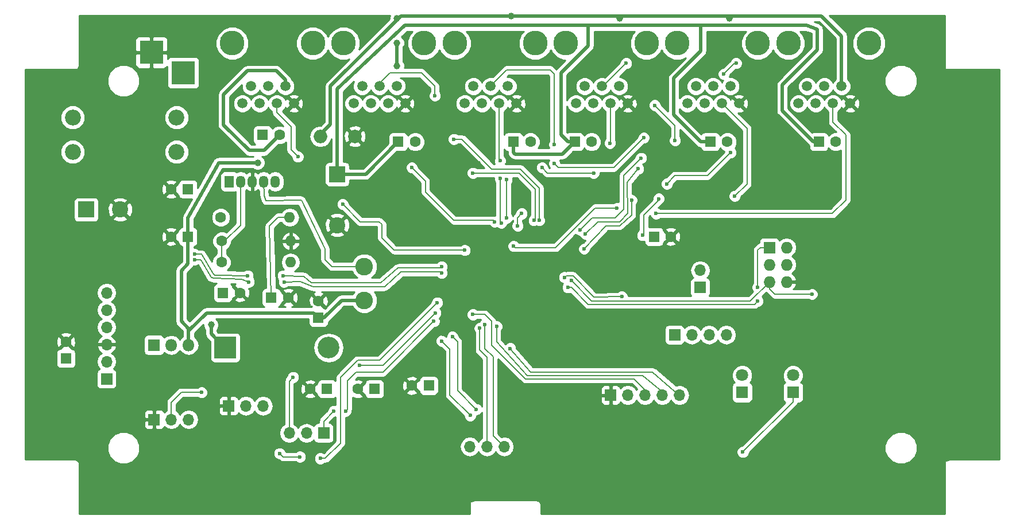
<source format=gbl>
G04 #@! TF.FileFunction,Copper,L2,Bot,Signal*
%FSLAX46Y46*%
G04 Gerber Fmt 4.6, Leading zero omitted, Abs format (unit mm)*
G04 Created by KiCad (PCBNEW 4.0.6) date 08/29/19 03:52:50*
%MOMM*%
%LPD*%
G01*
G04 APERTURE LIST*
%ADD10C,0.100000*%
%ADD11C,3.650000*%
%ADD12R,1.500000X1.500000*%
%ADD13C,1.500000*%
%ADD14R,1.600000X1.600000*%
%ADD15C,1.600000*%
%ADD16R,1.700000X1.700000*%
%ADD17O,1.700000X1.700000*%
%ADD18R,1.727200X1.727200*%
%ADD19O,1.727200X1.727200*%
%ADD20R,3.500000X3.500000*%
%ADD21R,1.800000X1.800000*%
%ADD22C,1.800000*%
%ADD23C,2.350000*%
%ADD24R,2.400000X2.400000*%
%ADD25C,2.400000*%
%ADD26O,1.800000X1.800000*%
%ADD27C,2.600000*%
%ADD28R,1.350000X1.800000*%
%ADD29O,1.350000X1.800000*%
%ADD30O,1.600000X1.600000*%
%ADD31C,2.000000*%
%ADD32O,2.000000X2.000000*%
%ADD33R,3.200000X3.200000*%
%ADD34O,3.200000X3.200000*%
%ADD35C,1.000000*%
%ADD36C,0.600000*%
%ADD37C,0.500000*%
%ADD38C,0.200000*%
%ADD39C,0.254000*%
G04 APERTURE END LIST*
D10*
D11*
X183820000Y-63250000D03*
X195690000Y-63250000D03*
D12*
X194200000Y-69600000D03*
D13*
X192930000Y-72140000D03*
X191660000Y-69600000D03*
X190390000Y-72140000D03*
X189120000Y-69600000D03*
X187850000Y-72140000D03*
X186580000Y-69600000D03*
X185310000Y-72140000D03*
D14*
X95300000Y-91800000D03*
D15*
X92800000Y-91800000D03*
D14*
X115800000Y-114300000D03*
D15*
X113300000Y-114300000D03*
D14*
X122800000Y-114300000D03*
D15*
X120300000Y-114300000D03*
D14*
X164000000Y-91800000D03*
D15*
X166500000Y-91800000D03*
D14*
X130800000Y-113800000D03*
D15*
X128300000Y-113800000D03*
D16*
X134300000Y-122800000D03*
D17*
X136840000Y-122800000D03*
X139380000Y-122800000D03*
X141920000Y-122800000D03*
D16*
X157600000Y-115200000D03*
D17*
X160140000Y-115200000D03*
X162680000Y-115200000D03*
X165220000Y-115200000D03*
X167760000Y-115200000D03*
D18*
X181000000Y-93400000D03*
D19*
X183540000Y-93400000D03*
X181000000Y-95940000D03*
X183540000Y-95940000D03*
X181000000Y-98480000D03*
X183540000Y-98480000D03*
D11*
X167420000Y-63250000D03*
X179290000Y-63250000D03*
D12*
X177800000Y-69600000D03*
D13*
X176530000Y-72140000D03*
X175260000Y-69600000D03*
X173990000Y-72140000D03*
X172720000Y-69600000D03*
X171450000Y-72140000D03*
X170180000Y-69600000D03*
X168910000Y-72140000D03*
D11*
X151020000Y-63250000D03*
X162890000Y-63250000D03*
D12*
X161400000Y-69600000D03*
D13*
X160130000Y-72140000D03*
X158860000Y-69600000D03*
X157590000Y-72140000D03*
X156320000Y-69600000D03*
X155050000Y-72140000D03*
X153780000Y-69600000D03*
X152510000Y-72140000D03*
D11*
X134620000Y-63250000D03*
X146490000Y-63250000D03*
D12*
X145000000Y-69600000D03*
D13*
X143730000Y-72140000D03*
X142460000Y-69600000D03*
X141190000Y-72140000D03*
X139920000Y-69600000D03*
X138650000Y-72140000D03*
X137380000Y-69600000D03*
X136110000Y-72140000D03*
D11*
X118220000Y-63250000D03*
X130090000Y-63250000D03*
D12*
X128600000Y-69600000D03*
D13*
X127330000Y-72140000D03*
X126060000Y-69600000D03*
X124790000Y-72140000D03*
X123520000Y-69600000D03*
X122250000Y-72140000D03*
X120980000Y-69600000D03*
X119710000Y-72140000D03*
D11*
X101820000Y-63250000D03*
X113690000Y-63250000D03*
D12*
X112200000Y-69600000D03*
D13*
X110930000Y-72140000D03*
X109660000Y-69600000D03*
X108390000Y-72140000D03*
X107120000Y-69600000D03*
X105850000Y-72140000D03*
X104580000Y-69600000D03*
X103310000Y-72140000D03*
D20*
X94600000Y-67600000D03*
X94600000Y-61600000D03*
X89900000Y-64600000D03*
D16*
X115300000Y-120800000D03*
D17*
X112760000Y-120800000D03*
X110220000Y-120800000D03*
D21*
X184500000Y-114800000D03*
D22*
X184500000Y-112260000D03*
D21*
X177000000Y-114800000D03*
D22*
X177000000Y-112260000D03*
D16*
X101300000Y-116800000D03*
D17*
X103840000Y-116800000D03*
X106380000Y-116800000D03*
D16*
X90300000Y-118800000D03*
D17*
X92840000Y-118800000D03*
X95380000Y-118800000D03*
D16*
X170800000Y-99300000D03*
D17*
X170800000Y-96760000D03*
D16*
X167050000Y-106300000D03*
D17*
X169590000Y-106300000D03*
X172130000Y-106300000D03*
X174670000Y-106300000D03*
D23*
X93620000Y-74200000D03*
X93620000Y-79280000D03*
X78300000Y-74200000D03*
X78300000Y-79280000D03*
D16*
X83300000Y-112800000D03*
D17*
X83300000Y-110260000D03*
X83300000Y-107720000D03*
X83300000Y-105180000D03*
X83300000Y-102640000D03*
X83300000Y-100100000D03*
D24*
X80300000Y-87800000D03*
D25*
X85300000Y-87800000D03*
D21*
X90300000Y-107800000D03*
D26*
X92840000Y-107800000D03*
X95380000Y-107800000D03*
D27*
X121300000Y-96200000D03*
X121300000Y-101200000D03*
D28*
X101370000Y-83680000D03*
D29*
X103070000Y-83680000D03*
X104770000Y-83680000D03*
X106470000Y-83680000D03*
X108170000Y-83680000D03*
D24*
X117300000Y-82600000D03*
D25*
X117300000Y-90100000D03*
D15*
X100250000Y-95580000D03*
D30*
X110410000Y-95580000D03*
D15*
X100140000Y-88960000D03*
D30*
X110300000Y-88960000D03*
D15*
X100280000Y-92450000D03*
D30*
X110440000Y-92450000D03*
D14*
X107590000Y-100810000D03*
D15*
X110090000Y-100810000D03*
D14*
X95300000Y-84800000D03*
D15*
X92800000Y-84800000D03*
D31*
X119900000Y-77000000D03*
D32*
X114820000Y-77000000D03*
D14*
X114530000Y-103780000D03*
D15*
X114530000Y-101280000D03*
D14*
X100470000Y-100090000D03*
D15*
X102970000Y-100090000D03*
D14*
X77300000Y-109800000D03*
D15*
X77300000Y-107300000D03*
D14*
X172300000Y-77800000D03*
D15*
X174800000Y-77800000D03*
D14*
X188300000Y-77800000D03*
D15*
X190800000Y-77800000D03*
D14*
X152300000Y-77800000D03*
D15*
X154800000Y-77800000D03*
D14*
X106300000Y-76800000D03*
D15*
X108800000Y-76800000D03*
D14*
X126300000Y-77800000D03*
D15*
X128800000Y-77800000D03*
D14*
X143300000Y-77800000D03*
D15*
X145800000Y-77800000D03*
D33*
X100810000Y-108180000D03*
D34*
X116050000Y-108180000D03*
D35*
X105560000Y-80890000D03*
X147500000Y-96200000D03*
X168300000Y-121800000D03*
X162500000Y-121600000D03*
X165300000Y-121600000D03*
X158300000Y-85300000D03*
X168300000Y-85050000D03*
X163300000Y-83800000D03*
X164550000Y-77550000D03*
X160800000Y-77550000D03*
X134300000Y-79800000D03*
X138050000Y-81050000D03*
X138050000Y-77300000D03*
X134300000Y-76050000D03*
X131800000Y-83550000D03*
X135800000Y-98300000D03*
X137300000Y-104800000D03*
X144800000Y-104800000D03*
X147800000Y-102800000D03*
X154300000Y-94800000D03*
X177800000Y-96800000D03*
X168300000Y-96800000D03*
X137300000Y-92800000D03*
X113300000Y-128800000D03*
X106300000Y-128800000D03*
X99300000Y-120800000D03*
X92300000Y-112800000D03*
X92300000Y-111800000D03*
X96300000Y-112800000D03*
X96300000Y-97800000D03*
D36*
X97300000Y-114800000D03*
X110800000Y-112550000D03*
X120550000Y-110800000D03*
X131800000Y-103050000D03*
X114800000Y-124550000D03*
X132050000Y-101550000D03*
X111800000Y-124300000D03*
X108800000Y-123800000D03*
X131550000Y-104300000D03*
X118550000Y-117550000D03*
X116800000Y-117550000D03*
X174300000Y-67800000D03*
X176100000Y-66200000D03*
X175300000Y-79400000D03*
X165900000Y-84000000D03*
X159900000Y-66200000D03*
X164100000Y-72400000D03*
X167100000Y-77600000D03*
X162500000Y-77200000D03*
X149300000Y-81000000D03*
X149300000Y-78200000D03*
X131700000Y-71000000D03*
X162100000Y-80200000D03*
X153100000Y-90800000D03*
X134500000Y-77400000D03*
X147100000Y-89400000D03*
X137300000Y-82400000D03*
X146300000Y-89400000D03*
X160700000Y-86400000D03*
X153700000Y-93600000D03*
X164700000Y-86200000D03*
X162300000Y-91600000D03*
X161675610Y-81780488D03*
X153900000Y-91400000D03*
X159240000Y-100660000D03*
X150800000Y-97800000D03*
X143900000Y-90200000D03*
X144500000Y-88400000D03*
X164300000Y-88400000D03*
X175900000Y-85800000D03*
X158500000Y-87600000D03*
X143300000Y-93200000D03*
X157500000Y-78000000D03*
X155100000Y-82400000D03*
X147500000Y-81600000D03*
X142300000Y-83400000D03*
X142300000Y-89000000D03*
X141300000Y-80600000D03*
X141300000Y-83200000D03*
X141500000Y-89800000D03*
X128300000Y-81600000D03*
X140500000Y-89600000D03*
X136100000Y-93800000D03*
X118100000Y-87000000D03*
X111500000Y-80000000D03*
X137300000Y-103300000D03*
D35*
X98710000Y-104800000D03*
X126100000Y-59600000D03*
X126100000Y-63200000D03*
X126100000Y-66600000D03*
X142900000Y-59200000D03*
X158900000Y-59600000D03*
X175100000Y-59600000D03*
D36*
X140800000Y-105050000D03*
X142800000Y-108300000D03*
X177100000Y-123600000D03*
X136900000Y-118200000D03*
X132700000Y-107200000D03*
X137800000Y-117300000D03*
X134300000Y-106550000D03*
X138300000Y-105300000D03*
X139050000Y-104800000D03*
X179300000Y-99300000D03*
X179300000Y-101300000D03*
X151300000Y-99300000D03*
X187300000Y-100300000D03*
X151800000Y-98300000D03*
X96300000Y-95200000D03*
X104260000Y-98480000D03*
X109460000Y-98480000D03*
X132700000Y-97200000D03*
X96300000Y-94400000D03*
X104110000Y-97550000D03*
X109310000Y-97550000D03*
X132700000Y-96200000D03*
D37*
X95380000Y-107800000D02*
X95380000Y-105710000D01*
X98030000Y-103060000D02*
X113810000Y-103060000D01*
X95380000Y-105710000D02*
X98030000Y-103060000D01*
X113810000Y-103060000D02*
X114530000Y-103780000D01*
X114530000Y-103780000D02*
X115370000Y-103780000D01*
X117950000Y-101200000D02*
X121300000Y-101200000D01*
X115370000Y-103780000D02*
X117950000Y-101200000D01*
X95300000Y-91800000D02*
X95300000Y-89050000D01*
X95300000Y-89050000D02*
X99810000Y-80890000D01*
X99810000Y-80890000D02*
X105560000Y-80890000D01*
X121300000Y-101200000D02*
X121300000Y-101600000D01*
X95300000Y-91800000D02*
X95300000Y-95800000D01*
X95380000Y-105380000D02*
X95380000Y-107800000D01*
X94300000Y-104300000D02*
X95380000Y-105380000D01*
X94300000Y-96800000D02*
X94300000Y-104300000D01*
X95300000Y-95800000D02*
X94300000Y-96800000D01*
D38*
X92840000Y-116260000D02*
X92840000Y-118800000D01*
X94300000Y-114800000D02*
X92840000Y-116260000D01*
X97300000Y-114800000D02*
X94300000Y-114800000D01*
X110220000Y-113130000D02*
X110220000Y-120800000D01*
X110800000Y-112550000D02*
X110220000Y-113130000D01*
X124050000Y-110800000D02*
X120550000Y-110800000D01*
X131800000Y-103050000D02*
X124050000Y-110800000D01*
X115550000Y-124550000D02*
X114800000Y-124550000D01*
X117800000Y-122300000D02*
X115550000Y-124550000D01*
X117800000Y-112550000D02*
X117800000Y-122300000D01*
X120300000Y-110050000D02*
X117800000Y-112550000D01*
X123550000Y-110050000D02*
X120300000Y-110050000D01*
X132050000Y-101550000D02*
X123550000Y-110050000D01*
X109300000Y-124300000D02*
X111800000Y-124300000D01*
X108800000Y-123800000D02*
X109300000Y-124300000D01*
X131550000Y-104300000D02*
X124050000Y-111800000D01*
X124050000Y-111800000D02*
X120050000Y-111800000D01*
X120050000Y-111800000D02*
X118800000Y-113050000D01*
X118800000Y-113050000D02*
X118800000Y-117300000D01*
X118800000Y-117300000D02*
X118550000Y-117550000D01*
X116800000Y-117550000D02*
X115300000Y-119050000D01*
X115300000Y-119050000D02*
X115300000Y-120800000D01*
X174300000Y-67800000D02*
X175900000Y-66200000D01*
X175900000Y-66200000D02*
X176100000Y-66200000D01*
X175300000Y-79400000D02*
X171900000Y-82800000D01*
X171900000Y-82800000D02*
X167100000Y-82800000D01*
X167100000Y-82800000D02*
X165900000Y-84000000D01*
X156320000Y-69600000D02*
X156500000Y-69600000D01*
X156500000Y-69600000D02*
X159900000Y-66200000D01*
X164100000Y-72400000D02*
X167100000Y-75400000D01*
X167100000Y-75400000D02*
X167100000Y-77600000D01*
X139920000Y-69600000D02*
X139920000Y-69580000D01*
X139920000Y-69580000D02*
X142300000Y-67200000D01*
X158100000Y-81600000D02*
X162500000Y-77200000D01*
X149900000Y-81600000D02*
X158100000Y-81600000D01*
X149300000Y-81000000D02*
X149900000Y-81600000D01*
X149300000Y-67800000D02*
X149300000Y-78200000D01*
X148700000Y-67200000D02*
X149300000Y-67800000D01*
X142300000Y-67200000D02*
X148700000Y-67200000D01*
X139920000Y-68980000D02*
X139920000Y-69600000D01*
X123520000Y-69600000D02*
X123520000Y-69180000D01*
X123520000Y-69180000D02*
X125100000Y-67600000D01*
X125100000Y-67600000D02*
X129700000Y-67600000D01*
X129700000Y-67600000D02*
X131700000Y-69600000D01*
X131700000Y-69600000D02*
X131700000Y-71000000D01*
X159500000Y-82800000D02*
X162100000Y-80200000D01*
X159500000Y-87800000D02*
X159500000Y-82800000D01*
X158300000Y-89000000D02*
X159500000Y-87800000D01*
X154900000Y-89000000D02*
X158300000Y-89000000D01*
X153100000Y-90800000D02*
X154900000Y-89000000D01*
X135700000Y-77400000D02*
X134500000Y-77400000D01*
X140100000Y-81800000D02*
X135700000Y-77400000D01*
X144300000Y-81800000D02*
X140100000Y-81800000D01*
X147100000Y-84600000D02*
X144300000Y-81800000D01*
X147100000Y-89400000D02*
X147100000Y-84600000D01*
X144100000Y-82400000D02*
X137300000Y-82400000D01*
X146500000Y-84800000D02*
X144100000Y-82400000D01*
X146500000Y-89200000D02*
X146500000Y-84800000D01*
X146300000Y-89400000D02*
X146500000Y-89200000D01*
X160700000Y-88600000D02*
X160700000Y-86400000D01*
X158900000Y-90200000D02*
X160700000Y-88600000D01*
X156900000Y-90200000D02*
X158900000Y-90200000D01*
X153700000Y-93600000D02*
X156900000Y-90200000D01*
X164700000Y-86400000D02*
X164700000Y-86200000D01*
X162500000Y-88600000D02*
X164700000Y-86400000D01*
X162500000Y-91400000D02*
X162500000Y-88600000D01*
X162300000Y-91600000D02*
X162500000Y-91400000D01*
X160075610Y-83780488D02*
X161675610Y-81780488D01*
X160100000Y-88400000D02*
X160075610Y-83780488D01*
X158900000Y-89600000D02*
X160100000Y-88400000D01*
X155700000Y-89600000D02*
X158900000Y-89600000D01*
X153900000Y-91400000D02*
X155700000Y-89600000D01*
X155140000Y-100760000D02*
X159240000Y-100660000D01*
X152100000Y-97600000D02*
X155140000Y-100760000D01*
X151100000Y-97600000D02*
X152100000Y-97600000D01*
X150800000Y-97800000D02*
X151100000Y-97600000D01*
X190390000Y-72140000D02*
X190390000Y-74890000D01*
X143900000Y-89000000D02*
X143900000Y-90200000D01*
X144500000Y-88400000D02*
X143900000Y-89000000D01*
X190300000Y-88400000D02*
X164300000Y-88400000D01*
X192300000Y-86400000D02*
X190300000Y-88400000D01*
X192300000Y-76800000D02*
X192300000Y-86400000D01*
X190390000Y-74890000D02*
X192300000Y-76800000D01*
X177700000Y-75850000D02*
X173990000Y-72140000D01*
X177700000Y-84000000D02*
X177700000Y-75850000D01*
X175900000Y-85800000D02*
X177700000Y-84000000D01*
X155300000Y-87600000D02*
X158500000Y-87600000D01*
X149500000Y-93400000D02*
X155300000Y-87600000D01*
X143500000Y-93400000D02*
X149500000Y-93400000D01*
X143300000Y-93200000D02*
X143500000Y-93400000D01*
X157590000Y-77910000D02*
X157590000Y-72140000D01*
X157500000Y-78000000D02*
X157590000Y-77910000D01*
X148300000Y-82400000D02*
X155100000Y-82400000D01*
X147500000Y-81600000D02*
X148300000Y-82400000D01*
X142300000Y-89000000D02*
X142300000Y-83400000D01*
X141190000Y-80490000D02*
X141190000Y-72140000D01*
X141300000Y-80600000D02*
X141190000Y-80490000D01*
X141300000Y-89600000D02*
X141300000Y-83200000D01*
X141500000Y-89800000D02*
X141300000Y-89600000D01*
X128300000Y-81600000D02*
X130300000Y-83600000D01*
X130300000Y-83600000D02*
X130300000Y-85200000D01*
X130300000Y-85200000D02*
X134500000Y-89400000D01*
X134500000Y-89400000D02*
X140300000Y-89400000D01*
X140300000Y-89400000D02*
X140500000Y-89600000D01*
X136100000Y-93800000D02*
X125700000Y-93800000D01*
X125700000Y-93800000D02*
X123900000Y-92000000D01*
X123900000Y-92000000D02*
X123900000Y-90000000D01*
X123900000Y-90000000D02*
X123500000Y-89600000D01*
X123500000Y-89600000D02*
X120700000Y-89600000D01*
X120700000Y-89600000D02*
X118100000Y-87000000D01*
X111500000Y-80000000D02*
X110500000Y-79000000D01*
X110500000Y-79000000D02*
X110500000Y-75600000D01*
X110500000Y-75600000D02*
X108390000Y-73490000D01*
X108390000Y-73490000D02*
X108390000Y-72140000D01*
X162680000Y-115200000D02*
X162680000Y-114430000D01*
X162680000Y-114430000D02*
X161050000Y-112800000D01*
X161050000Y-112800000D02*
X145050000Y-112800000D01*
X145050000Y-112800000D02*
X140050000Y-107800000D01*
X140050000Y-107800000D02*
X140050000Y-104300000D01*
X140050000Y-104300000D02*
X139050000Y-103300000D01*
X139050000Y-103300000D02*
X137300000Y-103300000D01*
D37*
X100810000Y-108180000D02*
X100720000Y-108180000D01*
X100720000Y-108180000D02*
X98710000Y-106170000D01*
X98710000Y-106170000D02*
X98710000Y-104800000D01*
X143300000Y-77800000D02*
X143300000Y-79400000D01*
X150500000Y-79600000D02*
X152300000Y-77800000D01*
X143500000Y-79600000D02*
X150500000Y-79600000D01*
X143300000Y-79400000D02*
X143500000Y-79600000D01*
X152300000Y-77800000D02*
X151300000Y-77800000D01*
X151300000Y-77800000D02*
X150300000Y-76800000D01*
X150300000Y-76800000D02*
X150300000Y-67600000D01*
X150300000Y-67600000D02*
X154300000Y-63600000D01*
X154300000Y-63600000D02*
X154300000Y-60600000D01*
X172300000Y-77800000D02*
X170900000Y-77800000D01*
X170900000Y-64400000D02*
X170900000Y-60600000D01*
X166900000Y-68400000D02*
X170900000Y-64400000D01*
X166900000Y-73800000D02*
X166900000Y-68400000D01*
X170900000Y-77800000D02*
X166900000Y-73800000D01*
X117300000Y-82600000D02*
X117300000Y-70000000D01*
X127300000Y-60600000D02*
X154300000Y-60600000D01*
X117300000Y-70000000D02*
X127300000Y-60600000D01*
X154300000Y-60600000D02*
X170900000Y-60600000D01*
X182900000Y-73200000D02*
X187500000Y-77800000D01*
X170900000Y-60600000D02*
X186500000Y-60600000D01*
X186500000Y-60600000D02*
X188100000Y-61200000D01*
X188100000Y-61200000D02*
X188100000Y-64200000D01*
X188100000Y-64200000D02*
X182900000Y-69400000D01*
X182900000Y-69400000D02*
X182900000Y-73200000D01*
X187500000Y-77800000D02*
X188300000Y-77800000D01*
X117300000Y-82600000D02*
X121500000Y-82600000D01*
X121500000Y-82600000D02*
X126300000Y-77800000D01*
X126100000Y-59600000D02*
X126200000Y-59700000D01*
X126100000Y-66600000D02*
X126100000Y-63200000D01*
X158700000Y-59200000D02*
X158700000Y-59400000D01*
X158700000Y-59400000D02*
X158900000Y-59600000D01*
X175100000Y-59200000D02*
X175100000Y-59600000D01*
X114820000Y-77000000D02*
X114820000Y-76680000D01*
X114820000Y-76680000D02*
X116300000Y-75200000D01*
X116300000Y-75200000D02*
X116300000Y-69600000D01*
X116300000Y-69600000D02*
X126200000Y-59700000D01*
X126200000Y-59700000D02*
X126700000Y-59200000D01*
X126700000Y-59200000D02*
X142900000Y-59200000D01*
X142900000Y-59200000D02*
X158700000Y-59200000D01*
X158700000Y-59200000D02*
X159100000Y-59200000D01*
X159100000Y-59200000D02*
X175100000Y-59200000D01*
X175100000Y-59200000D02*
X188700000Y-59200000D01*
X188700000Y-59200000D02*
X191660000Y-62160000D01*
X191660000Y-62160000D02*
X191660000Y-69600000D01*
X109660000Y-69600000D02*
X109660000Y-68660000D01*
X106550000Y-79050000D02*
X108800000Y-76800000D01*
X104300000Y-79050000D02*
X106550000Y-79050000D01*
X100550000Y-75300000D02*
X104300000Y-79050000D01*
X100550000Y-70800000D02*
X100550000Y-75300000D01*
X104050000Y-67300000D02*
X100550000Y-70800000D01*
X108300000Y-67300000D02*
X104050000Y-67300000D01*
X109660000Y-68660000D02*
X108300000Y-67300000D01*
D38*
X165220000Y-115200000D02*
X165220000Y-114720000D01*
X165220000Y-114720000D02*
X162300000Y-112300000D01*
X162300000Y-112300000D02*
X145300000Y-112300000D01*
X145300000Y-112300000D02*
X140800000Y-107300000D01*
X140800000Y-107300000D02*
X140800000Y-105050000D01*
X167760000Y-115200000D02*
X167700000Y-115200000D01*
X167700000Y-115200000D02*
X163800000Y-111800000D01*
X163800000Y-111800000D02*
X145800000Y-111800000D01*
X145800000Y-111800000D02*
X142800000Y-108300000D01*
X184500000Y-116200000D02*
X184500000Y-114800000D01*
X177100000Y-123600000D02*
X184500000Y-116200000D01*
X133900000Y-115200000D02*
X136900000Y-118200000D01*
X133900000Y-108400000D02*
X133900000Y-115200000D01*
X132700000Y-107200000D02*
X133900000Y-108400000D01*
X135050000Y-114550000D02*
X137800000Y-117300000D01*
X135050000Y-107300000D02*
X135050000Y-114550000D01*
X134300000Y-106550000D02*
X135050000Y-107300000D01*
X139380000Y-109630000D02*
X139380000Y-122800000D01*
X138300000Y-108550000D02*
X139380000Y-109630000D01*
X138300000Y-105300000D02*
X138300000Y-108550000D01*
X140300000Y-121180000D02*
X141920000Y-122800000D01*
X140300000Y-109550000D02*
X140300000Y-121180000D01*
X139050000Y-108300000D02*
X140300000Y-109550000D01*
X139050000Y-104800000D02*
X139050000Y-108300000D01*
X179700000Y-93400000D02*
X181000000Y-93400000D01*
X179300000Y-93800000D02*
X179700000Y-93400000D01*
X179300000Y-99300000D02*
X179300000Y-93800000D01*
X178800000Y-101800000D02*
X179300000Y-101300000D01*
X154300000Y-101800000D02*
X178800000Y-101800000D01*
X151800000Y-99300000D02*
X154300000Y-101800000D01*
X151300000Y-99300000D02*
X151800000Y-99300000D01*
X181000000Y-98480000D02*
X181000000Y-99500000D01*
X181800000Y-100300000D02*
X187300000Y-100300000D01*
X181000000Y-99500000D02*
X181800000Y-100300000D01*
X178180000Y-101300000D02*
X181000000Y-98480000D01*
X154800000Y-101300000D02*
X178180000Y-101300000D01*
X151800000Y-98300000D02*
X154800000Y-101300000D01*
X97100000Y-95200000D02*
X96300000Y-95200000D01*
X97300000Y-95400000D02*
X97100000Y-95200000D01*
X98720000Y-97840000D02*
X97300000Y-95400000D01*
X99149590Y-97930626D02*
X98720000Y-97840000D01*
X103206473Y-98109844D02*
X99149590Y-97930626D01*
X104260000Y-98480000D02*
X103206473Y-98109844D01*
X111860000Y-98450000D02*
X109460000Y-98480000D01*
X113699998Y-99200002D02*
X111860000Y-98450000D01*
X124299998Y-99200002D02*
X113699998Y-99200002D01*
X126700000Y-97000000D02*
X124299998Y-99200002D01*
X132500000Y-97000000D02*
X126700000Y-97000000D01*
X132700000Y-97200000D02*
X132500000Y-97000000D01*
X97300000Y-94400000D02*
X96300000Y-94400000D01*
X99020000Y-97270000D02*
X97300000Y-94400000D01*
X99292093Y-97471251D02*
X99020000Y-97270000D01*
X99630000Y-97460000D02*
X99292093Y-97471251D01*
X104110000Y-97550000D02*
X99630000Y-97460000D01*
X112373869Y-97682058D02*
X109310000Y-97550000D01*
X113500000Y-98600000D02*
X112373869Y-97682058D01*
X123700000Y-98600000D02*
X113500000Y-98600000D01*
X126300000Y-96400000D02*
X123700000Y-98600000D01*
X132500000Y-96400000D02*
X126300000Y-96400000D01*
X132700000Y-96200000D02*
X132500000Y-96400000D01*
X106470000Y-83680000D02*
X106540000Y-85750000D01*
X116500000Y-96200000D02*
X121300000Y-96200000D01*
X115500000Y-95200000D02*
X116500000Y-96200000D01*
X115500000Y-93600000D02*
X115500000Y-95200000D01*
X112010000Y-86420000D02*
X115500000Y-93600000D01*
X106790000Y-86470000D02*
X112010000Y-86420000D01*
X106540000Y-85750000D02*
X106790000Y-86470000D01*
X110300000Y-88960000D02*
X108600000Y-88960000D01*
X107300000Y-90260000D02*
X107590000Y-100810000D01*
X108600000Y-88960000D02*
X107300000Y-90260000D01*
X100280000Y-92450000D02*
X100730000Y-92450000D01*
X100730000Y-92450000D02*
X103070000Y-90110000D01*
X103070000Y-90110000D02*
X103070000Y-83680000D01*
X100250000Y-95580000D02*
X100280000Y-92450000D01*
D39*
G36*
X124965197Y-59373244D02*
X124964926Y-59683495D01*
X120518112Y-64130308D01*
X120679572Y-63741471D01*
X120680426Y-62762823D01*
X120306702Y-61858343D01*
X119615297Y-61165730D01*
X118711471Y-60790428D01*
X117732823Y-60789574D01*
X116828343Y-61163298D01*
X116135730Y-61854703D01*
X115955019Y-62289903D01*
X115776702Y-61858343D01*
X115085297Y-61165730D01*
X114181471Y-60790428D01*
X113202823Y-60789574D01*
X112298343Y-61163298D01*
X111605730Y-61854703D01*
X111230428Y-62758529D01*
X111229574Y-63737177D01*
X111603298Y-64641657D01*
X112294703Y-65334270D01*
X113198529Y-65709572D01*
X114177177Y-65710426D01*
X115081657Y-65336702D01*
X115774270Y-64645297D01*
X115954981Y-64210097D01*
X116133298Y-64641657D01*
X116824703Y-65334270D01*
X117728529Y-65709572D01*
X118707177Y-65710426D01*
X119100521Y-65547899D01*
X115674210Y-68974210D01*
X115482367Y-69261325D01*
X115482367Y-69261326D01*
X115414999Y-69600000D01*
X115415000Y-69600005D01*
X115415000Y-74833421D01*
X114878213Y-75370208D01*
X114852032Y-75365000D01*
X114787968Y-75365000D01*
X114162281Y-75489457D01*
X113631848Y-75843880D01*
X113277425Y-76374313D01*
X113152968Y-77000000D01*
X113277425Y-77625687D01*
X113631848Y-78156120D01*
X114162281Y-78510543D01*
X114787968Y-78635000D01*
X114852032Y-78635000D01*
X115477719Y-78510543D01*
X116008152Y-78156120D01*
X116362575Y-77625687D01*
X116415000Y-77362129D01*
X116415000Y-80752560D01*
X116100000Y-80752560D01*
X115864683Y-80796838D01*
X115648559Y-80935910D01*
X115503569Y-81148110D01*
X115452560Y-81400000D01*
X115452560Y-83800000D01*
X115496838Y-84035317D01*
X115635910Y-84251441D01*
X115848110Y-84396431D01*
X116100000Y-84447440D01*
X118500000Y-84447440D01*
X118735317Y-84403162D01*
X118951441Y-84264090D01*
X119096431Y-84051890D01*
X119147440Y-83800000D01*
X119147440Y-83485000D01*
X121499995Y-83485000D01*
X121500000Y-83485001D01*
X121782484Y-83428810D01*
X121838675Y-83417633D01*
X122125790Y-83225790D01*
X126104139Y-79247440D01*
X127100000Y-79247440D01*
X127335317Y-79203162D01*
X127551441Y-79064090D01*
X127696431Y-78851890D01*
X127717680Y-78746959D01*
X127986077Y-79015824D01*
X128513309Y-79234750D01*
X129084187Y-79235248D01*
X129611800Y-79017243D01*
X130015824Y-78613923D01*
X130234750Y-78086691D01*
X130235248Y-77515813D01*
X130017243Y-76988200D01*
X129613923Y-76584176D01*
X129086691Y-76365250D01*
X128515813Y-76364752D01*
X127988200Y-76582757D01*
X127719417Y-76851072D01*
X127703162Y-76764683D01*
X127564090Y-76548559D01*
X127351890Y-76403569D01*
X127100000Y-76352560D01*
X125500000Y-76352560D01*
X125264683Y-76396838D01*
X125048559Y-76535910D01*
X124903569Y-76748110D01*
X124852560Y-77000000D01*
X124852560Y-77995861D01*
X121133420Y-81715000D01*
X119147440Y-81715000D01*
X119147440Y-81400000D01*
X119103162Y-81164683D01*
X118964090Y-80948559D01*
X118751890Y-80803569D01*
X118500000Y-80752560D01*
X118185000Y-80752560D01*
X118185000Y-78152532D01*
X118927073Y-78152532D01*
X119025736Y-78419387D01*
X119635461Y-78645908D01*
X120285460Y-78621856D01*
X120774264Y-78419387D01*
X120872927Y-78152532D01*
X119900000Y-77179605D01*
X118927073Y-78152532D01*
X118185000Y-78152532D01*
X118185000Y-76735461D01*
X118254092Y-76735461D01*
X118278144Y-77385460D01*
X118480613Y-77874264D01*
X118747468Y-77972927D01*
X119720395Y-77000000D01*
X120079605Y-77000000D01*
X121052532Y-77972927D01*
X121319387Y-77874264D01*
X121545908Y-77264539D01*
X121521856Y-76614540D01*
X121319387Y-76125736D01*
X121052532Y-76027073D01*
X120079605Y-77000000D01*
X119720395Y-77000000D01*
X118747468Y-76027073D01*
X118480613Y-76125736D01*
X118254092Y-76735461D01*
X118185000Y-76735461D01*
X118185000Y-75847468D01*
X118927073Y-75847468D01*
X119900000Y-76820395D01*
X120872927Y-75847468D01*
X120774264Y-75580613D01*
X120164539Y-75354092D01*
X119514540Y-75378144D01*
X119025736Y-75580613D01*
X118927073Y-75847468D01*
X118185000Y-75847468D01*
X118185000Y-72414285D01*
X118324760Y-72414285D01*
X118535169Y-72923515D01*
X118924436Y-73313461D01*
X119433298Y-73524759D01*
X119984285Y-73525240D01*
X120493515Y-73314831D01*
X120883461Y-72925564D01*
X120979976Y-72693130D01*
X121075169Y-72923515D01*
X121464436Y-73313461D01*
X121973298Y-73524759D01*
X122524285Y-73525240D01*
X123033515Y-73314831D01*
X123423461Y-72925564D01*
X123519976Y-72693130D01*
X123615169Y-72923515D01*
X124004436Y-73313461D01*
X124513298Y-73524759D01*
X125064285Y-73525240D01*
X125573515Y-73314831D01*
X125777183Y-73111517D01*
X126538088Y-73111517D01*
X126606077Y-73352460D01*
X127125171Y-73537201D01*
X127675448Y-73509230D01*
X128053923Y-73352460D01*
X128121912Y-73111517D01*
X127330000Y-72319605D01*
X126538088Y-73111517D01*
X125777183Y-73111517D01*
X125963461Y-72925564D01*
X126053377Y-72709021D01*
X126117540Y-72863923D01*
X126358483Y-72931912D01*
X127150395Y-72140000D01*
X127509605Y-72140000D01*
X128301517Y-72931912D01*
X128542460Y-72863923D01*
X128727201Y-72344829D01*
X128699230Y-71794552D01*
X128542460Y-71416077D01*
X128301517Y-71348088D01*
X127509605Y-72140000D01*
X127150395Y-72140000D01*
X126358483Y-71348088D01*
X126117540Y-71416077D01*
X126058268Y-71582621D01*
X125964831Y-71356485D01*
X125777157Y-71168483D01*
X126538088Y-71168483D01*
X127330000Y-71960395D01*
X128121912Y-71168483D01*
X128053923Y-70927540D01*
X127534829Y-70742799D01*
X126984552Y-70770770D01*
X126606077Y-70927540D01*
X126538088Y-71168483D01*
X125777157Y-71168483D01*
X125575564Y-70966539D01*
X125066702Y-70755241D01*
X124515715Y-70754760D01*
X124006485Y-70965169D01*
X123616539Y-71354436D01*
X123520024Y-71586870D01*
X123424831Y-71356485D01*
X123035564Y-70966539D01*
X122526702Y-70755241D01*
X121975715Y-70754760D01*
X121466485Y-70965169D01*
X121076539Y-71354436D01*
X120980024Y-71586870D01*
X120884831Y-71356485D01*
X120495564Y-70966539D01*
X119986702Y-70755241D01*
X119435715Y-70754760D01*
X118926485Y-70965169D01*
X118536539Y-71354436D01*
X118325241Y-71863298D01*
X118324760Y-72414285D01*
X118185000Y-72414285D01*
X118185000Y-70382711D01*
X119776552Y-68886653D01*
X119595241Y-69323298D01*
X119594760Y-69874285D01*
X119805169Y-70383515D01*
X120194436Y-70773461D01*
X120703298Y-70984759D01*
X121254285Y-70985240D01*
X121763515Y-70774831D01*
X122153461Y-70385564D01*
X122249976Y-70153130D01*
X122345169Y-70383515D01*
X122734436Y-70773461D01*
X123243298Y-70984759D01*
X123794285Y-70985240D01*
X124303515Y-70774831D01*
X124693461Y-70385564D01*
X124789976Y-70153130D01*
X124885169Y-70383515D01*
X125274436Y-70773461D01*
X125783298Y-70984759D01*
X126334285Y-70985240D01*
X126843515Y-70774831D01*
X127233461Y-70385564D01*
X127444759Y-69876702D01*
X127445240Y-69325715D01*
X127234831Y-68816485D01*
X126845564Y-68426539D01*
X126625114Y-68335000D01*
X129395554Y-68335000D01*
X130965000Y-69904447D01*
X130965000Y-70412581D01*
X130907808Y-70469673D01*
X130765162Y-70813201D01*
X130764838Y-71185167D01*
X130906883Y-71528943D01*
X131169673Y-71792192D01*
X131513201Y-71934838D01*
X131885167Y-71935162D01*
X132228943Y-71793117D01*
X132492192Y-71530327D01*
X132634838Y-71186799D01*
X132635162Y-70814833D01*
X132493117Y-70471057D01*
X132435000Y-70412838D01*
X132435000Y-69600000D01*
X132379051Y-69318728D01*
X132356515Y-69285001D01*
X132219723Y-69080276D01*
X130219723Y-67080277D01*
X129981272Y-66920949D01*
X129970106Y-66918728D01*
X129700000Y-66865000D01*
X127218923Y-66865000D01*
X127234803Y-66826756D01*
X127235197Y-66375225D01*
X127062767Y-65957914D01*
X126985000Y-65880011D01*
X126985000Y-63920276D01*
X127061645Y-63843765D01*
X127234803Y-63426756D01*
X127235197Y-62975225D01*
X127062767Y-62557914D01*
X126794811Y-62289490D01*
X127650651Y-61485000D01*
X128376079Y-61485000D01*
X128005730Y-61854703D01*
X127630428Y-62758529D01*
X127629574Y-63737177D01*
X128003298Y-64641657D01*
X128694703Y-65334270D01*
X129598529Y-65709572D01*
X130577177Y-65710426D01*
X131481657Y-65336702D01*
X132174270Y-64645297D01*
X132354981Y-64210097D01*
X132533298Y-64641657D01*
X133224703Y-65334270D01*
X134128529Y-65709572D01*
X135107177Y-65710426D01*
X136011657Y-65336702D01*
X136704270Y-64645297D01*
X137079572Y-63741471D01*
X137080426Y-62762823D01*
X136706702Y-61858343D01*
X136334010Y-61485000D01*
X144776079Y-61485000D01*
X144405730Y-61854703D01*
X144030428Y-62758529D01*
X144029574Y-63737177D01*
X144403298Y-64641657D01*
X145094703Y-65334270D01*
X145998529Y-65709572D01*
X146977177Y-65710426D01*
X147881657Y-65336702D01*
X148574270Y-64645297D01*
X148754981Y-64210097D01*
X148933298Y-64641657D01*
X149624703Y-65334270D01*
X150528529Y-65709572D01*
X150938491Y-65709930D01*
X149674210Y-66974210D01*
X149609902Y-67070455D01*
X149219723Y-66680277D01*
X148981272Y-66520949D01*
X148700000Y-66465000D01*
X142300000Y-66465000D01*
X142018728Y-66520949D01*
X141780276Y-66680277D01*
X140231050Y-68229504D01*
X140196702Y-68215241D01*
X139645715Y-68214760D01*
X139136485Y-68425169D01*
X138746539Y-68814436D01*
X138650024Y-69046870D01*
X138554831Y-68816485D01*
X138165564Y-68426539D01*
X137656702Y-68215241D01*
X137105715Y-68214760D01*
X136596485Y-68425169D01*
X136206539Y-68814436D01*
X135995241Y-69323298D01*
X135994760Y-69874285D01*
X136205169Y-70383515D01*
X136594436Y-70773461D01*
X137103298Y-70984759D01*
X137654285Y-70985240D01*
X138163515Y-70774831D01*
X138553461Y-70385564D01*
X138649976Y-70153130D01*
X138745169Y-70383515D01*
X139134436Y-70773461D01*
X139643298Y-70984759D01*
X140194285Y-70985240D01*
X140703515Y-70774831D01*
X141093461Y-70385564D01*
X141189976Y-70153130D01*
X141285169Y-70383515D01*
X141674436Y-70773461D01*
X142183298Y-70984759D01*
X142734285Y-70985240D01*
X143243515Y-70774831D01*
X143633461Y-70385564D01*
X143844759Y-69876702D01*
X143845240Y-69325715D01*
X143634831Y-68816485D01*
X143245564Y-68426539D01*
X142736702Y-68215241D01*
X142324566Y-68214881D01*
X142604447Y-67935000D01*
X148395554Y-67935000D01*
X148565000Y-68104447D01*
X148565000Y-77612581D01*
X148507808Y-77669673D01*
X148365162Y-78013201D01*
X148364838Y-78385167D01*
X148501122Y-78715000D01*
X146914571Y-78715000D01*
X147015824Y-78613923D01*
X147234750Y-78086691D01*
X147235248Y-77515813D01*
X147017243Y-76988200D01*
X146613923Y-76584176D01*
X146086691Y-76365250D01*
X145515813Y-76364752D01*
X144988200Y-76582757D01*
X144719417Y-76851072D01*
X144703162Y-76764683D01*
X144564090Y-76548559D01*
X144351890Y-76403569D01*
X144100000Y-76352560D01*
X142500000Y-76352560D01*
X142264683Y-76396838D01*
X142048559Y-76535910D01*
X141925000Y-76716745D01*
X141925000Y-73334877D01*
X141973515Y-73314831D01*
X142177183Y-73111517D01*
X142938088Y-73111517D01*
X143006077Y-73352460D01*
X143525171Y-73537201D01*
X144075448Y-73509230D01*
X144453923Y-73352460D01*
X144521912Y-73111517D01*
X143730000Y-72319605D01*
X142938088Y-73111517D01*
X142177183Y-73111517D01*
X142363461Y-72925564D01*
X142453377Y-72709021D01*
X142517540Y-72863923D01*
X142758483Y-72931912D01*
X143550395Y-72140000D01*
X143909605Y-72140000D01*
X144701517Y-72931912D01*
X144942460Y-72863923D01*
X145127201Y-72344829D01*
X145099230Y-71794552D01*
X144942460Y-71416077D01*
X144701517Y-71348088D01*
X143909605Y-72140000D01*
X143550395Y-72140000D01*
X142758483Y-71348088D01*
X142517540Y-71416077D01*
X142458268Y-71582621D01*
X142364831Y-71356485D01*
X142177157Y-71168483D01*
X142938088Y-71168483D01*
X143730000Y-71960395D01*
X144521912Y-71168483D01*
X144453923Y-70927540D01*
X143934829Y-70742799D01*
X143384552Y-70770770D01*
X143006077Y-70927540D01*
X142938088Y-71168483D01*
X142177157Y-71168483D01*
X141975564Y-70966539D01*
X141466702Y-70755241D01*
X140915715Y-70754760D01*
X140406485Y-70965169D01*
X140016539Y-71354436D01*
X139920024Y-71586870D01*
X139824831Y-71356485D01*
X139435564Y-70966539D01*
X138926702Y-70755241D01*
X138375715Y-70754760D01*
X137866485Y-70965169D01*
X137476539Y-71354436D01*
X137380024Y-71586870D01*
X137284831Y-71356485D01*
X136895564Y-70966539D01*
X136386702Y-70755241D01*
X135835715Y-70754760D01*
X135326485Y-70965169D01*
X134936539Y-71354436D01*
X134725241Y-71863298D01*
X134724760Y-72414285D01*
X134935169Y-72923515D01*
X135324436Y-73313461D01*
X135833298Y-73524759D01*
X136384285Y-73525240D01*
X136893515Y-73314831D01*
X137283461Y-72925564D01*
X137379976Y-72693130D01*
X137475169Y-72923515D01*
X137864436Y-73313461D01*
X138373298Y-73524759D01*
X138924285Y-73525240D01*
X139433515Y-73314831D01*
X139823461Y-72925564D01*
X139919976Y-72693130D01*
X140015169Y-72923515D01*
X140404436Y-73313461D01*
X140455000Y-73334457D01*
X140455000Y-80196848D01*
X140365162Y-80413201D01*
X140364838Y-80785167D01*
X140480462Y-81065000D01*
X140404447Y-81065000D01*
X136219723Y-76880277D01*
X135981272Y-76720949D01*
X135700000Y-76665000D01*
X135087419Y-76665000D01*
X135030327Y-76607808D01*
X134686799Y-76465162D01*
X134314833Y-76464838D01*
X133971057Y-76606883D01*
X133707808Y-76869673D01*
X133565162Y-77213201D01*
X133564838Y-77585167D01*
X133706883Y-77928943D01*
X133969673Y-78192192D01*
X134313201Y-78334838D01*
X134685167Y-78335162D01*
X135028943Y-78193117D01*
X135087162Y-78135000D01*
X135395554Y-78135000D01*
X138925553Y-81665000D01*
X137887419Y-81665000D01*
X137830327Y-81607808D01*
X137486799Y-81465162D01*
X137114833Y-81464838D01*
X136771057Y-81606883D01*
X136507808Y-81869673D01*
X136365162Y-82213201D01*
X136364838Y-82585167D01*
X136506883Y-82928943D01*
X136769673Y-83192192D01*
X137113201Y-83334838D01*
X137485167Y-83335162D01*
X137828943Y-83193117D01*
X137887162Y-83135000D01*
X140365056Y-83135000D01*
X140364838Y-83385167D01*
X140506883Y-83728943D01*
X140565000Y-83787162D01*
X140565000Y-88665056D01*
X140314833Y-88664838D01*
X140309748Y-88666939D01*
X140300000Y-88665000D01*
X134804447Y-88665000D01*
X131035000Y-84895554D01*
X131035000Y-83600000D01*
X130979051Y-83318728D01*
X130943152Y-83265001D01*
X130819723Y-83080276D01*
X129235092Y-81495645D01*
X129235162Y-81414833D01*
X129093117Y-81071057D01*
X128830327Y-80807808D01*
X128486799Y-80665162D01*
X128114833Y-80664838D01*
X127771057Y-80806883D01*
X127507808Y-81069673D01*
X127365162Y-81413201D01*
X127364838Y-81785167D01*
X127506883Y-82128943D01*
X127769673Y-82392192D01*
X128113201Y-82534838D01*
X128195463Y-82534910D01*
X129565000Y-83904447D01*
X129565000Y-85200000D01*
X129620507Y-85479051D01*
X129620949Y-85481272D01*
X129780277Y-85719723D01*
X133980277Y-89919724D01*
X134218728Y-90079051D01*
X134500000Y-90135000D01*
X139712929Y-90135000D01*
X139969673Y-90392192D01*
X140313201Y-90534838D01*
X140685167Y-90535162D01*
X140846286Y-90468589D01*
X140969673Y-90592192D01*
X141313201Y-90734838D01*
X141685167Y-90735162D01*
X142028943Y-90593117D01*
X142292192Y-90330327D01*
X142434838Y-89986799D01*
X142434883Y-89935118D01*
X142485167Y-89935162D01*
X142828943Y-89793117D01*
X143092192Y-89530327D01*
X143165000Y-89354987D01*
X143165000Y-89612581D01*
X143107808Y-89669673D01*
X142965162Y-90013201D01*
X142964838Y-90385167D01*
X143106883Y-90728943D01*
X143369673Y-90992192D01*
X143713201Y-91134838D01*
X144085167Y-91135162D01*
X144428943Y-90993117D01*
X144692192Y-90730327D01*
X144834838Y-90386799D01*
X144835162Y-90014833D01*
X144693117Y-89671057D01*
X144635000Y-89612838D01*
X144635000Y-89335118D01*
X144685167Y-89335162D01*
X145028943Y-89193117D01*
X145292192Y-88930327D01*
X145434838Y-88586799D01*
X145435162Y-88214833D01*
X145293117Y-87871057D01*
X145030327Y-87607808D01*
X144686799Y-87465162D01*
X144314833Y-87464838D01*
X143971057Y-87606883D01*
X143707808Y-87869673D01*
X143565162Y-88213201D01*
X143565090Y-88295463D01*
X143380277Y-88480277D01*
X143220949Y-88718728D01*
X143212663Y-88760382D01*
X143093117Y-88471057D01*
X143035000Y-88412838D01*
X143035000Y-83987419D01*
X143092192Y-83930327D01*
X143234838Y-83586799D01*
X143235162Y-83214833D01*
X143202176Y-83135000D01*
X143795554Y-83135000D01*
X145765000Y-85104447D01*
X145765000Y-88612929D01*
X145507808Y-88869673D01*
X145365162Y-89213201D01*
X145364838Y-89585167D01*
X145506883Y-89928943D01*
X145769673Y-90192192D01*
X146113201Y-90334838D01*
X146485167Y-90335162D01*
X146700104Y-90246352D01*
X146913201Y-90334838D01*
X147285167Y-90335162D01*
X147628943Y-90193117D01*
X147892192Y-89930327D01*
X148034838Y-89586799D01*
X148035162Y-89214833D01*
X147893117Y-88871057D01*
X147835000Y-88812838D01*
X147835000Y-84600000D01*
X147779051Y-84318728D01*
X147619724Y-84080277D01*
X144819723Y-81280277D01*
X144581272Y-81120949D01*
X144300000Y-81065000D01*
X142119318Y-81065000D01*
X142234838Y-80786799D01*
X142235162Y-80414833D01*
X142093117Y-80071057D01*
X141925000Y-79902646D01*
X141925000Y-78879082D01*
X142035910Y-79051441D01*
X142248110Y-79196431D01*
X142415000Y-79230227D01*
X142415000Y-79399995D01*
X142414999Y-79400000D01*
X142462431Y-79638452D01*
X142482367Y-79738675D01*
X142613547Y-79935001D01*
X142674210Y-80025790D01*
X142874208Y-80225787D01*
X142874210Y-80225790D01*
X143161325Y-80417633D01*
X143217516Y-80428810D01*
X143500000Y-80485001D01*
X143500005Y-80485000D01*
X148501444Y-80485000D01*
X148365162Y-80813201D01*
X148364838Y-81185167D01*
X148506883Y-81528943D01*
X148642703Y-81665000D01*
X148604447Y-81665000D01*
X148435092Y-81495645D01*
X148435162Y-81414833D01*
X148293117Y-81071057D01*
X148030327Y-80807808D01*
X147686799Y-80665162D01*
X147314833Y-80664838D01*
X146971057Y-80806883D01*
X146707808Y-81069673D01*
X146565162Y-81413201D01*
X146564838Y-81785167D01*
X146706883Y-82128943D01*
X146969673Y-82392192D01*
X147313201Y-82534838D01*
X147395463Y-82534910D01*
X147780277Y-82919724D01*
X147968512Y-83045498D01*
X148018728Y-83079051D01*
X148300000Y-83135000D01*
X154512581Y-83135000D01*
X154569673Y-83192192D01*
X154913201Y-83334838D01*
X155285167Y-83335162D01*
X155628943Y-83193117D01*
X155892192Y-82930327D01*
X156034838Y-82586799D01*
X156035057Y-82335000D01*
X158100000Y-82335000D01*
X158381272Y-82279051D01*
X158619723Y-82119723D01*
X162604355Y-78135092D01*
X162685167Y-78135162D01*
X163028943Y-77993117D01*
X163292192Y-77730327D01*
X163434838Y-77386799D01*
X163435162Y-77014833D01*
X163293117Y-76671057D01*
X163030327Y-76407808D01*
X162686799Y-76265162D01*
X162314833Y-76264838D01*
X161971057Y-76406883D01*
X161707808Y-76669673D01*
X161565162Y-77013201D01*
X161565090Y-77095463D01*
X157795554Y-80865000D01*
X150235118Y-80865000D01*
X150235162Y-80814833D01*
X150098878Y-80485000D01*
X150499995Y-80485000D01*
X150500000Y-80485001D01*
X150782484Y-80428810D01*
X150838675Y-80417633D01*
X151125790Y-80225790D01*
X152104139Y-79247440D01*
X153100000Y-79247440D01*
X153335317Y-79203162D01*
X153551441Y-79064090D01*
X153696431Y-78851890D01*
X153717680Y-78746959D01*
X153986077Y-79015824D01*
X154513309Y-79234750D01*
X155084187Y-79235248D01*
X155611800Y-79017243D01*
X156015824Y-78613923D01*
X156234750Y-78086691D01*
X156235248Y-77515813D01*
X156017243Y-76988200D01*
X155613923Y-76584176D01*
X155086691Y-76365250D01*
X154515813Y-76364752D01*
X153988200Y-76582757D01*
X153719417Y-76851072D01*
X153703162Y-76764683D01*
X153564090Y-76548559D01*
X153351890Y-76403569D01*
X153100000Y-76352560D01*
X151500000Y-76352560D01*
X151264683Y-76396838D01*
X151193940Y-76442360D01*
X151185000Y-76433420D01*
X151185000Y-72560077D01*
X151335169Y-72923515D01*
X151724436Y-73313461D01*
X152233298Y-73524759D01*
X152784285Y-73525240D01*
X153293515Y-73314831D01*
X153683461Y-72925564D01*
X153779976Y-72693130D01*
X153875169Y-72923515D01*
X154264436Y-73313461D01*
X154773298Y-73524759D01*
X155324285Y-73525240D01*
X155833515Y-73314831D01*
X156223461Y-72925564D01*
X156319976Y-72693130D01*
X156415169Y-72923515D01*
X156804436Y-73313461D01*
X156855000Y-73334457D01*
X156855000Y-77322738D01*
X156707808Y-77469673D01*
X156565162Y-77813201D01*
X156564838Y-78185167D01*
X156706883Y-78528943D01*
X156969673Y-78792192D01*
X157313201Y-78934838D01*
X157685167Y-78935162D01*
X158028943Y-78793117D01*
X158292192Y-78530327D01*
X158434838Y-78186799D01*
X158435162Y-77814833D01*
X158325000Y-77548220D01*
X158325000Y-73334877D01*
X158373515Y-73314831D01*
X158577183Y-73111517D01*
X159338088Y-73111517D01*
X159406077Y-73352460D01*
X159925171Y-73537201D01*
X160475448Y-73509230D01*
X160853923Y-73352460D01*
X160921912Y-73111517D01*
X160130000Y-72319605D01*
X159338088Y-73111517D01*
X158577183Y-73111517D01*
X158763461Y-72925564D01*
X158853377Y-72709021D01*
X158917540Y-72863923D01*
X159158483Y-72931912D01*
X159950395Y-72140000D01*
X160309605Y-72140000D01*
X161101517Y-72931912D01*
X161342460Y-72863923D01*
X161527201Y-72344829D01*
X161499230Y-71794552D01*
X161342460Y-71416077D01*
X161101517Y-71348088D01*
X160309605Y-72140000D01*
X159950395Y-72140000D01*
X159158483Y-71348088D01*
X158917540Y-71416077D01*
X158858268Y-71582621D01*
X158764831Y-71356485D01*
X158577157Y-71168483D01*
X159338088Y-71168483D01*
X160130000Y-71960395D01*
X160921912Y-71168483D01*
X160853923Y-70927540D01*
X160334829Y-70742799D01*
X159784552Y-70770770D01*
X159406077Y-70927540D01*
X159338088Y-71168483D01*
X158577157Y-71168483D01*
X158375564Y-70966539D01*
X157866702Y-70755241D01*
X157315715Y-70754760D01*
X156806485Y-70965169D01*
X156416539Y-71354436D01*
X156320024Y-71586870D01*
X156224831Y-71356485D01*
X155835564Y-70966539D01*
X155326702Y-70755241D01*
X154775715Y-70754760D01*
X154266485Y-70965169D01*
X153876539Y-71354436D01*
X153780024Y-71586870D01*
X153684831Y-71356485D01*
X153295564Y-70966539D01*
X152786702Y-70755241D01*
X152235715Y-70754760D01*
X151726485Y-70965169D01*
X151336539Y-71354436D01*
X151185000Y-71719382D01*
X151185000Y-69874285D01*
X152394760Y-69874285D01*
X152605169Y-70383515D01*
X152994436Y-70773461D01*
X153503298Y-70984759D01*
X154054285Y-70985240D01*
X154563515Y-70774831D01*
X154953461Y-70385564D01*
X155049976Y-70153130D01*
X155145169Y-70383515D01*
X155534436Y-70773461D01*
X156043298Y-70984759D01*
X156594285Y-70985240D01*
X157103515Y-70774831D01*
X157493461Y-70385564D01*
X157589976Y-70153130D01*
X157685169Y-70383515D01*
X158074436Y-70773461D01*
X158583298Y-70984759D01*
X159134285Y-70985240D01*
X159643515Y-70774831D01*
X160033461Y-70385564D01*
X160244759Y-69876702D01*
X160245240Y-69325715D01*
X160034831Y-68816485D01*
X159645564Y-68426539D01*
X159136702Y-68215241D01*
X158924391Y-68215056D01*
X160004355Y-67135092D01*
X160085167Y-67135162D01*
X160428943Y-66993117D01*
X160692192Y-66730327D01*
X160834838Y-66386799D01*
X160835162Y-66014833D01*
X160693117Y-65671057D01*
X160430327Y-65407808D01*
X160086799Y-65265162D01*
X159714833Y-65264838D01*
X159371057Y-65406883D01*
X159107808Y-65669673D01*
X158965162Y-66013201D01*
X158965090Y-66095463D01*
X156772369Y-68288184D01*
X156596702Y-68215241D01*
X156045715Y-68214760D01*
X155536485Y-68425169D01*
X155146539Y-68814436D01*
X155050024Y-69046870D01*
X154954831Y-68816485D01*
X154565564Y-68426539D01*
X154056702Y-68215241D01*
X153505715Y-68214760D01*
X152996485Y-68425169D01*
X152606539Y-68814436D01*
X152395241Y-69323298D01*
X152394760Y-69874285D01*
X151185000Y-69874285D01*
X151185000Y-67966580D01*
X154925787Y-64225792D01*
X154925790Y-64225790D01*
X155117633Y-63938675D01*
X155136846Y-63842086D01*
X155185001Y-63600000D01*
X155185000Y-63599995D01*
X155185000Y-61485000D01*
X161176079Y-61485000D01*
X160805730Y-61854703D01*
X160430428Y-62758529D01*
X160429574Y-63737177D01*
X160803298Y-64641657D01*
X161494703Y-65334270D01*
X162398529Y-65709572D01*
X163377177Y-65710426D01*
X164281657Y-65336702D01*
X164974270Y-64645297D01*
X165154981Y-64210097D01*
X165333298Y-64641657D01*
X166024703Y-65334270D01*
X166928529Y-65709572D01*
X167907177Y-65710426D01*
X168641348Y-65407072D01*
X166274210Y-67774210D01*
X166082367Y-68061325D01*
X166082367Y-68061326D01*
X166014999Y-68400000D01*
X166015000Y-68400005D01*
X166015000Y-73275554D01*
X165035092Y-72295645D01*
X165035162Y-72214833D01*
X164893117Y-71871057D01*
X164630327Y-71607808D01*
X164286799Y-71465162D01*
X163914833Y-71464838D01*
X163571057Y-71606883D01*
X163307808Y-71869673D01*
X163165162Y-72213201D01*
X163164838Y-72585167D01*
X163306883Y-72928943D01*
X163569673Y-73192192D01*
X163913201Y-73334838D01*
X163995464Y-73334910D01*
X166365000Y-75704447D01*
X166365000Y-77012581D01*
X166307808Y-77069673D01*
X166165162Y-77413201D01*
X166164838Y-77785167D01*
X166306883Y-78128943D01*
X166569673Y-78392192D01*
X166913201Y-78534838D01*
X167285167Y-78535162D01*
X167628943Y-78393117D01*
X167892192Y-78130327D01*
X168034838Y-77786799D01*
X168035162Y-77414833D01*
X167893117Y-77071057D01*
X167835000Y-77012838D01*
X167835000Y-75986580D01*
X170274208Y-78425787D01*
X170274210Y-78425790D01*
X170518549Y-78589051D01*
X170561325Y-78617633D01*
X170867331Y-78678503D01*
X170896838Y-78835317D01*
X171035910Y-79051441D01*
X171248110Y-79196431D01*
X171500000Y-79247440D01*
X173100000Y-79247440D01*
X173335317Y-79203162D01*
X173551441Y-79064090D01*
X173696431Y-78851890D01*
X173717680Y-78746959D01*
X173986077Y-79015824D01*
X174379317Y-79179112D01*
X174365162Y-79213201D01*
X174365090Y-79295463D01*
X171595554Y-82065000D01*
X167100000Y-82065000D01*
X166818728Y-82120949D01*
X166580276Y-82280277D01*
X165795645Y-83064908D01*
X165714833Y-83064838D01*
X165371057Y-83206883D01*
X165107808Y-83469673D01*
X164965162Y-83813201D01*
X164964838Y-84185167D01*
X165106883Y-84528943D01*
X165369673Y-84792192D01*
X165713201Y-84934838D01*
X166085167Y-84935162D01*
X166428943Y-84793117D01*
X166692192Y-84530327D01*
X166834838Y-84186799D01*
X166834910Y-84104537D01*
X167404447Y-83535000D01*
X171900000Y-83535000D01*
X172181272Y-83479051D01*
X172419723Y-83319723D01*
X175404355Y-80335092D01*
X175485167Y-80335162D01*
X175828943Y-80193117D01*
X176092192Y-79930327D01*
X176234838Y-79586799D01*
X176235162Y-79214833D01*
X176093117Y-78871057D01*
X175925971Y-78703619D01*
X176015824Y-78613923D01*
X176234750Y-78086691D01*
X176235248Y-77515813D01*
X176017243Y-76988200D01*
X175613923Y-76584176D01*
X175086691Y-76365250D01*
X174515813Y-76364752D01*
X173988200Y-76582757D01*
X173719417Y-76851072D01*
X173703162Y-76764683D01*
X173564090Y-76548559D01*
X173351890Y-76403569D01*
X173100000Y-76352560D01*
X171500000Y-76352560D01*
X171264683Y-76396838D01*
X171048559Y-76535910D01*
X170983178Y-76631599D01*
X167785000Y-73433420D01*
X167785000Y-72973433D01*
X168124436Y-73313461D01*
X168633298Y-73524759D01*
X169184285Y-73525240D01*
X169693515Y-73314831D01*
X170083461Y-72925564D01*
X170179976Y-72693130D01*
X170275169Y-72923515D01*
X170664436Y-73313461D01*
X171173298Y-73524759D01*
X171724285Y-73525240D01*
X172233515Y-73314831D01*
X172623461Y-72925564D01*
X172719976Y-72693130D01*
X172815169Y-72923515D01*
X173204436Y-73313461D01*
X173713298Y-73524759D01*
X174264285Y-73525240D01*
X174314886Y-73504332D01*
X176965000Y-76154447D01*
X176965000Y-83695553D01*
X175795645Y-84864908D01*
X175714833Y-84864838D01*
X175371057Y-85006883D01*
X175107808Y-85269673D01*
X174965162Y-85613201D01*
X174964838Y-85985167D01*
X175106883Y-86328943D01*
X175369673Y-86592192D01*
X175713201Y-86734838D01*
X176085167Y-86735162D01*
X176428943Y-86593117D01*
X176692192Y-86330327D01*
X176834838Y-85986799D01*
X176834910Y-85904537D01*
X178219723Y-84519724D01*
X178379051Y-84281273D01*
X178397843Y-84186799D01*
X178435000Y-84000000D01*
X178435000Y-75850000D01*
X178379051Y-75568728D01*
X178219723Y-75330276D01*
X176421739Y-73532292D01*
X176875448Y-73509230D01*
X177253923Y-73352460D01*
X177321912Y-73111517D01*
X176530000Y-72319605D01*
X176515858Y-72333748D01*
X176336253Y-72154143D01*
X176350395Y-72140000D01*
X176709605Y-72140000D01*
X177501517Y-72931912D01*
X177742460Y-72863923D01*
X177927201Y-72344829D01*
X177899230Y-71794552D01*
X177742460Y-71416077D01*
X177501517Y-71348088D01*
X176709605Y-72140000D01*
X176350395Y-72140000D01*
X175558483Y-71348088D01*
X175317540Y-71416077D01*
X175258268Y-71582621D01*
X175164831Y-71356485D01*
X174977157Y-71168483D01*
X175738088Y-71168483D01*
X176530000Y-71960395D01*
X177321912Y-71168483D01*
X177253923Y-70927540D01*
X176734829Y-70742799D01*
X176184552Y-70770770D01*
X175806077Y-70927540D01*
X175738088Y-71168483D01*
X174977157Y-71168483D01*
X174775564Y-70966539D01*
X174266702Y-70755241D01*
X173715715Y-70754760D01*
X173206485Y-70965169D01*
X172816539Y-71354436D01*
X172720024Y-71586870D01*
X172624831Y-71356485D01*
X172235564Y-70966539D01*
X171726702Y-70755241D01*
X171175715Y-70754760D01*
X170666485Y-70965169D01*
X170276539Y-71354436D01*
X170180024Y-71586870D01*
X170084831Y-71356485D01*
X169695564Y-70966539D01*
X169186702Y-70755241D01*
X168635715Y-70754760D01*
X168126485Y-70965169D01*
X167785000Y-71306059D01*
X167785000Y-69874285D01*
X168794760Y-69874285D01*
X169005169Y-70383515D01*
X169394436Y-70773461D01*
X169903298Y-70984759D01*
X170454285Y-70985240D01*
X170963515Y-70774831D01*
X171353461Y-70385564D01*
X171449976Y-70153130D01*
X171545169Y-70383515D01*
X171934436Y-70773461D01*
X172443298Y-70984759D01*
X172994285Y-70985240D01*
X173503515Y-70774831D01*
X173893461Y-70385564D01*
X173989976Y-70153130D01*
X174085169Y-70383515D01*
X174474436Y-70773461D01*
X174983298Y-70984759D01*
X175534285Y-70985240D01*
X176043515Y-70774831D01*
X176433461Y-70385564D01*
X176644759Y-69876702D01*
X176645240Y-69325715D01*
X176434831Y-68816485D01*
X176045564Y-68426539D01*
X175536702Y-68215241D01*
X175140124Y-68214895D01*
X175234838Y-67986799D01*
X175234910Y-67904537D01*
X176004529Y-67134918D01*
X176285167Y-67135162D01*
X176628943Y-66993117D01*
X176892192Y-66730327D01*
X177034838Y-66386799D01*
X177035162Y-66014833D01*
X176893117Y-65671057D01*
X176630327Y-65407808D01*
X176286799Y-65265162D01*
X175914833Y-65264838D01*
X175571057Y-65406883D01*
X175307808Y-65669673D01*
X175248819Y-65811734D01*
X174195645Y-66864908D01*
X174114833Y-66864838D01*
X173771057Y-67006883D01*
X173507808Y-67269673D01*
X173365162Y-67613201D01*
X173364838Y-67985167D01*
X173506883Y-68328943D01*
X173769673Y-68592192D01*
X174113201Y-68734838D01*
X174166230Y-68734884D01*
X174086539Y-68814436D01*
X173990024Y-69046870D01*
X173894831Y-68816485D01*
X173505564Y-68426539D01*
X172996702Y-68215241D01*
X172445715Y-68214760D01*
X171936485Y-68425169D01*
X171546539Y-68814436D01*
X171450024Y-69046870D01*
X171354831Y-68816485D01*
X170965564Y-68426539D01*
X170456702Y-68215241D01*
X169905715Y-68214760D01*
X169396485Y-68425169D01*
X169006539Y-68814436D01*
X168795241Y-69323298D01*
X168794760Y-69874285D01*
X167785000Y-69874285D01*
X167785000Y-68766580D01*
X171525787Y-65025792D01*
X171525790Y-65025790D01*
X171717633Y-64738675D01*
X171757416Y-64538674D01*
X171785001Y-64400000D01*
X171785000Y-64399995D01*
X171785000Y-61485000D01*
X177576079Y-61485000D01*
X177205730Y-61854703D01*
X176830428Y-62758529D01*
X176829574Y-63737177D01*
X177203298Y-64641657D01*
X177894703Y-65334270D01*
X178798529Y-65709572D01*
X179777177Y-65710426D01*
X180681657Y-65336702D01*
X181374270Y-64645297D01*
X181554981Y-64210097D01*
X181733298Y-64641657D01*
X182424703Y-65334270D01*
X183328529Y-65709572D01*
X184307177Y-65710426D01*
X185211657Y-65336702D01*
X185904270Y-64645297D01*
X186279572Y-63741471D01*
X186280426Y-62762823D01*
X185906702Y-61858343D01*
X185534010Y-61485000D01*
X186339520Y-61485000D01*
X187215000Y-61813305D01*
X187215000Y-63833421D01*
X182274210Y-68774210D01*
X182082367Y-69061325D01*
X182078597Y-69080277D01*
X182014999Y-69400000D01*
X182015000Y-69400005D01*
X182015000Y-73199995D01*
X182014999Y-73200000D01*
X182045326Y-73352460D01*
X182082367Y-73538675D01*
X182256978Y-73800000D01*
X182274210Y-73825790D01*
X186852560Y-78404139D01*
X186852560Y-78600000D01*
X186896838Y-78835317D01*
X187035910Y-79051441D01*
X187248110Y-79196431D01*
X187500000Y-79247440D01*
X189100000Y-79247440D01*
X189335317Y-79203162D01*
X189551441Y-79064090D01*
X189696431Y-78851890D01*
X189717680Y-78746959D01*
X189986077Y-79015824D01*
X190513309Y-79234750D01*
X191084187Y-79235248D01*
X191565000Y-79036580D01*
X191565000Y-86095553D01*
X189995554Y-87665000D01*
X164887419Y-87665000D01*
X164830327Y-87607808D01*
X164619275Y-87520171D01*
X165088160Y-87051287D01*
X165228943Y-86993117D01*
X165492192Y-86730327D01*
X165634838Y-86386799D01*
X165635162Y-86014833D01*
X165493117Y-85671057D01*
X165230327Y-85407808D01*
X164886799Y-85265162D01*
X164514833Y-85264838D01*
X164171057Y-85406883D01*
X163907808Y-85669673D01*
X163765162Y-86013201D01*
X163764916Y-86295637D01*
X161980277Y-88080277D01*
X161820949Y-88318728D01*
X161765000Y-88600000D01*
X161765000Y-90812929D01*
X161507808Y-91069673D01*
X161365162Y-91413201D01*
X161364838Y-91785167D01*
X161506883Y-92128943D01*
X161769673Y-92392192D01*
X162113201Y-92534838D01*
X162485167Y-92535162D01*
X162552560Y-92507316D01*
X162552560Y-92600000D01*
X162596838Y-92835317D01*
X162735910Y-93051441D01*
X162948110Y-93196431D01*
X163200000Y-93247440D01*
X164800000Y-93247440D01*
X165035317Y-93203162D01*
X165251441Y-93064090D01*
X165396431Y-92851890D01*
X165405370Y-92807745D01*
X165671861Y-92807745D01*
X165745995Y-93053864D01*
X166283223Y-93246965D01*
X166853454Y-93219778D01*
X167254005Y-93053864D01*
X167328139Y-92807745D01*
X166500000Y-91979605D01*
X165671861Y-92807745D01*
X165405370Y-92807745D01*
X165444646Y-92613799D01*
X165492255Y-92628139D01*
X166320395Y-91800000D01*
X166679605Y-91800000D01*
X167507745Y-92628139D01*
X167753864Y-92554005D01*
X167946965Y-92016777D01*
X167919778Y-91446546D01*
X167753864Y-91045995D01*
X167507745Y-90971861D01*
X166679605Y-91800000D01*
X166320395Y-91800000D01*
X165492255Y-90971861D01*
X165444833Y-90986145D01*
X165408351Y-90792255D01*
X165671861Y-90792255D01*
X166500000Y-91620395D01*
X167328139Y-90792255D01*
X167254005Y-90546136D01*
X166716777Y-90353035D01*
X166146546Y-90380222D01*
X165745995Y-90546136D01*
X165671861Y-90792255D01*
X165408351Y-90792255D01*
X165403162Y-90764683D01*
X165264090Y-90548559D01*
X165051890Y-90403569D01*
X164800000Y-90352560D01*
X163235000Y-90352560D01*
X163235000Y-88904446D01*
X163420227Y-88719219D01*
X163506883Y-88928943D01*
X163769673Y-89192192D01*
X164113201Y-89334838D01*
X164485167Y-89335162D01*
X164828943Y-89193117D01*
X164887162Y-89135000D01*
X190300000Y-89135000D01*
X190581272Y-89079051D01*
X190819723Y-88919723D01*
X192819723Y-86919724D01*
X192979051Y-86681272D01*
X193035000Y-86400000D01*
X193035000Y-76800000D01*
X192979051Y-76518728D01*
X192975430Y-76513309D01*
X192819724Y-76280277D01*
X191125000Y-74585554D01*
X191125000Y-73334877D01*
X191173515Y-73314831D01*
X191377183Y-73111517D01*
X192138088Y-73111517D01*
X192206077Y-73352460D01*
X192725171Y-73537201D01*
X193275448Y-73509230D01*
X193653923Y-73352460D01*
X193721912Y-73111517D01*
X192930000Y-72319605D01*
X192138088Y-73111517D01*
X191377183Y-73111517D01*
X191563461Y-72925564D01*
X191653377Y-72709021D01*
X191717540Y-72863923D01*
X191958483Y-72931912D01*
X192750395Y-72140000D01*
X193109605Y-72140000D01*
X193901517Y-72931912D01*
X194142460Y-72863923D01*
X194327201Y-72344829D01*
X194299230Y-71794552D01*
X194142460Y-71416077D01*
X193901517Y-71348088D01*
X193109605Y-72140000D01*
X192750395Y-72140000D01*
X191958483Y-71348088D01*
X191717540Y-71416077D01*
X191658268Y-71582621D01*
X191564831Y-71356485D01*
X191377157Y-71168483D01*
X192138088Y-71168483D01*
X192930000Y-71960395D01*
X193721912Y-71168483D01*
X193653923Y-70927540D01*
X193134829Y-70742799D01*
X192584552Y-70770770D01*
X192206077Y-70927540D01*
X192138088Y-71168483D01*
X191377157Y-71168483D01*
X191175564Y-70966539D01*
X190666702Y-70755241D01*
X190115715Y-70754760D01*
X189606485Y-70965169D01*
X189216539Y-71354436D01*
X189120024Y-71586870D01*
X189024831Y-71356485D01*
X188635564Y-70966539D01*
X188126702Y-70755241D01*
X187575715Y-70754760D01*
X187066485Y-70965169D01*
X186676539Y-71354436D01*
X186580024Y-71586870D01*
X186484831Y-71356485D01*
X186095564Y-70966539D01*
X185586702Y-70755241D01*
X185035715Y-70754760D01*
X184526485Y-70965169D01*
X184136539Y-71354436D01*
X183925241Y-71863298D01*
X183924760Y-72414285D01*
X184135169Y-72923515D01*
X184524436Y-73313461D01*
X185033298Y-73524759D01*
X185584285Y-73525240D01*
X186093515Y-73314831D01*
X186483461Y-72925564D01*
X186579976Y-72693130D01*
X186675169Y-72923515D01*
X187064436Y-73313461D01*
X187573298Y-73524759D01*
X188124285Y-73525240D01*
X188633515Y-73314831D01*
X189023461Y-72925564D01*
X189119976Y-72693130D01*
X189215169Y-72923515D01*
X189604436Y-73313461D01*
X189655000Y-73334457D01*
X189655000Y-74890000D01*
X189692849Y-75080277D01*
X189710949Y-75171272D01*
X189870277Y-75409723D01*
X190825576Y-76365022D01*
X190515813Y-76364752D01*
X189988200Y-76582757D01*
X189719417Y-76851072D01*
X189703162Y-76764683D01*
X189564090Y-76548559D01*
X189351890Y-76403569D01*
X189100000Y-76352560D01*
X187500000Y-76352560D01*
X187335157Y-76383577D01*
X183785000Y-72833420D01*
X183785000Y-69766580D01*
X188725787Y-64825792D01*
X188725790Y-64825790D01*
X188917633Y-64538675D01*
X188917634Y-64538674D01*
X188985001Y-64200000D01*
X188985000Y-64199995D01*
X188985000Y-61200000D01*
X188982024Y-61185037D01*
X188984491Y-61169979D01*
X188948439Y-61016199D01*
X188917633Y-60861325D01*
X188909158Y-60848641D01*
X188905675Y-60833784D01*
X188813525Y-60705516D01*
X188725790Y-60574210D01*
X188713103Y-60565733D01*
X188704202Y-60553343D01*
X188569996Y-60470113D01*
X188438675Y-60382367D01*
X188423710Y-60379390D01*
X188410744Y-60371349D01*
X187647147Y-60085000D01*
X188333420Y-60085000D01*
X190775000Y-62526579D01*
X190775000Y-68526477D01*
X190486539Y-68814436D01*
X190390024Y-69046870D01*
X190294831Y-68816485D01*
X189905564Y-68426539D01*
X189396702Y-68215241D01*
X188845715Y-68214760D01*
X188336485Y-68425169D01*
X187946539Y-68814436D01*
X187850024Y-69046870D01*
X187754831Y-68816485D01*
X187365564Y-68426539D01*
X186856702Y-68215241D01*
X186305715Y-68214760D01*
X185796485Y-68425169D01*
X185406539Y-68814436D01*
X185195241Y-69323298D01*
X185194760Y-69874285D01*
X185405169Y-70383515D01*
X185794436Y-70773461D01*
X186303298Y-70984759D01*
X186854285Y-70985240D01*
X187363515Y-70774831D01*
X187753461Y-70385564D01*
X187849976Y-70153130D01*
X187945169Y-70383515D01*
X188334436Y-70773461D01*
X188843298Y-70984759D01*
X189394285Y-70985240D01*
X189903515Y-70774831D01*
X190293461Y-70385564D01*
X190389976Y-70153130D01*
X190485169Y-70383515D01*
X190874436Y-70773461D01*
X191383298Y-70984759D01*
X191934285Y-70985240D01*
X192443515Y-70774831D01*
X192833461Y-70385564D01*
X193044759Y-69876702D01*
X193045240Y-69325715D01*
X193023180Y-69272325D01*
X198014587Y-69272325D01*
X198376916Y-70149229D01*
X199047242Y-70820726D01*
X199923513Y-71184585D01*
X200872325Y-71185413D01*
X201749229Y-70823084D01*
X202420726Y-70152758D01*
X202784585Y-69276487D01*
X202785413Y-68327675D01*
X202423084Y-67450771D01*
X201752758Y-66779274D01*
X200876487Y-66415415D01*
X199927675Y-66414587D01*
X199050771Y-66776916D01*
X198379274Y-67447242D01*
X198015415Y-68323513D01*
X198014587Y-69272325D01*
X193023180Y-69272325D01*
X192834831Y-68816485D01*
X192545000Y-68526148D01*
X192545000Y-63737177D01*
X193229574Y-63737177D01*
X193603298Y-64641657D01*
X194294703Y-65334270D01*
X195198529Y-65709572D01*
X196177177Y-65710426D01*
X197081657Y-65336702D01*
X197774270Y-64645297D01*
X198149572Y-63741471D01*
X198150426Y-62762823D01*
X197776702Y-61858343D01*
X197085297Y-61165730D01*
X196181471Y-60790428D01*
X195202823Y-60789574D01*
X194298343Y-61163298D01*
X193605730Y-61854703D01*
X193230428Y-62758529D01*
X193229574Y-63737177D01*
X192545000Y-63737177D01*
X192545000Y-62160005D01*
X192545001Y-62160000D01*
X192477633Y-61821325D01*
X192466191Y-61804201D01*
X192285790Y-61534210D01*
X192285787Y-61534208D01*
X189878580Y-59127000D01*
X206873000Y-59127000D01*
X206873000Y-67000000D01*
X206883006Y-67049410D01*
X206911447Y-67091035D01*
X206953841Y-67118315D01*
X207000000Y-67127000D01*
X214873000Y-67127000D01*
X214873000Y-124690000D01*
X207600000Y-124690000D01*
X207328295Y-124744046D01*
X207135301Y-124873000D01*
X207000000Y-124873000D01*
X206950590Y-124883006D01*
X206908965Y-124911447D01*
X206881685Y-124953841D01*
X206873000Y-125000000D01*
X206873000Y-132690000D01*
X147310000Y-132690000D01*
X147310000Y-131400000D01*
X147255954Y-131128295D01*
X147102046Y-130897954D01*
X146871705Y-130744046D01*
X146600000Y-130690000D01*
X137600000Y-130690000D01*
X137328295Y-130744046D01*
X137135301Y-130873000D01*
X137000000Y-130873000D01*
X136950590Y-130883006D01*
X136908965Y-130911447D01*
X136881685Y-130953841D01*
X136873000Y-131000000D01*
X136873000Y-132690000D01*
X79310000Y-132690000D01*
X79310000Y-125400000D01*
X79255954Y-125128295D01*
X79102046Y-124897954D01*
X78871705Y-124744046D01*
X78600000Y-124690000D01*
X71310000Y-124690000D01*
X71310000Y-123472325D01*
X83414587Y-123472325D01*
X83776916Y-124349229D01*
X84447242Y-125020726D01*
X85323513Y-125384585D01*
X86272325Y-125385413D01*
X87149229Y-125023084D01*
X87820726Y-124352758D01*
X87973362Y-123985167D01*
X107864838Y-123985167D01*
X108006883Y-124328943D01*
X108269673Y-124592192D01*
X108613201Y-124734838D01*
X108695463Y-124734910D01*
X108780277Y-124819724D01*
X109018728Y-124979051D01*
X109300000Y-125035000D01*
X111212581Y-125035000D01*
X111269673Y-125092192D01*
X111613201Y-125234838D01*
X111985167Y-125235162D01*
X112328943Y-125093117D01*
X112592192Y-124830327D01*
X112734838Y-124486799D01*
X112735162Y-124114833D01*
X112593117Y-123771057D01*
X112330327Y-123507808D01*
X111986799Y-123365162D01*
X111614833Y-123364838D01*
X111271057Y-123506883D01*
X111212838Y-123565000D01*
X109714571Y-123565000D01*
X109593117Y-123271057D01*
X109330327Y-123007808D01*
X108986799Y-122865162D01*
X108614833Y-122864838D01*
X108271057Y-123006883D01*
X108007808Y-123269673D01*
X107865162Y-123613201D01*
X107864838Y-123985167D01*
X87973362Y-123985167D01*
X88184585Y-123476487D01*
X88185413Y-122527675D01*
X87823084Y-121650771D01*
X87152758Y-120979274D01*
X86650954Y-120770907D01*
X108735000Y-120770907D01*
X108735000Y-120829093D01*
X108848039Y-121397378D01*
X109169946Y-121879147D01*
X109651715Y-122201054D01*
X110220000Y-122314093D01*
X110788285Y-122201054D01*
X111270054Y-121879147D01*
X111490000Y-121549974D01*
X111709946Y-121879147D01*
X112191715Y-122201054D01*
X112760000Y-122314093D01*
X113328285Y-122201054D01*
X113810054Y-121879147D01*
X113837850Y-121837548D01*
X113846838Y-121885317D01*
X113985910Y-122101441D01*
X114198110Y-122246431D01*
X114450000Y-122297440D01*
X116150000Y-122297440D01*
X116385317Y-122253162D01*
X116601441Y-122114090D01*
X116746431Y-121901890D01*
X116797440Y-121650000D01*
X116797440Y-119950000D01*
X116753162Y-119714683D01*
X116614090Y-119498559D01*
X116401890Y-119353569D01*
X116150000Y-119302560D01*
X116086886Y-119302560D01*
X116904355Y-118485092D01*
X116985167Y-118485162D01*
X117065000Y-118452176D01*
X117065000Y-121995553D01*
X115310838Y-123749716D01*
X114986799Y-123615162D01*
X114614833Y-123614838D01*
X114271057Y-123756883D01*
X114007808Y-124019673D01*
X113865162Y-124363201D01*
X113864838Y-124735167D01*
X114006883Y-125078943D01*
X114269673Y-125342192D01*
X114613201Y-125484838D01*
X114985167Y-125485162D01*
X115328943Y-125343117D01*
X115387162Y-125285000D01*
X115550000Y-125285000D01*
X115831272Y-125229051D01*
X116069723Y-125069723D01*
X118319724Y-122819723D01*
X118479051Y-122581272D01*
X118535000Y-122300000D01*
X118535000Y-118484988D01*
X118735167Y-118485162D01*
X119078943Y-118343117D01*
X119342192Y-118080327D01*
X119484838Y-117736799D01*
X119485000Y-117551367D01*
X119497843Y-117486799D01*
X119535000Y-117300000D01*
X119535000Y-115517361D01*
X119545995Y-115553864D01*
X120083223Y-115746965D01*
X120653454Y-115719778D01*
X121054005Y-115553864D01*
X121128139Y-115307745D01*
X120300000Y-114479605D01*
X120285858Y-114493748D01*
X120106252Y-114314142D01*
X120120395Y-114300000D01*
X120479605Y-114300000D01*
X121307745Y-115128139D01*
X121355167Y-115113855D01*
X121396838Y-115335317D01*
X121535910Y-115551441D01*
X121748110Y-115696431D01*
X122000000Y-115747440D01*
X123600000Y-115747440D01*
X123835317Y-115703162D01*
X124051441Y-115564090D01*
X124196431Y-115351890D01*
X124247440Y-115100000D01*
X124247440Y-114807745D01*
X127471861Y-114807745D01*
X127545995Y-115053864D01*
X128083223Y-115246965D01*
X128653454Y-115219778D01*
X129054005Y-115053864D01*
X129128139Y-114807745D01*
X128300000Y-113979605D01*
X127471861Y-114807745D01*
X124247440Y-114807745D01*
X124247440Y-113583223D01*
X126853035Y-113583223D01*
X126880222Y-114153454D01*
X127046136Y-114554005D01*
X127292255Y-114628139D01*
X128120395Y-113800000D01*
X128479605Y-113800000D01*
X129307745Y-114628139D01*
X129355167Y-114613855D01*
X129396838Y-114835317D01*
X129535910Y-115051441D01*
X129748110Y-115196431D01*
X130000000Y-115247440D01*
X131600000Y-115247440D01*
X131835317Y-115203162D01*
X132051441Y-115064090D01*
X132196431Y-114851890D01*
X132247440Y-114600000D01*
X132247440Y-113000000D01*
X132203162Y-112764683D01*
X132064090Y-112548559D01*
X131851890Y-112403569D01*
X131600000Y-112352560D01*
X130000000Y-112352560D01*
X129764683Y-112396838D01*
X129548559Y-112535910D01*
X129403569Y-112748110D01*
X129355354Y-112986201D01*
X129307745Y-112971861D01*
X128479605Y-113800000D01*
X128120395Y-113800000D01*
X127292255Y-112971861D01*
X127046136Y-113045995D01*
X126853035Y-113583223D01*
X124247440Y-113583223D01*
X124247440Y-113500000D01*
X124203162Y-113264683D01*
X124064090Y-113048559D01*
X123851890Y-112903569D01*
X123600000Y-112852560D01*
X122000000Y-112852560D01*
X121764683Y-112896838D01*
X121548559Y-113035910D01*
X121403569Y-113248110D01*
X121355354Y-113486201D01*
X121307745Y-113471861D01*
X120479605Y-114300000D01*
X120120395Y-114300000D01*
X120106252Y-114285858D01*
X120285858Y-114106252D01*
X120300000Y-114120395D01*
X121128139Y-113292255D01*
X121054005Y-113046136D01*
X120516777Y-112853035D01*
X120012362Y-112877084D01*
X120097191Y-112792255D01*
X127471861Y-112792255D01*
X128300000Y-113620395D01*
X129128139Y-112792255D01*
X129054005Y-112546136D01*
X128516777Y-112353035D01*
X127946546Y-112380222D01*
X127545995Y-112546136D01*
X127471861Y-112792255D01*
X120097191Y-112792255D01*
X120354447Y-112535000D01*
X124050000Y-112535000D01*
X124331272Y-112479051D01*
X124569723Y-112319723D01*
X129504279Y-107385167D01*
X131764838Y-107385167D01*
X131906883Y-107728943D01*
X132169673Y-107992192D01*
X132513201Y-108134838D01*
X132595463Y-108134910D01*
X133165000Y-108704447D01*
X133165000Y-115200000D01*
X133219453Y-115473750D01*
X133220949Y-115481272D01*
X133380277Y-115719723D01*
X135964908Y-118304355D01*
X135964838Y-118385167D01*
X136106883Y-118728943D01*
X136369673Y-118992192D01*
X136713201Y-119134838D01*
X137085167Y-119135162D01*
X137428943Y-118993117D01*
X137692192Y-118730327D01*
X137834838Y-118386799D01*
X137834970Y-118235031D01*
X137985167Y-118235162D01*
X138328943Y-118093117D01*
X138592192Y-117830327D01*
X138645000Y-117703152D01*
X138645000Y-121510341D01*
X138329946Y-121720853D01*
X138110000Y-122050026D01*
X137890054Y-121720853D01*
X137408285Y-121398946D01*
X136840000Y-121285907D01*
X136271715Y-121398946D01*
X135789946Y-121720853D01*
X135468039Y-122202622D01*
X135355000Y-122770907D01*
X135355000Y-122829093D01*
X135468039Y-123397378D01*
X135789946Y-123879147D01*
X136271715Y-124201054D01*
X136840000Y-124314093D01*
X137408285Y-124201054D01*
X137890054Y-123879147D01*
X138110000Y-123549974D01*
X138329946Y-123879147D01*
X138811715Y-124201054D01*
X139380000Y-124314093D01*
X139948285Y-124201054D01*
X140430054Y-123879147D01*
X140650000Y-123549974D01*
X140869946Y-123879147D01*
X141351715Y-124201054D01*
X141920000Y-124314093D01*
X142488285Y-124201054D01*
X142970054Y-123879147D01*
X143032849Y-123785167D01*
X176164838Y-123785167D01*
X176306883Y-124128943D01*
X176569673Y-124392192D01*
X176913201Y-124534838D01*
X177285167Y-124535162D01*
X177628943Y-124393117D01*
X177892192Y-124130327D01*
X178034838Y-123786799D01*
X178034910Y-123704536D01*
X178267121Y-123472325D01*
X198014587Y-123472325D01*
X198376916Y-124349229D01*
X199047242Y-125020726D01*
X199923513Y-125384585D01*
X200872325Y-125385413D01*
X201749229Y-125023084D01*
X202420726Y-124352758D01*
X202784585Y-123476487D01*
X202785413Y-122527675D01*
X202423084Y-121650771D01*
X201752758Y-120979274D01*
X200876487Y-120615415D01*
X199927675Y-120614587D01*
X199050771Y-120976916D01*
X198379274Y-121647242D01*
X198015415Y-122523513D01*
X198014587Y-123472325D01*
X178267121Y-123472325D01*
X185019723Y-116719724D01*
X185179051Y-116481272D01*
X185205672Y-116347440D01*
X185400000Y-116347440D01*
X185635317Y-116303162D01*
X185851441Y-116164090D01*
X185996431Y-115951890D01*
X186047440Y-115700000D01*
X186047440Y-113900000D01*
X186003162Y-113664683D01*
X185864090Y-113448559D01*
X185651890Y-113303569D01*
X185631466Y-113299433D01*
X185800551Y-113130643D01*
X186034733Y-112566670D01*
X186035265Y-111956009D01*
X185802068Y-111391629D01*
X185370643Y-110959449D01*
X184806670Y-110725267D01*
X184196009Y-110724735D01*
X183631629Y-110957932D01*
X183199449Y-111389357D01*
X182965267Y-111953330D01*
X182964735Y-112563991D01*
X183197932Y-113128371D01*
X183365880Y-113296613D01*
X183364683Y-113296838D01*
X183148559Y-113435910D01*
X183003569Y-113648110D01*
X182952560Y-113900000D01*
X182952560Y-115700000D01*
X182996838Y-115935317D01*
X183135910Y-116151441D01*
X183348110Y-116296431D01*
X183361426Y-116299127D01*
X176995646Y-122664908D01*
X176914833Y-122664838D01*
X176571057Y-122806883D01*
X176307808Y-123069673D01*
X176165162Y-123413201D01*
X176164838Y-123785167D01*
X143032849Y-123785167D01*
X143291961Y-123397378D01*
X143405000Y-122829093D01*
X143405000Y-122770907D01*
X143291961Y-122202622D01*
X142970054Y-121720853D01*
X142488285Y-121398946D01*
X141920000Y-121285907D01*
X141524102Y-121364656D01*
X141035000Y-120875554D01*
X141035000Y-115485750D01*
X156115000Y-115485750D01*
X156115000Y-116176309D01*
X156211673Y-116409698D01*
X156390301Y-116588327D01*
X156623690Y-116685000D01*
X157314250Y-116685000D01*
X157473000Y-116526250D01*
X157473000Y-115327000D01*
X156273750Y-115327000D01*
X156115000Y-115485750D01*
X141035000Y-115485750D01*
X141035000Y-114223691D01*
X156115000Y-114223691D01*
X156115000Y-114914250D01*
X156273750Y-115073000D01*
X157473000Y-115073000D01*
X157473000Y-113873750D01*
X157314250Y-113715000D01*
X156623690Y-113715000D01*
X156390301Y-113811673D01*
X156211673Y-113990302D01*
X156115000Y-114223691D01*
X141035000Y-114223691D01*
X141035000Y-109824446D01*
X144530277Y-113319724D01*
X144757967Y-113471861D01*
X144768728Y-113479051D01*
X145050000Y-113535000D01*
X160745554Y-113535000D01*
X161510368Y-114299815D01*
X161410000Y-114450026D01*
X161190054Y-114120853D01*
X160708285Y-113798946D01*
X160140000Y-113685907D01*
X159571715Y-113798946D01*
X159089946Y-114120853D01*
X159060597Y-114164777D01*
X158988327Y-113990302D01*
X158809699Y-113811673D01*
X158576310Y-113715000D01*
X157885750Y-113715000D01*
X157727000Y-113873750D01*
X157727000Y-115073000D01*
X157747000Y-115073000D01*
X157747000Y-115327000D01*
X157727000Y-115327000D01*
X157727000Y-116526250D01*
X157885750Y-116685000D01*
X158576310Y-116685000D01*
X158809699Y-116588327D01*
X158988327Y-116409698D01*
X159060597Y-116235223D01*
X159089946Y-116279147D01*
X159571715Y-116601054D01*
X160140000Y-116714093D01*
X160708285Y-116601054D01*
X161190054Y-116279147D01*
X161410000Y-115949974D01*
X161629946Y-116279147D01*
X162111715Y-116601054D01*
X162680000Y-116714093D01*
X163248285Y-116601054D01*
X163730054Y-116279147D01*
X163950000Y-115949974D01*
X164169946Y-116279147D01*
X164651715Y-116601054D01*
X165220000Y-116714093D01*
X165788285Y-116601054D01*
X166270054Y-116279147D01*
X166490000Y-115949974D01*
X166709946Y-116279147D01*
X167191715Y-116601054D01*
X167760000Y-116714093D01*
X168328285Y-116601054D01*
X168810054Y-116279147D01*
X169131961Y-115797378D01*
X169245000Y-115229093D01*
X169245000Y-115170907D01*
X169131961Y-114602622D01*
X168810054Y-114120853D01*
X168479524Y-113900000D01*
X175452560Y-113900000D01*
X175452560Y-115700000D01*
X175496838Y-115935317D01*
X175635910Y-116151441D01*
X175848110Y-116296431D01*
X176100000Y-116347440D01*
X177900000Y-116347440D01*
X178135317Y-116303162D01*
X178351441Y-116164090D01*
X178496431Y-115951890D01*
X178547440Y-115700000D01*
X178547440Y-113900000D01*
X178503162Y-113664683D01*
X178364090Y-113448559D01*
X178151890Y-113303569D01*
X178131466Y-113299433D01*
X178300551Y-113130643D01*
X178534733Y-112566670D01*
X178535265Y-111956009D01*
X178302068Y-111391629D01*
X177870643Y-110959449D01*
X177306670Y-110725267D01*
X176696009Y-110724735D01*
X176131629Y-110957932D01*
X175699449Y-111389357D01*
X175465267Y-111953330D01*
X175464735Y-112563991D01*
X175697932Y-113128371D01*
X175865880Y-113296613D01*
X175864683Y-113296838D01*
X175648559Y-113435910D01*
X175503569Y-113648110D01*
X175452560Y-113900000D01*
X168479524Y-113900000D01*
X168328285Y-113798946D01*
X167760000Y-113685907D01*
X167207743Y-113795758D01*
X164282994Y-111245977D01*
X164179991Y-111186911D01*
X164081272Y-111120949D01*
X164056300Y-111115982D01*
X164034213Y-111103316D01*
X163916458Y-111088165D01*
X163800000Y-111065000D01*
X146138052Y-111065000D01*
X143735034Y-108261478D01*
X143735162Y-108114833D01*
X143593117Y-107771057D01*
X143330327Y-107507808D01*
X142986799Y-107365162D01*
X142614833Y-107364838D01*
X142271057Y-107506883D01*
X142115128Y-107662541D01*
X141535000Y-107017954D01*
X141535000Y-105637419D01*
X141592192Y-105580327D01*
X141646308Y-105450000D01*
X165552560Y-105450000D01*
X165552560Y-107150000D01*
X165596838Y-107385317D01*
X165735910Y-107601441D01*
X165948110Y-107746431D01*
X166200000Y-107797440D01*
X167900000Y-107797440D01*
X168135317Y-107753162D01*
X168351441Y-107614090D01*
X168496431Y-107401890D01*
X168510086Y-107334459D01*
X168539946Y-107379147D01*
X169021715Y-107701054D01*
X169590000Y-107814093D01*
X170158285Y-107701054D01*
X170640054Y-107379147D01*
X170860000Y-107049974D01*
X171079946Y-107379147D01*
X171561715Y-107701054D01*
X172130000Y-107814093D01*
X172698285Y-107701054D01*
X173180054Y-107379147D01*
X173400000Y-107049974D01*
X173619946Y-107379147D01*
X174101715Y-107701054D01*
X174670000Y-107814093D01*
X175238285Y-107701054D01*
X175720054Y-107379147D01*
X176041961Y-106897378D01*
X176155000Y-106329093D01*
X176155000Y-106270907D01*
X176041961Y-105702622D01*
X175720054Y-105220853D01*
X175238285Y-104898946D01*
X174670000Y-104785907D01*
X174101715Y-104898946D01*
X173619946Y-105220853D01*
X173400000Y-105550026D01*
X173180054Y-105220853D01*
X172698285Y-104898946D01*
X172130000Y-104785907D01*
X171561715Y-104898946D01*
X171079946Y-105220853D01*
X170860000Y-105550026D01*
X170640054Y-105220853D01*
X170158285Y-104898946D01*
X169590000Y-104785907D01*
X169021715Y-104898946D01*
X168539946Y-105220853D01*
X168512150Y-105262452D01*
X168503162Y-105214683D01*
X168364090Y-104998559D01*
X168151890Y-104853569D01*
X167900000Y-104802560D01*
X166200000Y-104802560D01*
X165964683Y-104846838D01*
X165748559Y-104985910D01*
X165603569Y-105198110D01*
X165552560Y-105450000D01*
X141646308Y-105450000D01*
X141734838Y-105236799D01*
X141735162Y-104864833D01*
X141593117Y-104521057D01*
X141330327Y-104257808D01*
X140986799Y-104115162D01*
X140748192Y-104114954D01*
X140729051Y-104018728D01*
X140724529Y-104011961D01*
X140569724Y-103780277D01*
X139569723Y-102780277D01*
X139331272Y-102620949D01*
X139050000Y-102565000D01*
X137887419Y-102565000D01*
X137830327Y-102507808D01*
X137486799Y-102365162D01*
X137114833Y-102364838D01*
X136771057Y-102506883D01*
X136507808Y-102769673D01*
X136365162Y-103113201D01*
X136364838Y-103485167D01*
X136506883Y-103828943D01*
X136769673Y-104092192D01*
X137113201Y-104234838D01*
X137485167Y-104235162D01*
X137828943Y-104093117D01*
X137887162Y-104035000D01*
X138492891Y-104035000D01*
X138257808Y-104269673D01*
X138218254Y-104364928D01*
X138114833Y-104364838D01*
X137771057Y-104506883D01*
X137507808Y-104769673D01*
X137365162Y-105113201D01*
X137364838Y-105485167D01*
X137506883Y-105828943D01*
X137565000Y-105887162D01*
X137565000Y-108550000D01*
X137615880Y-108805789D01*
X137620949Y-108831272D01*
X137780277Y-109069723D01*
X138645000Y-109934447D01*
X138645000Y-116896624D01*
X138593117Y-116771057D01*
X138330327Y-116507808D01*
X137986799Y-116365162D01*
X137904537Y-116365090D01*
X135785000Y-114245554D01*
X135785000Y-107300000D01*
X135729051Y-107018728D01*
X135685184Y-106953076D01*
X135569723Y-106780276D01*
X135235092Y-106445645D01*
X135235162Y-106364833D01*
X135093117Y-106021057D01*
X134830327Y-105757808D01*
X134486799Y-105615162D01*
X134114833Y-105614838D01*
X133771057Y-105756883D01*
X133507808Y-106019673D01*
X133365162Y-106363201D01*
X133365006Y-106542722D01*
X133230327Y-106407808D01*
X132886799Y-106265162D01*
X132514833Y-106264838D01*
X132171057Y-106406883D01*
X131907808Y-106669673D01*
X131765162Y-107013201D01*
X131764838Y-107385167D01*
X129504279Y-107385167D01*
X131654355Y-105235092D01*
X131735167Y-105235162D01*
X132078943Y-105093117D01*
X132342192Y-104830327D01*
X132484838Y-104486799D01*
X132485162Y-104114833D01*
X132360058Y-103812057D01*
X132592192Y-103580327D01*
X132734838Y-103236799D01*
X132735162Y-102864833D01*
X132593117Y-102521057D01*
X132463220Y-102390933D01*
X132578943Y-102343117D01*
X132842192Y-102080327D01*
X132984838Y-101736799D01*
X132985162Y-101364833D01*
X132843117Y-101021057D01*
X132580327Y-100757808D01*
X132236799Y-100615162D01*
X131864833Y-100614838D01*
X131521057Y-100756883D01*
X131257808Y-101019673D01*
X131115162Y-101363201D01*
X131115090Y-101445463D01*
X123245554Y-109315000D01*
X120300000Y-109315000D01*
X120018728Y-109370949D01*
X119780277Y-109530276D01*
X117280278Y-112030276D01*
X117280277Y-112030277D01*
X117120949Y-112268728D01*
X117065000Y-112550000D01*
X117065000Y-113049973D01*
X117064090Y-113048559D01*
X116851890Y-112903569D01*
X116600000Y-112852560D01*
X115000000Y-112852560D01*
X114764683Y-112896838D01*
X114548559Y-113035910D01*
X114403569Y-113248110D01*
X114355354Y-113486201D01*
X114307745Y-113471861D01*
X113479605Y-114300000D01*
X114307745Y-115128139D01*
X114355167Y-115113855D01*
X114396838Y-115335317D01*
X114535910Y-115551441D01*
X114748110Y-115696431D01*
X115000000Y-115747440D01*
X116600000Y-115747440D01*
X116835317Y-115703162D01*
X117051441Y-115564090D01*
X117065000Y-115544246D01*
X117065000Y-116647634D01*
X116986799Y-116615162D01*
X116614833Y-116614838D01*
X116271057Y-116756883D01*
X116007808Y-117019673D01*
X115865162Y-117363201D01*
X115865090Y-117445463D01*
X114780277Y-118530277D01*
X114620949Y-118768728D01*
X114565000Y-119050000D01*
X114565000Y-119302560D01*
X114450000Y-119302560D01*
X114214683Y-119346838D01*
X113998559Y-119485910D01*
X113853569Y-119698110D01*
X113839914Y-119765541D01*
X113810054Y-119720853D01*
X113328285Y-119398946D01*
X112760000Y-119285907D01*
X112191715Y-119398946D01*
X111709946Y-119720853D01*
X111490000Y-120050026D01*
X111270054Y-119720853D01*
X110955000Y-119510341D01*
X110955000Y-115307745D01*
X112471861Y-115307745D01*
X112545995Y-115553864D01*
X113083223Y-115746965D01*
X113653454Y-115719778D01*
X114054005Y-115553864D01*
X114128139Y-115307745D01*
X113300000Y-114479605D01*
X112471861Y-115307745D01*
X110955000Y-115307745D01*
X110955000Y-114083223D01*
X111853035Y-114083223D01*
X111880222Y-114653454D01*
X112046136Y-115054005D01*
X112292255Y-115128139D01*
X113120395Y-114300000D01*
X112292255Y-113471861D01*
X112046136Y-113545995D01*
X111853035Y-114083223D01*
X110955000Y-114083223D01*
X110955000Y-113485136D01*
X110985167Y-113485162D01*
X111328943Y-113343117D01*
X111379893Y-113292255D01*
X112471861Y-113292255D01*
X113300000Y-114120395D01*
X114128139Y-113292255D01*
X114054005Y-113046136D01*
X113516777Y-112853035D01*
X112946546Y-112880222D01*
X112545995Y-113046136D01*
X112471861Y-113292255D01*
X111379893Y-113292255D01*
X111592192Y-113080327D01*
X111734838Y-112736799D01*
X111735162Y-112364833D01*
X111593117Y-112021057D01*
X111330327Y-111757808D01*
X110986799Y-111615162D01*
X110614833Y-111614838D01*
X110271057Y-111756883D01*
X110007808Y-112019673D01*
X109865162Y-112363201D01*
X109865090Y-112445463D01*
X109700277Y-112610277D01*
X109540949Y-112848728D01*
X109485000Y-113130000D01*
X109485000Y-119510341D01*
X109169946Y-119720853D01*
X108848039Y-120202622D01*
X108735000Y-120770907D01*
X86650954Y-120770907D01*
X86276487Y-120615415D01*
X85327675Y-120614587D01*
X84450771Y-120976916D01*
X83779274Y-121647242D01*
X83415415Y-122523513D01*
X83414587Y-123472325D01*
X71310000Y-123472325D01*
X71310000Y-119085750D01*
X88815000Y-119085750D01*
X88815000Y-119776309D01*
X88911673Y-120009698D01*
X89090301Y-120188327D01*
X89323690Y-120285000D01*
X90014250Y-120285000D01*
X90173000Y-120126250D01*
X90173000Y-118927000D01*
X88973750Y-118927000D01*
X88815000Y-119085750D01*
X71310000Y-119085750D01*
X71310000Y-117823691D01*
X88815000Y-117823691D01*
X88815000Y-118514250D01*
X88973750Y-118673000D01*
X90173000Y-118673000D01*
X90173000Y-117473750D01*
X90427000Y-117473750D01*
X90427000Y-118673000D01*
X90447000Y-118673000D01*
X90447000Y-118927000D01*
X90427000Y-118927000D01*
X90427000Y-120126250D01*
X90585750Y-120285000D01*
X91276310Y-120285000D01*
X91509699Y-120188327D01*
X91688327Y-120009698D01*
X91760597Y-119835223D01*
X91789946Y-119879147D01*
X92271715Y-120201054D01*
X92840000Y-120314093D01*
X93408285Y-120201054D01*
X93890054Y-119879147D01*
X94110000Y-119549974D01*
X94329946Y-119879147D01*
X94811715Y-120201054D01*
X95380000Y-120314093D01*
X95948285Y-120201054D01*
X96430054Y-119879147D01*
X96751961Y-119397378D01*
X96865000Y-118829093D01*
X96865000Y-118770907D01*
X96751961Y-118202622D01*
X96430054Y-117720853D01*
X95948285Y-117398946D01*
X95380000Y-117285907D01*
X94811715Y-117398946D01*
X94329946Y-117720853D01*
X94110000Y-118050026D01*
X93890054Y-117720853D01*
X93575000Y-117510341D01*
X93575000Y-117085750D01*
X99815000Y-117085750D01*
X99815000Y-117776309D01*
X99911673Y-118009698D01*
X100090301Y-118188327D01*
X100323690Y-118285000D01*
X101014250Y-118285000D01*
X101173000Y-118126250D01*
X101173000Y-116927000D01*
X99973750Y-116927000D01*
X99815000Y-117085750D01*
X93575000Y-117085750D01*
X93575000Y-116564446D01*
X94315755Y-115823691D01*
X99815000Y-115823691D01*
X99815000Y-116514250D01*
X99973750Y-116673000D01*
X101173000Y-116673000D01*
X101173000Y-115473750D01*
X101427000Y-115473750D01*
X101427000Y-116673000D01*
X101447000Y-116673000D01*
X101447000Y-116927000D01*
X101427000Y-116927000D01*
X101427000Y-118126250D01*
X101585750Y-118285000D01*
X102276310Y-118285000D01*
X102509699Y-118188327D01*
X102688327Y-118009698D01*
X102760597Y-117835223D01*
X102789946Y-117879147D01*
X103271715Y-118201054D01*
X103840000Y-118314093D01*
X104408285Y-118201054D01*
X104890054Y-117879147D01*
X105110000Y-117549974D01*
X105329946Y-117879147D01*
X105811715Y-118201054D01*
X106380000Y-118314093D01*
X106948285Y-118201054D01*
X107430054Y-117879147D01*
X107751961Y-117397378D01*
X107865000Y-116829093D01*
X107865000Y-116770907D01*
X107751961Y-116202622D01*
X107430054Y-115720853D01*
X106948285Y-115398946D01*
X106380000Y-115285907D01*
X105811715Y-115398946D01*
X105329946Y-115720853D01*
X105110000Y-116050026D01*
X104890054Y-115720853D01*
X104408285Y-115398946D01*
X103840000Y-115285907D01*
X103271715Y-115398946D01*
X102789946Y-115720853D01*
X102760597Y-115764777D01*
X102688327Y-115590302D01*
X102509699Y-115411673D01*
X102276310Y-115315000D01*
X101585750Y-115315000D01*
X101427000Y-115473750D01*
X101173000Y-115473750D01*
X101014250Y-115315000D01*
X100323690Y-115315000D01*
X100090301Y-115411673D01*
X99911673Y-115590302D01*
X99815000Y-115823691D01*
X94315755Y-115823691D01*
X94604447Y-115535000D01*
X96712581Y-115535000D01*
X96769673Y-115592192D01*
X97113201Y-115734838D01*
X97485167Y-115735162D01*
X97828943Y-115593117D01*
X98092192Y-115330327D01*
X98234838Y-114986799D01*
X98235162Y-114614833D01*
X98093117Y-114271057D01*
X97830327Y-114007808D01*
X97486799Y-113865162D01*
X97114833Y-113864838D01*
X96771057Y-114006883D01*
X96712838Y-114065000D01*
X94300000Y-114065000D01*
X94021513Y-114120395D01*
X94018728Y-114120949D01*
X93780277Y-114280276D01*
X92320277Y-115740277D01*
X92160949Y-115978728D01*
X92105000Y-116260000D01*
X92105000Y-117510341D01*
X91789946Y-117720853D01*
X91760597Y-117764777D01*
X91688327Y-117590302D01*
X91509699Y-117411673D01*
X91276310Y-117315000D01*
X90585750Y-117315000D01*
X90427000Y-117473750D01*
X90173000Y-117473750D01*
X90014250Y-117315000D01*
X89323690Y-117315000D01*
X89090301Y-117411673D01*
X88911673Y-117590302D01*
X88815000Y-117823691D01*
X71310000Y-117823691D01*
X71310000Y-109000000D01*
X75852560Y-109000000D01*
X75852560Y-110600000D01*
X75896838Y-110835317D01*
X76035910Y-111051441D01*
X76248110Y-111196431D01*
X76500000Y-111247440D01*
X78100000Y-111247440D01*
X78335317Y-111203162D01*
X78551441Y-111064090D01*
X78696431Y-110851890D01*
X78747440Y-110600000D01*
X78747440Y-110260000D01*
X81785907Y-110260000D01*
X81898946Y-110828285D01*
X82220853Y-111310054D01*
X82262452Y-111337850D01*
X82214683Y-111346838D01*
X81998559Y-111485910D01*
X81853569Y-111698110D01*
X81802560Y-111950000D01*
X81802560Y-113650000D01*
X81846838Y-113885317D01*
X81985910Y-114101441D01*
X82198110Y-114246431D01*
X82450000Y-114297440D01*
X84150000Y-114297440D01*
X84385317Y-114253162D01*
X84601441Y-114114090D01*
X84746431Y-113901890D01*
X84797440Y-113650000D01*
X84797440Y-111950000D01*
X84753162Y-111714683D01*
X84614090Y-111498559D01*
X84401890Y-111353569D01*
X84334459Y-111339914D01*
X84379147Y-111310054D01*
X84701054Y-110828285D01*
X84814093Y-110260000D01*
X84701054Y-109691715D01*
X84379147Y-109209946D01*
X84038447Y-108982298D01*
X84181358Y-108915183D01*
X84571645Y-108486924D01*
X84741476Y-108076890D01*
X84620155Y-107847000D01*
X83427000Y-107847000D01*
X83427000Y-107867000D01*
X83173000Y-107867000D01*
X83173000Y-107847000D01*
X81979845Y-107847000D01*
X81858524Y-108076890D01*
X82028355Y-108486924D01*
X82418642Y-108915183D01*
X82561553Y-108982298D01*
X82220853Y-109209946D01*
X81898946Y-109691715D01*
X81785907Y-110260000D01*
X78747440Y-110260000D01*
X78747440Y-109000000D01*
X78703162Y-108764683D01*
X78564090Y-108548559D01*
X78351890Y-108403569D01*
X78113799Y-108355354D01*
X78128139Y-108307745D01*
X77300000Y-107479605D01*
X76471861Y-108307745D01*
X76486145Y-108355167D01*
X76264683Y-108396838D01*
X76048559Y-108535910D01*
X75903569Y-108748110D01*
X75852560Y-109000000D01*
X71310000Y-109000000D01*
X71310000Y-107083223D01*
X75853035Y-107083223D01*
X75880222Y-107653454D01*
X76046136Y-108054005D01*
X76292255Y-108128139D01*
X77120395Y-107300000D01*
X77479605Y-107300000D01*
X78307745Y-108128139D01*
X78553864Y-108054005D01*
X78746965Y-107516777D01*
X78719778Y-106946546D01*
X78553864Y-106545995D01*
X78307745Y-106471861D01*
X77479605Y-107300000D01*
X77120395Y-107300000D01*
X76292255Y-106471861D01*
X76046136Y-106545995D01*
X75853035Y-107083223D01*
X71310000Y-107083223D01*
X71310000Y-106292255D01*
X76471861Y-106292255D01*
X77300000Y-107120395D01*
X78128139Y-106292255D01*
X78054005Y-106046136D01*
X77516777Y-105853035D01*
X76946546Y-105880222D01*
X76545995Y-106046136D01*
X76471861Y-106292255D01*
X71310000Y-106292255D01*
X71310000Y-100100000D01*
X81785907Y-100100000D01*
X81898946Y-100668285D01*
X82220853Y-101150054D01*
X82550026Y-101370000D01*
X82220853Y-101589946D01*
X81898946Y-102071715D01*
X81785907Y-102640000D01*
X81898946Y-103208285D01*
X82220853Y-103690054D01*
X82550026Y-103910000D01*
X82220853Y-104129946D01*
X81898946Y-104611715D01*
X81785907Y-105180000D01*
X81898946Y-105748285D01*
X82220853Y-106230054D01*
X82561553Y-106457702D01*
X82418642Y-106524817D01*
X82028355Y-106953076D01*
X81858524Y-107363110D01*
X81979845Y-107593000D01*
X83173000Y-107593000D01*
X83173000Y-107573000D01*
X83427000Y-107573000D01*
X83427000Y-107593000D01*
X84620155Y-107593000D01*
X84741476Y-107363110D01*
X84571645Y-106953076D01*
X84523276Y-106900000D01*
X88752560Y-106900000D01*
X88752560Y-108700000D01*
X88796838Y-108935317D01*
X88935910Y-109151441D01*
X89148110Y-109296431D01*
X89400000Y-109347440D01*
X91200000Y-109347440D01*
X91435317Y-109303162D01*
X91651441Y-109164090D01*
X91796431Y-108951890D01*
X91799719Y-108935656D01*
X92222509Y-109218155D01*
X92809928Y-109335000D01*
X92870072Y-109335000D01*
X93457491Y-109218155D01*
X93955481Y-108885409D01*
X94110000Y-108654155D01*
X94264519Y-108885409D01*
X94762509Y-109218155D01*
X95349928Y-109335000D01*
X95410072Y-109335000D01*
X95997491Y-109218155D01*
X96495481Y-108885409D01*
X96828227Y-108387419D01*
X96945072Y-107800000D01*
X96828227Y-107212581D01*
X96495481Y-106714591D01*
X96265000Y-106560589D01*
X96265000Y-106076580D01*
X97575028Y-104766551D01*
X97574803Y-105024775D01*
X97747233Y-105442086D01*
X97825000Y-105519989D01*
X97825000Y-106169995D01*
X97824999Y-106170000D01*
X97863430Y-106363201D01*
X97892367Y-106508675D01*
X98073844Y-106780276D01*
X98084210Y-106795790D01*
X98562560Y-107274140D01*
X98562560Y-109780000D01*
X98606838Y-110015317D01*
X98745910Y-110231441D01*
X98958110Y-110376431D01*
X99210000Y-110427440D01*
X102410000Y-110427440D01*
X102645317Y-110383162D01*
X102861441Y-110244090D01*
X103006431Y-110031890D01*
X103057440Y-109780000D01*
X103057440Y-108180000D01*
X113771214Y-108180000D01*
X113941343Y-109035297D01*
X114425830Y-109760384D01*
X115150917Y-110244871D01*
X116006214Y-110415000D01*
X116093786Y-110415000D01*
X116949083Y-110244871D01*
X117674170Y-109760384D01*
X118158657Y-109035297D01*
X118328786Y-108180000D01*
X118158657Y-107324703D01*
X117674170Y-106599616D01*
X116949083Y-106115129D01*
X116093786Y-105945000D01*
X116006214Y-105945000D01*
X115150917Y-106115129D01*
X114425830Y-106599616D01*
X113941343Y-107324703D01*
X113771214Y-108180000D01*
X103057440Y-108180000D01*
X103057440Y-106580000D01*
X103013162Y-106344683D01*
X102874090Y-106128559D01*
X102661890Y-105983569D01*
X102410000Y-105932560D01*
X99724140Y-105932560D01*
X99595000Y-105803420D01*
X99595000Y-105520276D01*
X99671645Y-105443765D01*
X99844803Y-105026756D01*
X99845197Y-104575225D01*
X99672767Y-104157914D01*
X99460224Y-103945000D01*
X113082560Y-103945000D01*
X113082560Y-104580000D01*
X113126838Y-104815317D01*
X113265910Y-105031441D01*
X113478110Y-105176431D01*
X113730000Y-105227440D01*
X115330000Y-105227440D01*
X115565317Y-105183162D01*
X115781441Y-105044090D01*
X115926431Y-104831890D01*
X115977440Y-104580000D01*
X115977440Y-104418051D01*
X115995790Y-104405790D01*
X118316579Y-102085000D01*
X119572001Y-102085000D01*
X119658630Y-102294658D01*
X120202479Y-102839457D01*
X120913416Y-103134663D01*
X121683207Y-103135335D01*
X122394658Y-102841370D01*
X122939457Y-102297521D01*
X123234663Y-101586584D01*
X123235335Y-100816793D01*
X122941370Y-100105342D01*
X122771327Y-99935002D01*
X124299998Y-99935002D01*
X124425271Y-99910083D01*
X124551509Y-99890630D01*
X124565369Y-99882216D01*
X124581270Y-99879053D01*
X124687461Y-99808098D01*
X124796656Y-99741810D01*
X126985903Y-97735000D01*
X131912929Y-97735000D01*
X132169673Y-97992192D01*
X132513201Y-98134838D01*
X132885167Y-98135162D01*
X133228943Y-97993117D01*
X133236906Y-97985167D01*
X149864838Y-97985167D01*
X150006883Y-98328943D01*
X150269673Y-98592192D01*
X150563414Y-98714164D01*
X150507808Y-98769673D01*
X150365162Y-99113201D01*
X150364838Y-99485167D01*
X150506883Y-99828943D01*
X150769673Y-100092192D01*
X151113201Y-100234838D01*
X151485167Y-100235162D01*
X151634155Y-100173601D01*
X153780277Y-102319724D01*
X154018728Y-102479051D01*
X154300000Y-102535000D01*
X178800000Y-102535000D01*
X179081272Y-102479051D01*
X179319723Y-102319723D01*
X179404355Y-102235092D01*
X179485167Y-102235162D01*
X179828943Y-102093117D01*
X180092192Y-101830327D01*
X180234838Y-101486799D01*
X180235162Y-101114833D01*
X180093117Y-100771057D01*
X179920904Y-100598543D01*
X180490000Y-100029446D01*
X181280277Y-100819724D01*
X181518728Y-100979051D01*
X181800000Y-101035000D01*
X186712581Y-101035000D01*
X186769673Y-101092192D01*
X187113201Y-101234838D01*
X187485167Y-101235162D01*
X187828943Y-101093117D01*
X188092192Y-100830327D01*
X188234838Y-100486799D01*
X188235162Y-100114833D01*
X188093117Y-99771057D01*
X187830327Y-99507808D01*
X187486799Y-99365162D01*
X187114833Y-99364838D01*
X186771057Y-99506883D01*
X186712838Y-99565000D01*
X184531529Y-99565000D01*
X184746821Y-99368490D01*
X184994968Y-98839027D01*
X184874469Y-98607000D01*
X183667000Y-98607000D01*
X183667000Y-98627000D01*
X183413000Y-98627000D01*
X183413000Y-98607000D01*
X183393000Y-98607000D01*
X183393000Y-98353000D01*
X183413000Y-98353000D01*
X183413000Y-98333000D01*
X183667000Y-98333000D01*
X183667000Y-98353000D01*
X184874469Y-98353000D01*
X184994968Y-98120973D01*
X184746821Y-97591510D01*
X184328839Y-97209992D01*
X184599670Y-97029029D01*
X184924526Y-96542848D01*
X185038600Y-95969359D01*
X185038600Y-95910641D01*
X184924526Y-95337152D01*
X184599670Y-94850971D01*
X184328828Y-94670000D01*
X184599670Y-94489029D01*
X184924526Y-94002848D01*
X185038600Y-93429359D01*
X185038600Y-93370641D01*
X184924526Y-92797152D01*
X184599670Y-92310971D01*
X184113489Y-91986115D01*
X183540000Y-91872041D01*
X182966511Y-91986115D01*
X182480330Y-92310971D01*
X182471195Y-92324642D01*
X182466762Y-92301083D01*
X182327690Y-92084959D01*
X182115490Y-91939969D01*
X181863600Y-91888960D01*
X180136400Y-91888960D01*
X179901083Y-91933238D01*
X179684959Y-92072310D01*
X179539969Y-92284510D01*
X179488960Y-92536400D01*
X179488960Y-92706979D01*
X179465394Y-92711667D01*
X179418727Y-92720949D01*
X179180276Y-92880277D01*
X178780278Y-93280276D01*
X178780277Y-93280277D01*
X178620949Y-93518728D01*
X178565000Y-93800000D01*
X178565000Y-98712581D01*
X178507808Y-98769673D01*
X178365162Y-99113201D01*
X178364838Y-99485167D01*
X178506883Y-99828943D01*
X178559201Y-99881353D01*
X177875554Y-100565000D01*
X172134983Y-100565000D01*
X172246431Y-100401890D01*
X172297440Y-100150000D01*
X172297440Y-98450000D01*
X172253162Y-98214683D01*
X172114090Y-97998559D01*
X171901890Y-97853569D01*
X171834459Y-97839914D01*
X171879147Y-97810054D01*
X172201054Y-97328285D01*
X172314093Y-96760000D01*
X172201054Y-96191715D01*
X171879147Y-95709946D01*
X171397378Y-95388039D01*
X170829093Y-95275000D01*
X170770907Y-95275000D01*
X170202622Y-95388039D01*
X169720853Y-95709946D01*
X169398946Y-96191715D01*
X169285907Y-96760000D01*
X169398946Y-97328285D01*
X169720853Y-97810054D01*
X169762452Y-97837850D01*
X169714683Y-97846838D01*
X169498559Y-97985910D01*
X169353569Y-98198110D01*
X169302560Y-98450000D01*
X169302560Y-100150000D01*
X169346838Y-100385317D01*
X169462461Y-100565000D01*
X160175083Y-100565000D01*
X160175162Y-100474833D01*
X160033117Y-100131057D01*
X159770327Y-99867808D01*
X159426799Y-99725162D01*
X159054833Y-99724838D01*
X158711057Y-99866883D01*
X158638357Y-99939456D01*
X155445436Y-100017332D01*
X152629683Y-97090431D01*
X152623743Y-97086294D01*
X152619723Y-97080277D01*
X152506313Y-97004499D01*
X152394360Y-96926519D01*
X152387290Y-96924970D01*
X152381272Y-96920949D01*
X152247472Y-96894334D01*
X152114223Y-96865138D01*
X152107099Y-96866412D01*
X152100000Y-96865000D01*
X151100000Y-96865000D01*
X151029370Y-96879049D01*
X151020220Y-96879040D01*
X150986799Y-96865162D01*
X150614833Y-96864838D01*
X150271057Y-97006883D01*
X150007808Y-97269673D01*
X149865162Y-97613201D01*
X149864838Y-97985167D01*
X133236906Y-97985167D01*
X133492192Y-97730327D01*
X133634838Y-97386799D01*
X133635162Y-97014833D01*
X133504931Y-96699649D01*
X133634838Y-96386799D01*
X133635162Y-96014833D01*
X133493117Y-95671057D01*
X133230327Y-95407808D01*
X132886799Y-95265162D01*
X132514833Y-95264838D01*
X132171057Y-95406883D01*
X131912489Y-95665000D01*
X126300000Y-95665000D01*
X126188768Y-95687126D01*
X126076091Y-95699936D01*
X126049047Y-95714918D01*
X126018728Y-95720949D01*
X125924441Y-95783949D01*
X125825232Y-95838911D01*
X123430763Y-97865000D01*
X122337469Y-97865000D01*
X122394658Y-97841370D01*
X122939457Y-97297521D01*
X123234663Y-96586584D01*
X123235335Y-95816793D01*
X122941370Y-95105342D01*
X122397521Y-94560543D01*
X121686584Y-94265337D01*
X120916793Y-94264665D01*
X120205342Y-94558630D01*
X119660543Y-95102479D01*
X119510012Y-95465000D01*
X116804447Y-95465000D01*
X116235000Y-94895554D01*
X116235000Y-93600000D01*
X116230657Y-93578165D01*
X116233688Y-93556114D01*
X116202823Y-93438234D01*
X116179051Y-93318728D01*
X116166685Y-93300222D01*
X116161046Y-93278684D01*
X115246497Y-91397175D01*
X116182430Y-91397175D01*
X116305565Y-91684788D01*
X116987734Y-91944707D01*
X117717443Y-91923786D01*
X118294435Y-91684788D01*
X118417570Y-91397175D01*
X117300000Y-90279605D01*
X116182430Y-91397175D01*
X115246497Y-91397175D01*
X114464191Y-89787734D01*
X115455293Y-89787734D01*
X115476214Y-90517443D01*
X115715212Y-91094435D01*
X116002825Y-91217570D01*
X117120395Y-90100000D01*
X117479605Y-90100000D01*
X118597175Y-91217570D01*
X118884788Y-91094435D01*
X119144707Y-90412266D01*
X119123786Y-89682557D01*
X118884788Y-89105565D01*
X118597175Y-88982430D01*
X117479605Y-90100000D01*
X117120395Y-90100000D01*
X116002825Y-88982430D01*
X115715212Y-89105565D01*
X115455293Y-89787734D01*
X114464191Y-89787734D01*
X113985454Y-88802825D01*
X116182430Y-88802825D01*
X117300000Y-89920395D01*
X118417570Y-88802825D01*
X118294435Y-88515212D01*
X117612266Y-88255293D01*
X116882557Y-88276214D01*
X116305565Y-88515212D01*
X116182430Y-88802825D01*
X113985454Y-88802825D01*
X113199155Y-87185167D01*
X117164838Y-87185167D01*
X117306883Y-87528943D01*
X117569673Y-87792192D01*
X117913201Y-87934838D01*
X117995463Y-87934910D01*
X120180276Y-90119723D01*
X120359991Y-90239804D01*
X120418728Y-90279051D01*
X120700000Y-90335000D01*
X123165000Y-90335000D01*
X123165000Y-92000000D01*
X123220507Y-92279051D01*
X123220949Y-92281272D01*
X123380277Y-92519723D01*
X125180276Y-94319723D01*
X125418727Y-94479051D01*
X125465394Y-94488333D01*
X125700000Y-94535000D01*
X135512581Y-94535000D01*
X135569673Y-94592192D01*
X135913201Y-94734838D01*
X136285167Y-94735162D01*
X136628943Y-94593117D01*
X136892192Y-94330327D01*
X137034838Y-93986799D01*
X137035162Y-93614833D01*
X136940267Y-93385167D01*
X142364838Y-93385167D01*
X142506883Y-93728943D01*
X142769673Y-93992192D01*
X143113201Y-94134838D01*
X143485167Y-94135162D01*
X143490252Y-94133061D01*
X143500000Y-94135000D01*
X149500000Y-94135000D01*
X149781272Y-94079051D01*
X150019723Y-93919723D01*
X152458561Y-91480886D01*
X152569673Y-91592192D01*
X152913201Y-91734838D01*
X153026722Y-91734937D01*
X153106883Y-91928943D01*
X153369673Y-92192192D01*
X153713201Y-92334838D01*
X153881265Y-92334984D01*
X153570769Y-92664887D01*
X153514833Y-92664838D01*
X153171057Y-92806883D01*
X152907808Y-93069673D01*
X152765162Y-93413201D01*
X152764838Y-93785167D01*
X152906883Y-94128943D01*
X153169673Y-94392192D01*
X153513201Y-94534838D01*
X153885167Y-94535162D01*
X154228943Y-94393117D01*
X154492192Y-94130327D01*
X154634838Y-93786799D01*
X154634932Y-93679057D01*
X157217573Y-90935000D01*
X158900000Y-90935000D01*
X159019865Y-90911157D01*
X159140912Y-90894396D01*
X159159799Y-90883322D01*
X159181272Y-90879051D01*
X159282878Y-90811160D01*
X159388307Y-90749346D01*
X161188307Y-89149346D01*
X161201520Y-89131886D01*
X161219723Y-89119723D01*
X161287617Y-89018112D01*
X161361362Y-88920662D01*
X161366887Y-88899477D01*
X161379051Y-88881272D01*
X161402894Y-88761407D01*
X161433731Y-88643161D01*
X161430728Y-88621475D01*
X161435000Y-88600000D01*
X161435000Y-86987419D01*
X161492192Y-86930327D01*
X161634838Y-86586799D01*
X161635162Y-86214833D01*
X161493117Y-85871057D01*
X161230327Y-85607808D01*
X160886799Y-85465162D01*
X160819515Y-85465103D01*
X160811973Y-84036609D01*
X161872672Y-82710735D01*
X162204553Y-82573605D01*
X162467802Y-82310815D01*
X162610448Y-81967287D01*
X162610772Y-81595321D01*
X162468727Y-81251545D01*
X162332871Y-81115451D01*
X162628943Y-80993117D01*
X162892192Y-80730327D01*
X163034838Y-80386799D01*
X163035162Y-80014833D01*
X162893117Y-79671057D01*
X162630327Y-79407808D01*
X162286799Y-79265162D01*
X161914833Y-79264838D01*
X161571057Y-79406883D01*
X161307808Y-79669673D01*
X161165162Y-80013201D01*
X161165090Y-80095463D01*
X158980277Y-82280277D01*
X158820949Y-82518728D01*
X158765000Y-82800000D01*
X158765000Y-86697634D01*
X158686799Y-86665162D01*
X158314833Y-86664838D01*
X157971057Y-86806883D01*
X157912838Y-86865000D01*
X155300000Y-86865000D01*
X155018728Y-86920949D01*
X154780277Y-87080276D01*
X149195554Y-92665000D01*
X144087071Y-92665000D01*
X143830327Y-92407808D01*
X143486799Y-92265162D01*
X143114833Y-92264838D01*
X142771057Y-92406883D01*
X142507808Y-92669673D01*
X142365162Y-93013201D01*
X142364838Y-93385167D01*
X136940267Y-93385167D01*
X136893117Y-93271057D01*
X136630327Y-93007808D01*
X136286799Y-92865162D01*
X135914833Y-92864838D01*
X135571057Y-93006883D01*
X135512838Y-93065000D01*
X126004447Y-93065000D01*
X124635000Y-91695554D01*
X124635000Y-90000000D01*
X124583666Y-89741927D01*
X124579051Y-89718727D01*
X124419723Y-89480276D01*
X124019723Y-89080277D01*
X123781272Y-88920949D01*
X123779829Y-88920662D01*
X123500000Y-88865000D01*
X121004447Y-88865000D01*
X119035092Y-86895645D01*
X119035162Y-86814833D01*
X118893117Y-86471057D01*
X118630327Y-86207808D01*
X118286799Y-86065162D01*
X117914833Y-86064838D01*
X117571057Y-86206883D01*
X117307808Y-86469673D01*
X117165162Y-86813201D01*
X117164838Y-87185167D01*
X113199155Y-87185167D01*
X112671045Y-86098684D01*
X112595323Y-85998826D01*
X112524721Y-85895323D01*
X112509069Y-85885080D01*
X112497764Y-85870172D01*
X112389599Y-85806898D01*
X112284755Y-85738286D01*
X112266373Y-85734812D01*
X112250225Y-85725366D01*
X112126089Y-85708302D01*
X112002960Y-85685034D01*
X107311093Y-85729975D01*
X107270821Y-85613990D01*
X107248705Y-84960008D01*
X107320000Y-84912371D01*
X107668685Y-85145354D01*
X108170000Y-85245072D01*
X108671315Y-85145354D01*
X109096310Y-84861382D01*
X109380282Y-84436387D01*
X109480000Y-83935072D01*
X109480000Y-83424928D01*
X109380282Y-82923613D01*
X109096310Y-82498618D01*
X108671315Y-82214646D01*
X108170000Y-82114928D01*
X107668685Y-82214646D01*
X107320000Y-82447629D01*
X106971315Y-82214646D01*
X106470000Y-82114928D01*
X105968685Y-82214646D01*
X105619846Y-82447732D01*
X105172210Y-82199471D01*
X105099400Y-82187090D01*
X104897000Y-82310776D01*
X104897000Y-83553000D01*
X104917000Y-83553000D01*
X104917000Y-83807000D01*
X104897000Y-83807000D01*
X104897000Y-85049224D01*
X105099400Y-85172910D01*
X105172210Y-85160529D01*
X105619846Y-84912268D01*
X105779867Y-85019190D01*
X105805420Y-85774841D01*
X105830537Y-85882036D01*
X105845665Y-85991089D01*
X106095665Y-86711089D01*
X106108491Y-86732953D01*
X106113674Y-86757763D01*
X106180641Y-86855937D01*
X106240779Y-86958447D01*
X106260996Y-86973738D01*
X106275279Y-86994677D01*
X106374721Y-87059753D01*
X106469507Y-87131444D01*
X106494035Y-87137834D01*
X106515245Y-87151714D01*
X106632024Y-87173782D01*
X106747026Y-87203742D01*
X106772132Y-87200259D01*
X106797040Y-87204966D01*
X111552183Y-87159419D01*
X114765000Y-93769168D01*
X114765000Y-95200000D01*
X114802157Y-95386799D01*
X114820949Y-95481272D01*
X114980277Y-95719723D01*
X115980277Y-96719724D01*
X116218728Y-96879051D01*
X116500000Y-96935000D01*
X119510023Y-96935000D01*
X119658630Y-97294658D01*
X120202479Y-97839457D01*
X120263994Y-97865000D01*
X113761609Y-97865000D01*
X112838256Y-97112348D01*
X112757692Y-97069629D01*
X112684122Y-97015749D01*
X112632150Y-97003062D01*
X112584888Y-96978002D01*
X112494113Y-96969366D01*
X112405520Y-96947740D01*
X111014196Y-96887772D01*
X111452811Y-96594698D01*
X111763880Y-96129151D01*
X111873113Y-95580000D01*
X111763880Y-95030849D01*
X111452811Y-94565302D01*
X110987264Y-94254233D01*
X110438113Y-94145000D01*
X110381887Y-94145000D01*
X109832736Y-94254233D01*
X109367189Y-94565302D01*
X109056120Y-95030849D01*
X108946887Y-95580000D01*
X109056120Y-96129151D01*
X109367189Y-96594698D01*
X109397686Y-96615076D01*
X109124833Y-96614838D01*
X108781057Y-96756883D01*
X108517808Y-97019673D01*
X108375162Y-97363201D01*
X108374838Y-97735167D01*
X108516883Y-98078943D01*
X108585562Y-98147742D01*
X108525162Y-98293201D01*
X108524838Y-98665167D01*
X108666883Y-99008943D01*
X108929673Y-99272192D01*
X109273201Y-99414838D01*
X109645167Y-99415162D01*
X109988943Y-99273117D01*
X110054548Y-99207626D01*
X111720379Y-99186803D01*
X113422567Y-99880632D01*
X113561390Y-99907431D01*
X113699998Y-99935002D01*
X113996011Y-99935002D01*
X113775995Y-100026136D01*
X113701861Y-100272255D01*
X114530000Y-101100395D01*
X115358139Y-100272255D01*
X115284005Y-100026136D01*
X115030460Y-99935002D01*
X119828313Y-99935002D01*
X119660543Y-100102479D01*
X119572297Y-100315000D01*
X117950005Y-100315000D01*
X117950000Y-100314999D01*
X117667516Y-100371190D01*
X117611325Y-100382367D01*
X117324210Y-100574210D01*
X117324208Y-100574213D01*
X115526141Y-102372280D01*
X115343799Y-102335354D01*
X115358139Y-102287745D01*
X114530000Y-101459605D01*
X114515858Y-101473748D01*
X114336252Y-101294142D01*
X114350395Y-101280000D01*
X114709605Y-101280000D01*
X115537745Y-102108139D01*
X115783864Y-102034005D01*
X115976965Y-101496777D01*
X115949778Y-100926546D01*
X115783864Y-100525995D01*
X115537745Y-100451861D01*
X114709605Y-101280000D01*
X114350395Y-101280000D01*
X113522255Y-100451861D01*
X113276136Y-100525995D01*
X113083035Y-101063223D01*
X113110222Y-101633454D01*
X113276136Y-102034005D01*
X113522253Y-102108139D01*
X113455392Y-102175000D01*
X110575700Y-102175000D01*
X110844005Y-102063864D01*
X110918139Y-101817745D01*
X110090000Y-100989605D01*
X109261861Y-101817745D01*
X109335995Y-102063864D01*
X109645187Y-102175000D01*
X108684622Y-102175000D01*
X108841441Y-102074090D01*
X108986431Y-101861890D01*
X109034646Y-101623799D01*
X109082255Y-101638139D01*
X109910395Y-100810000D01*
X110269605Y-100810000D01*
X111097745Y-101638139D01*
X111343864Y-101564005D01*
X111536965Y-101026777D01*
X111509778Y-100456546D01*
X111343864Y-100055995D01*
X111097745Y-99981861D01*
X110269605Y-100810000D01*
X109910395Y-100810000D01*
X109082255Y-99981861D01*
X109034833Y-99996145D01*
X108998351Y-99802255D01*
X109261861Y-99802255D01*
X110090000Y-100630395D01*
X110918139Y-99802255D01*
X110844005Y-99556136D01*
X110306777Y-99363035D01*
X109736546Y-99390222D01*
X109335995Y-99556136D01*
X109261861Y-99802255D01*
X108998351Y-99802255D01*
X108993162Y-99774683D01*
X108854090Y-99558559D01*
X108641890Y-99413569D01*
X108390000Y-99362560D01*
X108285490Y-99362560D01*
X108105072Y-92799039D01*
X109048096Y-92799039D01*
X109208959Y-93187423D01*
X109584866Y-93602389D01*
X110090959Y-93841914D01*
X110313000Y-93720629D01*
X110313000Y-92577000D01*
X110567000Y-92577000D01*
X110567000Y-93720629D01*
X110789041Y-93841914D01*
X111295134Y-93602389D01*
X111671041Y-93187423D01*
X111831904Y-92799039D01*
X111709915Y-92577000D01*
X110567000Y-92577000D01*
X110313000Y-92577000D01*
X109170085Y-92577000D01*
X109048096Y-92799039D01*
X108105072Y-92799039D01*
X108085883Y-92100961D01*
X109048096Y-92100961D01*
X109170085Y-92323000D01*
X110313000Y-92323000D01*
X110313000Y-91179371D01*
X110567000Y-91179371D01*
X110567000Y-92323000D01*
X111709915Y-92323000D01*
X111831904Y-92100961D01*
X111671041Y-91712577D01*
X111295134Y-91297611D01*
X110789041Y-91058086D01*
X110567000Y-91179371D01*
X110313000Y-91179371D01*
X110090959Y-91058086D01*
X109584866Y-91297611D01*
X109208959Y-91712577D01*
X109048096Y-92100961D01*
X108085883Y-92100961D01*
X108043415Y-90556032D01*
X108904447Y-89695000D01*
X109070301Y-89695000D01*
X109257189Y-89974698D01*
X109722736Y-90285767D01*
X110271887Y-90395000D01*
X110328113Y-90395000D01*
X110877264Y-90285767D01*
X111342811Y-89974698D01*
X111653880Y-89509151D01*
X111763113Y-88960000D01*
X111653880Y-88410849D01*
X111342811Y-87945302D01*
X110877264Y-87634233D01*
X110328113Y-87525000D01*
X110271887Y-87525000D01*
X109722736Y-87634233D01*
X109257189Y-87945302D01*
X109070301Y-88225000D01*
X108600000Y-88225000D01*
X108318728Y-88280949D01*
X108080277Y-88440276D01*
X106780277Y-89740277D01*
X106774572Y-89748815D01*
X106766192Y-89754754D01*
X106695108Y-89867741D01*
X106620949Y-89978728D01*
X106618945Y-89988801D01*
X106613477Y-89997493D01*
X106591042Y-90129084D01*
X106565001Y-90260000D01*
X106567004Y-90270071D01*
X106565278Y-90280196D01*
X106814935Y-99362560D01*
X106790000Y-99362560D01*
X106554683Y-99406838D01*
X106338559Y-99545910D01*
X106193569Y-99758110D01*
X106142560Y-100010000D01*
X106142560Y-101610000D01*
X106186838Y-101845317D01*
X106325910Y-102061441D01*
X106492109Y-102175000D01*
X98030005Y-102175000D01*
X98030000Y-102174999D01*
X97754614Y-102229778D01*
X97691325Y-102242367D01*
X97404210Y-102434210D01*
X97404208Y-102434213D01*
X95545000Y-104293420D01*
X95185000Y-103933420D01*
X95185000Y-97166580D01*
X95925787Y-96425792D01*
X95925790Y-96425790D01*
X96092632Y-96176092D01*
X96117634Y-96138674D01*
X96118396Y-96134843D01*
X96485167Y-96135162D01*
X96801392Y-96004501D01*
X98084745Y-98209698D01*
X98097195Y-98223796D01*
X98104190Y-98241251D01*
X98191690Y-98330798D01*
X98274578Y-98424657D01*
X98291474Y-98432917D01*
X98304618Y-98446368D01*
X98419739Y-98495620D01*
X98532223Y-98550608D01*
X98550992Y-98551773D01*
X98568284Y-98559171D01*
X98997874Y-98649797D01*
X99058380Y-98650496D01*
X99117152Y-98664910D01*
X99468688Y-98680440D01*
X99434683Y-98686838D01*
X99218559Y-98825910D01*
X99073569Y-99038110D01*
X99022560Y-99290000D01*
X99022560Y-100890000D01*
X99066838Y-101125317D01*
X99205910Y-101341441D01*
X99418110Y-101486431D01*
X99670000Y-101537440D01*
X101270000Y-101537440D01*
X101505317Y-101493162D01*
X101721441Y-101354090D01*
X101866431Y-101141890D01*
X101875370Y-101097745D01*
X102141861Y-101097745D01*
X102215995Y-101343864D01*
X102753223Y-101536965D01*
X103323454Y-101509778D01*
X103724005Y-101343864D01*
X103798139Y-101097745D01*
X102970000Y-100269605D01*
X102141861Y-101097745D01*
X101875370Y-101097745D01*
X101914646Y-100903799D01*
X101962255Y-100918139D01*
X102790395Y-100090000D01*
X101962255Y-99261861D01*
X101914833Y-99276145D01*
X101873162Y-99054683D01*
X101734090Y-98838559D01*
X101643270Y-98776505D01*
X102290889Y-98805114D01*
X102215995Y-98836136D01*
X102141861Y-99082255D01*
X102970000Y-99910395D01*
X102984143Y-99896253D01*
X103163748Y-100075858D01*
X103149605Y-100090000D01*
X103977745Y-100918139D01*
X104223864Y-100844005D01*
X104416965Y-100306777D01*
X104389778Y-99736546D01*
X104256588Y-99414998D01*
X104445167Y-99415162D01*
X104788943Y-99273117D01*
X105052192Y-99010327D01*
X105194838Y-98666799D01*
X105195162Y-98294833D01*
X105053117Y-97951057D01*
X104984438Y-97882258D01*
X105044838Y-97736799D01*
X105045162Y-97364833D01*
X104903117Y-97021057D01*
X104640327Y-96757808D01*
X104296799Y-96615162D01*
X103924833Y-96614838D01*
X103581057Y-96756883D01*
X103534568Y-96803291D01*
X101104642Y-96754476D01*
X101465824Y-96393923D01*
X101684750Y-95866691D01*
X101685248Y-95295813D01*
X101467243Y-94768200D01*
X101063923Y-94364176D01*
X100996953Y-94336368D01*
X101003015Y-93703928D01*
X101091800Y-93667243D01*
X101495824Y-93263923D01*
X101714750Y-92736691D01*
X101714953Y-92504494D01*
X103589724Y-90629723D01*
X103749051Y-90391272D01*
X103805000Y-90110000D01*
X103805000Y-84989211D01*
X103920154Y-84912268D01*
X104367790Y-85160529D01*
X104440600Y-85172910D01*
X104643000Y-85049224D01*
X104643000Y-83807000D01*
X104623000Y-83807000D01*
X104623000Y-83553000D01*
X104643000Y-83553000D01*
X104643000Y-82310776D01*
X104440600Y-82187090D01*
X104367790Y-82199471D01*
X103920154Y-82447732D01*
X103571315Y-82214646D01*
X103070000Y-82114928D01*
X102568685Y-82214646D01*
X102454265Y-82291099D01*
X102296890Y-82183569D01*
X102045000Y-82132560D01*
X100695000Y-82132560D01*
X100459683Y-82176838D01*
X100243559Y-82315910D01*
X100098569Y-82528110D01*
X100047560Y-82780000D01*
X100047560Y-84580000D01*
X100091838Y-84815317D01*
X100230910Y-85031441D01*
X100443110Y-85176431D01*
X100695000Y-85227440D01*
X102045000Y-85227440D01*
X102280317Y-85183162D01*
X102335000Y-85147974D01*
X102335000Y-89805553D01*
X100961404Y-91179149D01*
X100566691Y-91015250D01*
X99995813Y-91014752D01*
X99468200Y-91232757D01*
X99064176Y-91636077D01*
X98845250Y-92163309D01*
X98844752Y-92734187D01*
X99062757Y-93261800D01*
X99466077Y-93665824D01*
X99533047Y-93693632D01*
X99526985Y-94326072D01*
X99438200Y-94362757D01*
X99034176Y-94766077D01*
X98815250Y-95293309D01*
X98815071Y-95498250D01*
X97930451Y-94022169D01*
X97869854Y-93955304D01*
X97819723Y-93880277D01*
X97774442Y-93850021D01*
X97737871Y-93809667D01*
X97656300Y-93771081D01*
X97581272Y-93720949D01*
X97527859Y-93710324D01*
X97478629Y-93687037D01*
X97388503Y-93682605D01*
X97300000Y-93665000D01*
X96887419Y-93665000D01*
X96830327Y-93607808D01*
X96486799Y-93465162D01*
X96185000Y-93464899D01*
X96185000Y-93231446D01*
X96335317Y-93203162D01*
X96551441Y-93064090D01*
X96696431Y-92851890D01*
X96747440Y-92600000D01*
X96747440Y-91000000D01*
X96703162Y-90764683D01*
X96564090Y-90548559D01*
X96351890Y-90403569D01*
X96185000Y-90369773D01*
X96185000Y-89278294D01*
X96203850Y-89244187D01*
X98704752Y-89244187D01*
X98922757Y-89771800D01*
X99326077Y-90175824D01*
X99853309Y-90394750D01*
X100424187Y-90395248D01*
X100951800Y-90177243D01*
X101355824Y-89773923D01*
X101574750Y-89246691D01*
X101575248Y-88675813D01*
X101357243Y-88148200D01*
X100953923Y-87744176D01*
X100426691Y-87525250D01*
X99855813Y-87524752D01*
X99328200Y-87742757D01*
X98924176Y-88146077D01*
X98705250Y-88673309D01*
X98704752Y-89244187D01*
X96203850Y-89244187D01*
X100332041Y-81775000D01*
X104839724Y-81775000D01*
X104916235Y-81851645D01*
X105333244Y-82024803D01*
X105784775Y-82025197D01*
X106202086Y-81852767D01*
X106521645Y-81533765D01*
X106694803Y-81116756D01*
X106695197Y-80665225D01*
X106522767Y-80247914D01*
X106210398Y-79935000D01*
X106549995Y-79935000D01*
X106550000Y-79935001D01*
X106832484Y-79878810D01*
X106888675Y-79867633D01*
X107175790Y-79675790D01*
X108616739Y-78234840D01*
X109084187Y-78235248D01*
X109611800Y-78017243D01*
X109765000Y-77864310D01*
X109765000Y-79000000D01*
X109820949Y-79281272D01*
X109980277Y-79519723D01*
X110564908Y-80104355D01*
X110564838Y-80185167D01*
X110706883Y-80528943D01*
X110969673Y-80792192D01*
X111313201Y-80934838D01*
X111685167Y-80935162D01*
X112028943Y-80793117D01*
X112292192Y-80530327D01*
X112434838Y-80186799D01*
X112435162Y-79814833D01*
X112293117Y-79471057D01*
X112030327Y-79207808D01*
X111686799Y-79065162D01*
X111604537Y-79065090D01*
X111235000Y-78695554D01*
X111235000Y-75600000D01*
X111179051Y-75318728D01*
X111115718Y-75223943D01*
X111019724Y-75080277D01*
X109213931Y-73274485D01*
X109377183Y-73111517D01*
X110138088Y-73111517D01*
X110206077Y-73352460D01*
X110725171Y-73537201D01*
X111275448Y-73509230D01*
X111653923Y-73352460D01*
X111721912Y-73111517D01*
X110930000Y-72319605D01*
X110138088Y-73111517D01*
X109377183Y-73111517D01*
X109563461Y-72925564D01*
X109653377Y-72709021D01*
X109717540Y-72863923D01*
X109958483Y-72931912D01*
X110750395Y-72140000D01*
X111109605Y-72140000D01*
X111901517Y-72931912D01*
X112142460Y-72863923D01*
X112327201Y-72344829D01*
X112299230Y-71794552D01*
X112142460Y-71416077D01*
X111901517Y-71348088D01*
X111109605Y-72140000D01*
X110750395Y-72140000D01*
X109958483Y-71348088D01*
X109717540Y-71416077D01*
X109658268Y-71582621D01*
X109564831Y-71356485D01*
X109377157Y-71168483D01*
X110138088Y-71168483D01*
X110930000Y-71960395D01*
X111721912Y-71168483D01*
X111653923Y-70927540D01*
X111134829Y-70742799D01*
X110584552Y-70770770D01*
X110206077Y-70927540D01*
X110138088Y-71168483D01*
X109377157Y-71168483D01*
X109175564Y-70966539D01*
X108666702Y-70755241D01*
X108115715Y-70754760D01*
X107606485Y-70965169D01*
X107216539Y-71354436D01*
X107120024Y-71586870D01*
X107024831Y-71356485D01*
X106635564Y-70966539D01*
X106126702Y-70755241D01*
X105575715Y-70754760D01*
X105066485Y-70965169D01*
X104676539Y-71354436D01*
X104580024Y-71586870D01*
X104484831Y-71356485D01*
X104095564Y-70966539D01*
X103586702Y-70755241D01*
X103035715Y-70754760D01*
X102526485Y-70965169D01*
X102136539Y-71354436D01*
X101925241Y-71863298D01*
X101924760Y-72414285D01*
X102135169Y-72923515D01*
X102524436Y-73313461D01*
X103033298Y-73524759D01*
X103584285Y-73525240D01*
X104093515Y-73314831D01*
X104483461Y-72925564D01*
X104579976Y-72693130D01*
X104675169Y-72923515D01*
X105064436Y-73313461D01*
X105573298Y-73524759D01*
X106124285Y-73525240D01*
X106633515Y-73314831D01*
X107023461Y-72925564D01*
X107119976Y-72693130D01*
X107215169Y-72923515D01*
X107604436Y-73313461D01*
X107655000Y-73334457D01*
X107655000Y-73490000D01*
X107710949Y-73771272D01*
X107870277Y-74009723D01*
X109324586Y-75464033D01*
X109086691Y-75365250D01*
X108515813Y-75364752D01*
X107988200Y-75582757D01*
X107719417Y-75851072D01*
X107703162Y-75764683D01*
X107564090Y-75548559D01*
X107351890Y-75403569D01*
X107100000Y-75352560D01*
X105500000Y-75352560D01*
X105264683Y-75396838D01*
X105048559Y-75535910D01*
X104903569Y-75748110D01*
X104852560Y-76000000D01*
X104852560Y-77600000D01*
X104896838Y-77835317D01*
X105035910Y-78051441D01*
X105202109Y-78165000D01*
X104666579Y-78165000D01*
X101435000Y-74933420D01*
X101435000Y-71166580D01*
X103195168Y-69406411D01*
X103194760Y-69874285D01*
X103405169Y-70383515D01*
X103794436Y-70773461D01*
X104303298Y-70984759D01*
X104854285Y-70985240D01*
X105363515Y-70774831D01*
X105753461Y-70385564D01*
X105849976Y-70153130D01*
X105945169Y-70383515D01*
X106334436Y-70773461D01*
X106843298Y-70984759D01*
X107394285Y-70985240D01*
X107903515Y-70774831D01*
X108293461Y-70385564D01*
X108389976Y-70153130D01*
X108485169Y-70383515D01*
X108874436Y-70773461D01*
X109383298Y-70984759D01*
X109934285Y-70985240D01*
X110443515Y-70774831D01*
X110833461Y-70385564D01*
X111044759Y-69876702D01*
X111045240Y-69325715D01*
X110834831Y-68816485D01*
X110511750Y-68492840D01*
X110477633Y-68321325D01*
X110285790Y-68034210D01*
X110285787Y-68034208D01*
X108925790Y-66674210D01*
X108696417Y-66520949D01*
X108638675Y-66482367D01*
X108551366Y-66465000D01*
X108300000Y-66414999D01*
X108299995Y-66415000D01*
X104050000Y-66415000D01*
X103711325Y-66482367D01*
X103424210Y-66674210D01*
X103424208Y-66674213D01*
X99924210Y-70174210D01*
X99732367Y-70461325D01*
X99730431Y-70471057D01*
X99664999Y-70800000D01*
X99665000Y-70800005D01*
X99665000Y-75299995D01*
X99664999Y-75300000D01*
X99712476Y-75538675D01*
X99732367Y-75638675D01*
X99857393Y-75825790D01*
X99924210Y-75925790D01*
X103674208Y-79675787D01*
X103674210Y-79675790D01*
X103961325Y-79867633D01*
X104017516Y-79878810D01*
X104300000Y-79935001D01*
X104300005Y-79935000D01*
X104910133Y-79935000D01*
X104840011Y-80005000D01*
X99810000Y-80005000D01*
X99688479Y-80029172D01*
X99565010Y-80039585D01*
X99520479Y-80062590D01*
X99471325Y-80072367D01*
X99368301Y-80141205D01*
X99258220Y-80198073D01*
X99225886Y-80236363D01*
X99184210Y-80264210D01*
X99115370Y-80367237D01*
X99035432Y-80461900D01*
X96747440Y-84601593D01*
X96747440Y-84000000D01*
X96703162Y-83764683D01*
X96564090Y-83548559D01*
X96351890Y-83403569D01*
X96100000Y-83352560D01*
X94500000Y-83352560D01*
X94264683Y-83396838D01*
X94048559Y-83535910D01*
X93903569Y-83748110D01*
X93855354Y-83986201D01*
X93807745Y-83971861D01*
X92979605Y-84800000D01*
X93807745Y-85628139D01*
X93855167Y-85613855D01*
X93896838Y-85835317D01*
X94035910Y-86051441D01*
X94248110Y-86196431D01*
X94500000Y-86247440D01*
X95837787Y-86247440D01*
X94525432Y-88621900D01*
X94510211Y-88669653D01*
X94482367Y-88711325D01*
X94458195Y-88832847D01*
X94420566Y-88950901D01*
X94424778Y-89000843D01*
X94415000Y-89050000D01*
X94415000Y-90368554D01*
X94264683Y-90396838D01*
X94048559Y-90535910D01*
X93903569Y-90748110D01*
X93855354Y-90986201D01*
X93807745Y-90971861D01*
X92979605Y-91800000D01*
X93807745Y-92628139D01*
X93855167Y-92613855D01*
X93896838Y-92835317D01*
X94035910Y-93051441D01*
X94248110Y-93196431D01*
X94415000Y-93230227D01*
X94415000Y-95433421D01*
X93674210Y-96174210D01*
X93482367Y-96461325D01*
X93482367Y-96461326D01*
X93414999Y-96800000D01*
X93415000Y-96800005D01*
X93415000Y-104299995D01*
X93414999Y-104300000D01*
X93453788Y-104495000D01*
X93482367Y-104638675D01*
X93621456Y-104846838D01*
X93674210Y-104925790D01*
X94495000Y-105746579D01*
X94495000Y-106560589D01*
X94264519Y-106714591D01*
X94110000Y-106945845D01*
X93955481Y-106714591D01*
X93457491Y-106381845D01*
X92870072Y-106265000D01*
X92809928Y-106265000D01*
X92222509Y-106381845D01*
X91801974Y-106662837D01*
X91664090Y-106448559D01*
X91451890Y-106303569D01*
X91200000Y-106252560D01*
X89400000Y-106252560D01*
X89164683Y-106296838D01*
X88948559Y-106435910D01*
X88803569Y-106648110D01*
X88752560Y-106900000D01*
X84523276Y-106900000D01*
X84181358Y-106524817D01*
X84038447Y-106457702D01*
X84379147Y-106230054D01*
X84701054Y-105748285D01*
X84814093Y-105180000D01*
X84701054Y-104611715D01*
X84379147Y-104129946D01*
X84049974Y-103910000D01*
X84379147Y-103690054D01*
X84701054Y-103208285D01*
X84814093Y-102640000D01*
X84701054Y-102071715D01*
X84379147Y-101589946D01*
X84049974Y-101370000D01*
X84379147Y-101150054D01*
X84701054Y-100668285D01*
X84814093Y-100100000D01*
X84701054Y-99531715D01*
X84379147Y-99049946D01*
X83897378Y-98728039D01*
X83329093Y-98615000D01*
X83270907Y-98615000D01*
X82702622Y-98728039D01*
X82220853Y-99049946D01*
X81898946Y-99531715D01*
X81785907Y-100100000D01*
X71310000Y-100100000D01*
X71310000Y-92807745D01*
X91971861Y-92807745D01*
X92045995Y-93053864D01*
X92583223Y-93246965D01*
X93153454Y-93219778D01*
X93554005Y-93053864D01*
X93628139Y-92807745D01*
X92800000Y-91979605D01*
X91971861Y-92807745D01*
X71310000Y-92807745D01*
X71310000Y-91583223D01*
X91353035Y-91583223D01*
X91380222Y-92153454D01*
X91546136Y-92554005D01*
X91792255Y-92628139D01*
X92620395Y-91800000D01*
X91792255Y-90971861D01*
X91546136Y-91045995D01*
X91353035Y-91583223D01*
X71310000Y-91583223D01*
X71310000Y-90792255D01*
X91971861Y-90792255D01*
X92800000Y-91620395D01*
X93628139Y-90792255D01*
X93554005Y-90546136D01*
X93016777Y-90353035D01*
X92446546Y-90380222D01*
X92045995Y-90546136D01*
X91971861Y-90792255D01*
X71310000Y-90792255D01*
X71310000Y-86600000D01*
X78452560Y-86600000D01*
X78452560Y-89000000D01*
X78496838Y-89235317D01*
X78635910Y-89451441D01*
X78848110Y-89596431D01*
X79100000Y-89647440D01*
X81500000Y-89647440D01*
X81735317Y-89603162D01*
X81951441Y-89464090D01*
X82096431Y-89251890D01*
X82127761Y-89097175D01*
X84182430Y-89097175D01*
X84305565Y-89384788D01*
X84987734Y-89644707D01*
X85717443Y-89623786D01*
X86294435Y-89384788D01*
X86417570Y-89097175D01*
X85300000Y-87979605D01*
X84182430Y-89097175D01*
X82127761Y-89097175D01*
X82147440Y-89000000D01*
X82147440Y-87487734D01*
X83455293Y-87487734D01*
X83476214Y-88217443D01*
X83715212Y-88794435D01*
X84002825Y-88917570D01*
X85120395Y-87800000D01*
X85479605Y-87800000D01*
X86597175Y-88917570D01*
X86884788Y-88794435D01*
X87144707Y-88112266D01*
X87123786Y-87382557D01*
X86884788Y-86805565D01*
X86597175Y-86682430D01*
X85479605Y-87800000D01*
X85120395Y-87800000D01*
X84002825Y-86682430D01*
X83715212Y-86805565D01*
X83455293Y-87487734D01*
X82147440Y-87487734D01*
X82147440Y-86600000D01*
X82129156Y-86502825D01*
X84182430Y-86502825D01*
X85300000Y-87620395D01*
X86417570Y-86502825D01*
X86294435Y-86215212D01*
X85612266Y-85955293D01*
X84882557Y-85976214D01*
X84305565Y-86215212D01*
X84182430Y-86502825D01*
X82129156Y-86502825D01*
X82103162Y-86364683D01*
X81964090Y-86148559D01*
X81751890Y-86003569D01*
X81500000Y-85952560D01*
X79100000Y-85952560D01*
X78864683Y-85996838D01*
X78648559Y-86135910D01*
X78503569Y-86348110D01*
X78452560Y-86600000D01*
X71310000Y-86600000D01*
X71310000Y-85807745D01*
X91971861Y-85807745D01*
X92045995Y-86053864D01*
X92583223Y-86246965D01*
X93153454Y-86219778D01*
X93554005Y-86053864D01*
X93628139Y-85807745D01*
X92800000Y-84979605D01*
X91971861Y-85807745D01*
X71310000Y-85807745D01*
X71310000Y-84583223D01*
X91353035Y-84583223D01*
X91380222Y-85153454D01*
X91546136Y-85554005D01*
X91792255Y-85628139D01*
X92620395Y-84800000D01*
X91792255Y-83971861D01*
X91546136Y-84045995D01*
X91353035Y-84583223D01*
X71310000Y-84583223D01*
X71310000Y-83792255D01*
X91971861Y-83792255D01*
X92800000Y-84620395D01*
X93628139Y-83792255D01*
X93554005Y-83546136D01*
X93016777Y-83353035D01*
X92446546Y-83380222D01*
X92045995Y-83546136D01*
X91971861Y-83792255D01*
X71310000Y-83792255D01*
X71310000Y-79638452D01*
X76489686Y-79638452D01*
X76764662Y-80303943D01*
X77273379Y-80813549D01*
X77938389Y-81089685D01*
X78658452Y-81090314D01*
X79323943Y-80815338D01*
X79833549Y-80306621D01*
X80109685Y-79641611D01*
X80109687Y-79638452D01*
X91809686Y-79638452D01*
X92084662Y-80303943D01*
X92593379Y-80813549D01*
X93258389Y-81089685D01*
X93978452Y-81090314D01*
X94643943Y-80815338D01*
X95153549Y-80306621D01*
X95429685Y-79641611D01*
X95430314Y-78921548D01*
X95155338Y-78256057D01*
X94646621Y-77746451D01*
X93981611Y-77470315D01*
X93261548Y-77469686D01*
X92596057Y-77744662D01*
X92086451Y-78253379D01*
X91810315Y-78918389D01*
X91809686Y-79638452D01*
X80109687Y-79638452D01*
X80110314Y-78921548D01*
X79835338Y-78256057D01*
X79326621Y-77746451D01*
X78661611Y-77470315D01*
X77941548Y-77469686D01*
X77276057Y-77744662D01*
X76766451Y-78253379D01*
X76490315Y-78918389D01*
X76489686Y-79638452D01*
X71310000Y-79638452D01*
X71310000Y-74558452D01*
X76489686Y-74558452D01*
X76764662Y-75223943D01*
X77273379Y-75733549D01*
X77938389Y-76009685D01*
X78658452Y-76010314D01*
X79323943Y-75735338D01*
X79833549Y-75226621D01*
X80109685Y-74561611D01*
X80109687Y-74558452D01*
X91809686Y-74558452D01*
X92084662Y-75223943D01*
X92593379Y-75733549D01*
X93258389Y-76009685D01*
X93978452Y-76010314D01*
X94643943Y-75735338D01*
X95153549Y-75226621D01*
X95429685Y-74561611D01*
X95430314Y-73841548D01*
X95155338Y-73176057D01*
X94646621Y-72666451D01*
X93981611Y-72390315D01*
X93261548Y-72389686D01*
X92596057Y-72664662D01*
X92086451Y-73173379D01*
X91810315Y-73838389D01*
X91809686Y-74558452D01*
X80109687Y-74558452D01*
X80110314Y-73841548D01*
X79835338Y-73176057D01*
X79326621Y-72666451D01*
X78661611Y-72390315D01*
X77941548Y-72389686D01*
X77276057Y-72664662D01*
X76766451Y-73173379D01*
X76490315Y-73838389D01*
X76489686Y-74558452D01*
X71310000Y-74558452D01*
X71310000Y-69272325D01*
X83414587Y-69272325D01*
X83776916Y-70149229D01*
X84447242Y-70820726D01*
X85323513Y-71184585D01*
X86272325Y-71185413D01*
X87149229Y-70823084D01*
X87820726Y-70152758D01*
X88184585Y-69276487D01*
X88185413Y-68327675D01*
X87823084Y-67450771D01*
X87152758Y-66779274D01*
X86276487Y-66415415D01*
X85327675Y-66414587D01*
X84450771Y-66776916D01*
X83779274Y-67447242D01*
X83415415Y-68323513D01*
X83414587Y-69272325D01*
X71310000Y-69272325D01*
X71310000Y-67127000D01*
X79000000Y-67127000D01*
X79049410Y-67116994D01*
X79091035Y-67088553D01*
X79118315Y-67046159D01*
X79127000Y-67000000D01*
X79127000Y-66864699D01*
X79255954Y-66671705D01*
X79310000Y-66400000D01*
X79310000Y-64885750D01*
X87515000Y-64885750D01*
X87515000Y-66476309D01*
X87611673Y-66709698D01*
X87790301Y-66888327D01*
X88023690Y-66985000D01*
X89614250Y-66985000D01*
X89773000Y-66826250D01*
X89773000Y-64727000D01*
X90027000Y-64727000D01*
X90027000Y-66826250D01*
X90185750Y-66985000D01*
X91776310Y-66985000D01*
X92009699Y-66888327D01*
X92188327Y-66709698D01*
X92202560Y-66675337D01*
X92202560Y-69350000D01*
X92246838Y-69585317D01*
X92385910Y-69801441D01*
X92598110Y-69946431D01*
X92850000Y-69997440D01*
X96350000Y-69997440D01*
X96585317Y-69953162D01*
X96801441Y-69814090D01*
X96946431Y-69601890D01*
X96997440Y-69350000D01*
X96997440Y-65850000D01*
X96953162Y-65614683D01*
X96814090Y-65398559D01*
X96601890Y-65253569D01*
X96350000Y-65202560D01*
X92850000Y-65202560D01*
X92614683Y-65246838D01*
X92398559Y-65385910D01*
X92285000Y-65552109D01*
X92285000Y-64885750D01*
X92126250Y-64727000D01*
X90027000Y-64727000D01*
X89773000Y-64727000D01*
X87673750Y-64727000D01*
X87515000Y-64885750D01*
X79310000Y-64885750D01*
X79310000Y-62723691D01*
X87515000Y-62723691D01*
X87515000Y-64314250D01*
X87673750Y-64473000D01*
X89773000Y-64473000D01*
X89773000Y-62373750D01*
X90027000Y-62373750D01*
X90027000Y-64473000D01*
X92126250Y-64473000D01*
X92285000Y-64314250D01*
X92285000Y-63737177D01*
X99359574Y-63737177D01*
X99733298Y-64641657D01*
X100424703Y-65334270D01*
X101328529Y-65709572D01*
X102307177Y-65710426D01*
X103211657Y-65336702D01*
X103904270Y-64645297D01*
X104279572Y-63741471D01*
X104280426Y-62762823D01*
X103906702Y-61858343D01*
X103215297Y-61165730D01*
X102311471Y-60790428D01*
X101332823Y-60789574D01*
X100428343Y-61163298D01*
X99735730Y-61854703D01*
X99360428Y-62758529D01*
X99359574Y-63737177D01*
X92285000Y-63737177D01*
X92285000Y-62723691D01*
X92188327Y-62490302D01*
X92009699Y-62311673D01*
X91776310Y-62215000D01*
X90185750Y-62215000D01*
X90027000Y-62373750D01*
X89773000Y-62373750D01*
X89614250Y-62215000D01*
X88023690Y-62215000D01*
X87790301Y-62311673D01*
X87611673Y-62490302D01*
X87515000Y-62723691D01*
X79310000Y-62723691D01*
X79310000Y-59127000D01*
X125067447Y-59127000D01*
X124965197Y-59373244D01*
X124965197Y-59373244D01*
G37*
X124965197Y-59373244D02*
X124964926Y-59683495D01*
X120518112Y-64130308D01*
X120679572Y-63741471D01*
X120680426Y-62762823D01*
X120306702Y-61858343D01*
X119615297Y-61165730D01*
X118711471Y-60790428D01*
X117732823Y-60789574D01*
X116828343Y-61163298D01*
X116135730Y-61854703D01*
X115955019Y-62289903D01*
X115776702Y-61858343D01*
X115085297Y-61165730D01*
X114181471Y-60790428D01*
X113202823Y-60789574D01*
X112298343Y-61163298D01*
X111605730Y-61854703D01*
X111230428Y-62758529D01*
X111229574Y-63737177D01*
X111603298Y-64641657D01*
X112294703Y-65334270D01*
X113198529Y-65709572D01*
X114177177Y-65710426D01*
X115081657Y-65336702D01*
X115774270Y-64645297D01*
X115954981Y-64210097D01*
X116133298Y-64641657D01*
X116824703Y-65334270D01*
X117728529Y-65709572D01*
X118707177Y-65710426D01*
X119100521Y-65547899D01*
X115674210Y-68974210D01*
X115482367Y-69261325D01*
X115482367Y-69261326D01*
X115414999Y-69600000D01*
X115415000Y-69600005D01*
X115415000Y-74833421D01*
X114878213Y-75370208D01*
X114852032Y-75365000D01*
X114787968Y-75365000D01*
X114162281Y-75489457D01*
X113631848Y-75843880D01*
X113277425Y-76374313D01*
X113152968Y-77000000D01*
X113277425Y-77625687D01*
X113631848Y-78156120D01*
X114162281Y-78510543D01*
X114787968Y-78635000D01*
X114852032Y-78635000D01*
X115477719Y-78510543D01*
X116008152Y-78156120D01*
X116362575Y-77625687D01*
X116415000Y-77362129D01*
X116415000Y-80752560D01*
X116100000Y-80752560D01*
X115864683Y-80796838D01*
X115648559Y-80935910D01*
X115503569Y-81148110D01*
X115452560Y-81400000D01*
X115452560Y-83800000D01*
X115496838Y-84035317D01*
X115635910Y-84251441D01*
X115848110Y-84396431D01*
X116100000Y-84447440D01*
X118500000Y-84447440D01*
X118735317Y-84403162D01*
X118951441Y-84264090D01*
X119096431Y-84051890D01*
X119147440Y-83800000D01*
X119147440Y-83485000D01*
X121499995Y-83485000D01*
X121500000Y-83485001D01*
X121782484Y-83428810D01*
X121838675Y-83417633D01*
X122125790Y-83225790D01*
X126104139Y-79247440D01*
X127100000Y-79247440D01*
X127335317Y-79203162D01*
X127551441Y-79064090D01*
X127696431Y-78851890D01*
X127717680Y-78746959D01*
X127986077Y-79015824D01*
X128513309Y-79234750D01*
X129084187Y-79235248D01*
X129611800Y-79017243D01*
X130015824Y-78613923D01*
X130234750Y-78086691D01*
X130235248Y-77515813D01*
X130017243Y-76988200D01*
X129613923Y-76584176D01*
X129086691Y-76365250D01*
X128515813Y-76364752D01*
X127988200Y-76582757D01*
X127719417Y-76851072D01*
X127703162Y-76764683D01*
X127564090Y-76548559D01*
X127351890Y-76403569D01*
X127100000Y-76352560D01*
X125500000Y-76352560D01*
X125264683Y-76396838D01*
X125048559Y-76535910D01*
X124903569Y-76748110D01*
X124852560Y-77000000D01*
X124852560Y-77995861D01*
X121133420Y-81715000D01*
X119147440Y-81715000D01*
X119147440Y-81400000D01*
X119103162Y-81164683D01*
X118964090Y-80948559D01*
X118751890Y-80803569D01*
X118500000Y-80752560D01*
X118185000Y-80752560D01*
X118185000Y-78152532D01*
X118927073Y-78152532D01*
X119025736Y-78419387D01*
X119635461Y-78645908D01*
X120285460Y-78621856D01*
X120774264Y-78419387D01*
X120872927Y-78152532D01*
X119900000Y-77179605D01*
X118927073Y-78152532D01*
X118185000Y-78152532D01*
X118185000Y-76735461D01*
X118254092Y-76735461D01*
X118278144Y-77385460D01*
X118480613Y-77874264D01*
X118747468Y-77972927D01*
X119720395Y-77000000D01*
X120079605Y-77000000D01*
X121052532Y-77972927D01*
X121319387Y-77874264D01*
X121545908Y-77264539D01*
X121521856Y-76614540D01*
X121319387Y-76125736D01*
X121052532Y-76027073D01*
X120079605Y-77000000D01*
X119720395Y-77000000D01*
X118747468Y-76027073D01*
X118480613Y-76125736D01*
X118254092Y-76735461D01*
X118185000Y-76735461D01*
X118185000Y-75847468D01*
X118927073Y-75847468D01*
X119900000Y-76820395D01*
X120872927Y-75847468D01*
X120774264Y-75580613D01*
X120164539Y-75354092D01*
X119514540Y-75378144D01*
X119025736Y-75580613D01*
X118927073Y-75847468D01*
X118185000Y-75847468D01*
X118185000Y-72414285D01*
X118324760Y-72414285D01*
X118535169Y-72923515D01*
X118924436Y-73313461D01*
X119433298Y-73524759D01*
X119984285Y-73525240D01*
X120493515Y-73314831D01*
X120883461Y-72925564D01*
X120979976Y-72693130D01*
X121075169Y-72923515D01*
X121464436Y-73313461D01*
X121973298Y-73524759D01*
X122524285Y-73525240D01*
X123033515Y-73314831D01*
X123423461Y-72925564D01*
X123519976Y-72693130D01*
X123615169Y-72923515D01*
X124004436Y-73313461D01*
X124513298Y-73524759D01*
X125064285Y-73525240D01*
X125573515Y-73314831D01*
X125777183Y-73111517D01*
X126538088Y-73111517D01*
X126606077Y-73352460D01*
X127125171Y-73537201D01*
X127675448Y-73509230D01*
X128053923Y-73352460D01*
X128121912Y-73111517D01*
X127330000Y-72319605D01*
X126538088Y-73111517D01*
X125777183Y-73111517D01*
X125963461Y-72925564D01*
X126053377Y-72709021D01*
X126117540Y-72863923D01*
X126358483Y-72931912D01*
X127150395Y-72140000D01*
X127509605Y-72140000D01*
X128301517Y-72931912D01*
X128542460Y-72863923D01*
X128727201Y-72344829D01*
X128699230Y-71794552D01*
X128542460Y-71416077D01*
X128301517Y-71348088D01*
X127509605Y-72140000D01*
X127150395Y-72140000D01*
X126358483Y-71348088D01*
X126117540Y-71416077D01*
X126058268Y-71582621D01*
X125964831Y-71356485D01*
X125777157Y-71168483D01*
X126538088Y-71168483D01*
X127330000Y-71960395D01*
X128121912Y-71168483D01*
X128053923Y-70927540D01*
X127534829Y-70742799D01*
X126984552Y-70770770D01*
X126606077Y-70927540D01*
X126538088Y-71168483D01*
X125777157Y-71168483D01*
X125575564Y-70966539D01*
X125066702Y-70755241D01*
X124515715Y-70754760D01*
X124006485Y-70965169D01*
X123616539Y-71354436D01*
X123520024Y-71586870D01*
X123424831Y-71356485D01*
X123035564Y-70966539D01*
X122526702Y-70755241D01*
X121975715Y-70754760D01*
X121466485Y-70965169D01*
X121076539Y-71354436D01*
X120980024Y-71586870D01*
X120884831Y-71356485D01*
X120495564Y-70966539D01*
X119986702Y-70755241D01*
X119435715Y-70754760D01*
X118926485Y-70965169D01*
X118536539Y-71354436D01*
X118325241Y-71863298D01*
X118324760Y-72414285D01*
X118185000Y-72414285D01*
X118185000Y-70382711D01*
X119776552Y-68886653D01*
X119595241Y-69323298D01*
X119594760Y-69874285D01*
X119805169Y-70383515D01*
X120194436Y-70773461D01*
X120703298Y-70984759D01*
X121254285Y-70985240D01*
X121763515Y-70774831D01*
X122153461Y-70385564D01*
X122249976Y-70153130D01*
X122345169Y-70383515D01*
X122734436Y-70773461D01*
X123243298Y-70984759D01*
X123794285Y-70985240D01*
X124303515Y-70774831D01*
X124693461Y-70385564D01*
X124789976Y-70153130D01*
X124885169Y-70383515D01*
X125274436Y-70773461D01*
X125783298Y-70984759D01*
X126334285Y-70985240D01*
X126843515Y-70774831D01*
X127233461Y-70385564D01*
X127444759Y-69876702D01*
X127445240Y-69325715D01*
X127234831Y-68816485D01*
X126845564Y-68426539D01*
X126625114Y-68335000D01*
X129395554Y-68335000D01*
X130965000Y-69904447D01*
X130965000Y-70412581D01*
X130907808Y-70469673D01*
X130765162Y-70813201D01*
X130764838Y-71185167D01*
X130906883Y-71528943D01*
X131169673Y-71792192D01*
X131513201Y-71934838D01*
X131885167Y-71935162D01*
X132228943Y-71793117D01*
X132492192Y-71530327D01*
X132634838Y-71186799D01*
X132635162Y-70814833D01*
X132493117Y-70471057D01*
X132435000Y-70412838D01*
X132435000Y-69600000D01*
X132379051Y-69318728D01*
X132356515Y-69285001D01*
X132219723Y-69080276D01*
X130219723Y-67080277D01*
X129981272Y-66920949D01*
X129970106Y-66918728D01*
X129700000Y-66865000D01*
X127218923Y-66865000D01*
X127234803Y-66826756D01*
X127235197Y-66375225D01*
X127062767Y-65957914D01*
X126985000Y-65880011D01*
X126985000Y-63920276D01*
X127061645Y-63843765D01*
X127234803Y-63426756D01*
X127235197Y-62975225D01*
X127062767Y-62557914D01*
X126794811Y-62289490D01*
X127650651Y-61485000D01*
X128376079Y-61485000D01*
X128005730Y-61854703D01*
X127630428Y-62758529D01*
X127629574Y-63737177D01*
X128003298Y-64641657D01*
X128694703Y-65334270D01*
X129598529Y-65709572D01*
X130577177Y-65710426D01*
X131481657Y-65336702D01*
X132174270Y-64645297D01*
X132354981Y-64210097D01*
X132533298Y-64641657D01*
X133224703Y-65334270D01*
X134128529Y-65709572D01*
X135107177Y-65710426D01*
X136011657Y-65336702D01*
X136704270Y-64645297D01*
X137079572Y-63741471D01*
X137080426Y-62762823D01*
X136706702Y-61858343D01*
X136334010Y-61485000D01*
X144776079Y-61485000D01*
X144405730Y-61854703D01*
X144030428Y-62758529D01*
X144029574Y-63737177D01*
X144403298Y-64641657D01*
X145094703Y-65334270D01*
X145998529Y-65709572D01*
X146977177Y-65710426D01*
X147881657Y-65336702D01*
X148574270Y-64645297D01*
X148754981Y-64210097D01*
X148933298Y-64641657D01*
X149624703Y-65334270D01*
X150528529Y-65709572D01*
X150938491Y-65709930D01*
X149674210Y-66974210D01*
X149609902Y-67070455D01*
X149219723Y-66680277D01*
X148981272Y-66520949D01*
X148700000Y-66465000D01*
X142300000Y-66465000D01*
X142018728Y-66520949D01*
X141780276Y-66680277D01*
X140231050Y-68229504D01*
X140196702Y-68215241D01*
X139645715Y-68214760D01*
X139136485Y-68425169D01*
X138746539Y-68814436D01*
X138650024Y-69046870D01*
X138554831Y-68816485D01*
X138165564Y-68426539D01*
X137656702Y-68215241D01*
X137105715Y-68214760D01*
X136596485Y-68425169D01*
X136206539Y-68814436D01*
X135995241Y-69323298D01*
X135994760Y-69874285D01*
X136205169Y-70383515D01*
X136594436Y-70773461D01*
X137103298Y-70984759D01*
X137654285Y-70985240D01*
X138163515Y-70774831D01*
X138553461Y-70385564D01*
X138649976Y-70153130D01*
X138745169Y-70383515D01*
X139134436Y-70773461D01*
X139643298Y-70984759D01*
X140194285Y-70985240D01*
X140703515Y-70774831D01*
X141093461Y-70385564D01*
X141189976Y-70153130D01*
X141285169Y-70383515D01*
X141674436Y-70773461D01*
X142183298Y-70984759D01*
X142734285Y-70985240D01*
X143243515Y-70774831D01*
X143633461Y-70385564D01*
X143844759Y-69876702D01*
X143845240Y-69325715D01*
X143634831Y-68816485D01*
X143245564Y-68426539D01*
X142736702Y-68215241D01*
X142324566Y-68214881D01*
X142604447Y-67935000D01*
X148395554Y-67935000D01*
X148565000Y-68104447D01*
X148565000Y-77612581D01*
X148507808Y-77669673D01*
X148365162Y-78013201D01*
X148364838Y-78385167D01*
X148501122Y-78715000D01*
X146914571Y-78715000D01*
X147015824Y-78613923D01*
X147234750Y-78086691D01*
X147235248Y-77515813D01*
X147017243Y-76988200D01*
X146613923Y-76584176D01*
X146086691Y-76365250D01*
X145515813Y-76364752D01*
X144988200Y-76582757D01*
X144719417Y-76851072D01*
X144703162Y-76764683D01*
X144564090Y-76548559D01*
X144351890Y-76403569D01*
X144100000Y-76352560D01*
X142500000Y-76352560D01*
X142264683Y-76396838D01*
X142048559Y-76535910D01*
X141925000Y-76716745D01*
X141925000Y-73334877D01*
X141973515Y-73314831D01*
X142177183Y-73111517D01*
X142938088Y-73111517D01*
X143006077Y-73352460D01*
X143525171Y-73537201D01*
X144075448Y-73509230D01*
X144453923Y-73352460D01*
X144521912Y-73111517D01*
X143730000Y-72319605D01*
X142938088Y-73111517D01*
X142177183Y-73111517D01*
X142363461Y-72925564D01*
X142453377Y-72709021D01*
X142517540Y-72863923D01*
X142758483Y-72931912D01*
X143550395Y-72140000D01*
X143909605Y-72140000D01*
X144701517Y-72931912D01*
X144942460Y-72863923D01*
X145127201Y-72344829D01*
X145099230Y-71794552D01*
X144942460Y-71416077D01*
X144701517Y-71348088D01*
X143909605Y-72140000D01*
X143550395Y-72140000D01*
X142758483Y-71348088D01*
X142517540Y-71416077D01*
X142458268Y-71582621D01*
X142364831Y-71356485D01*
X142177157Y-71168483D01*
X142938088Y-71168483D01*
X143730000Y-71960395D01*
X144521912Y-71168483D01*
X144453923Y-70927540D01*
X143934829Y-70742799D01*
X143384552Y-70770770D01*
X143006077Y-70927540D01*
X142938088Y-71168483D01*
X142177157Y-71168483D01*
X141975564Y-70966539D01*
X141466702Y-70755241D01*
X140915715Y-70754760D01*
X140406485Y-70965169D01*
X140016539Y-71354436D01*
X139920024Y-71586870D01*
X139824831Y-71356485D01*
X139435564Y-70966539D01*
X138926702Y-70755241D01*
X138375715Y-70754760D01*
X137866485Y-70965169D01*
X137476539Y-71354436D01*
X137380024Y-71586870D01*
X137284831Y-71356485D01*
X136895564Y-70966539D01*
X136386702Y-70755241D01*
X135835715Y-70754760D01*
X135326485Y-70965169D01*
X134936539Y-71354436D01*
X134725241Y-71863298D01*
X134724760Y-72414285D01*
X134935169Y-72923515D01*
X135324436Y-73313461D01*
X135833298Y-73524759D01*
X136384285Y-73525240D01*
X136893515Y-73314831D01*
X137283461Y-72925564D01*
X137379976Y-72693130D01*
X137475169Y-72923515D01*
X137864436Y-73313461D01*
X138373298Y-73524759D01*
X138924285Y-73525240D01*
X139433515Y-73314831D01*
X139823461Y-72925564D01*
X139919976Y-72693130D01*
X140015169Y-72923515D01*
X140404436Y-73313461D01*
X140455000Y-73334457D01*
X140455000Y-80196848D01*
X140365162Y-80413201D01*
X140364838Y-80785167D01*
X140480462Y-81065000D01*
X140404447Y-81065000D01*
X136219723Y-76880277D01*
X135981272Y-76720949D01*
X135700000Y-76665000D01*
X135087419Y-76665000D01*
X135030327Y-76607808D01*
X134686799Y-76465162D01*
X134314833Y-76464838D01*
X133971057Y-76606883D01*
X133707808Y-76869673D01*
X133565162Y-77213201D01*
X133564838Y-77585167D01*
X133706883Y-77928943D01*
X133969673Y-78192192D01*
X134313201Y-78334838D01*
X134685167Y-78335162D01*
X135028943Y-78193117D01*
X135087162Y-78135000D01*
X135395554Y-78135000D01*
X138925553Y-81665000D01*
X137887419Y-81665000D01*
X137830327Y-81607808D01*
X137486799Y-81465162D01*
X137114833Y-81464838D01*
X136771057Y-81606883D01*
X136507808Y-81869673D01*
X136365162Y-82213201D01*
X136364838Y-82585167D01*
X136506883Y-82928943D01*
X136769673Y-83192192D01*
X137113201Y-83334838D01*
X137485167Y-83335162D01*
X137828943Y-83193117D01*
X137887162Y-83135000D01*
X140365056Y-83135000D01*
X140364838Y-83385167D01*
X140506883Y-83728943D01*
X140565000Y-83787162D01*
X140565000Y-88665056D01*
X140314833Y-88664838D01*
X140309748Y-88666939D01*
X140300000Y-88665000D01*
X134804447Y-88665000D01*
X131035000Y-84895554D01*
X131035000Y-83600000D01*
X130979051Y-83318728D01*
X130943152Y-83265001D01*
X130819723Y-83080276D01*
X129235092Y-81495645D01*
X129235162Y-81414833D01*
X129093117Y-81071057D01*
X128830327Y-80807808D01*
X128486799Y-80665162D01*
X128114833Y-80664838D01*
X127771057Y-80806883D01*
X127507808Y-81069673D01*
X127365162Y-81413201D01*
X127364838Y-81785167D01*
X127506883Y-82128943D01*
X127769673Y-82392192D01*
X128113201Y-82534838D01*
X128195463Y-82534910D01*
X129565000Y-83904447D01*
X129565000Y-85200000D01*
X129620507Y-85479051D01*
X129620949Y-85481272D01*
X129780277Y-85719723D01*
X133980277Y-89919724D01*
X134218728Y-90079051D01*
X134500000Y-90135000D01*
X139712929Y-90135000D01*
X139969673Y-90392192D01*
X140313201Y-90534838D01*
X140685167Y-90535162D01*
X140846286Y-90468589D01*
X140969673Y-90592192D01*
X141313201Y-90734838D01*
X141685167Y-90735162D01*
X142028943Y-90593117D01*
X142292192Y-90330327D01*
X142434838Y-89986799D01*
X142434883Y-89935118D01*
X142485167Y-89935162D01*
X142828943Y-89793117D01*
X143092192Y-89530327D01*
X143165000Y-89354987D01*
X143165000Y-89612581D01*
X143107808Y-89669673D01*
X142965162Y-90013201D01*
X142964838Y-90385167D01*
X143106883Y-90728943D01*
X143369673Y-90992192D01*
X143713201Y-91134838D01*
X144085167Y-91135162D01*
X144428943Y-90993117D01*
X144692192Y-90730327D01*
X144834838Y-90386799D01*
X144835162Y-90014833D01*
X144693117Y-89671057D01*
X144635000Y-89612838D01*
X144635000Y-89335118D01*
X144685167Y-89335162D01*
X145028943Y-89193117D01*
X145292192Y-88930327D01*
X145434838Y-88586799D01*
X145435162Y-88214833D01*
X145293117Y-87871057D01*
X145030327Y-87607808D01*
X144686799Y-87465162D01*
X144314833Y-87464838D01*
X143971057Y-87606883D01*
X143707808Y-87869673D01*
X143565162Y-88213201D01*
X143565090Y-88295463D01*
X143380277Y-88480277D01*
X143220949Y-88718728D01*
X143212663Y-88760382D01*
X143093117Y-88471057D01*
X143035000Y-88412838D01*
X143035000Y-83987419D01*
X143092192Y-83930327D01*
X143234838Y-83586799D01*
X143235162Y-83214833D01*
X143202176Y-83135000D01*
X143795554Y-83135000D01*
X145765000Y-85104447D01*
X145765000Y-88612929D01*
X145507808Y-88869673D01*
X145365162Y-89213201D01*
X145364838Y-89585167D01*
X145506883Y-89928943D01*
X145769673Y-90192192D01*
X146113201Y-90334838D01*
X146485167Y-90335162D01*
X146700104Y-90246352D01*
X146913201Y-90334838D01*
X147285167Y-90335162D01*
X147628943Y-90193117D01*
X147892192Y-89930327D01*
X148034838Y-89586799D01*
X148035162Y-89214833D01*
X147893117Y-88871057D01*
X147835000Y-88812838D01*
X147835000Y-84600000D01*
X147779051Y-84318728D01*
X147619724Y-84080277D01*
X144819723Y-81280277D01*
X144581272Y-81120949D01*
X144300000Y-81065000D01*
X142119318Y-81065000D01*
X142234838Y-80786799D01*
X142235162Y-80414833D01*
X142093117Y-80071057D01*
X141925000Y-79902646D01*
X141925000Y-78879082D01*
X142035910Y-79051441D01*
X142248110Y-79196431D01*
X142415000Y-79230227D01*
X142415000Y-79399995D01*
X142414999Y-79400000D01*
X142462431Y-79638452D01*
X142482367Y-79738675D01*
X142613547Y-79935001D01*
X142674210Y-80025790D01*
X142874208Y-80225787D01*
X142874210Y-80225790D01*
X143161325Y-80417633D01*
X143217516Y-80428810D01*
X143500000Y-80485001D01*
X143500005Y-80485000D01*
X148501444Y-80485000D01*
X148365162Y-80813201D01*
X148364838Y-81185167D01*
X148506883Y-81528943D01*
X148642703Y-81665000D01*
X148604447Y-81665000D01*
X148435092Y-81495645D01*
X148435162Y-81414833D01*
X148293117Y-81071057D01*
X148030327Y-80807808D01*
X147686799Y-80665162D01*
X147314833Y-80664838D01*
X146971057Y-80806883D01*
X146707808Y-81069673D01*
X146565162Y-81413201D01*
X146564838Y-81785167D01*
X146706883Y-82128943D01*
X146969673Y-82392192D01*
X147313201Y-82534838D01*
X147395463Y-82534910D01*
X147780277Y-82919724D01*
X147968512Y-83045498D01*
X148018728Y-83079051D01*
X148300000Y-83135000D01*
X154512581Y-83135000D01*
X154569673Y-83192192D01*
X154913201Y-83334838D01*
X155285167Y-83335162D01*
X155628943Y-83193117D01*
X155892192Y-82930327D01*
X156034838Y-82586799D01*
X156035057Y-82335000D01*
X158100000Y-82335000D01*
X158381272Y-82279051D01*
X158619723Y-82119723D01*
X162604355Y-78135092D01*
X162685167Y-78135162D01*
X163028943Y-77993117D01*
X163292192Y-77730327D01*
X163434838Y-77386799D01*
X163435162Y-77014833D01*
X163293117Y-76671057D01*
X163030327Y-76407808D01*
X162686799Y-76265162D01*
X162314833Y-76264838D01*
X161971057Y-76406883D01*
X161707808Y-76669673D01*
X161565162Y-77013201D01*
X161565090Y-77095463D01*
X157795554Y-80865000D01*
X150235118Y-80865000D01*
X150235162Y-80814833D01*
X150098878Y-80485000D01*
X150499995Y-80485000D01*
X150500000Y-80485001D01*
X150782484Y-80428810D01*
X150838675Y-80417633D01*
X151125790Y-80225790D01*
X152104139Y-79247440D01*
X153100000Y-79247440D01*
X153335317Y-79203162D01*
X153551441Y-79064090D01*
X153696431Y-78851890D01*
X153717680Y-78746959D01*
X153986077Y-79015824D01*
X154513309Y-79234750D01*
X155084187Y-79235248D01*
X155611800Y-79017243D01*
X156015824Y-78613923D01*
X156234750Y-78086691D01*
X156235248Y-77515813D01*
X156017243Y-76988200D01*
X155613923Y-76584176D01*
X155086691Y-76365250D01*
X154515813Y-76364752D01*
X153988200Y-76582757D01*
X153719417Y-76851072D01*
X153703162Y-76764683D01*
X153564090Y-76548559D01*
X153351890Y-76403569D01*
X153100000Y-76352560D01*
X151500000Y-76352560D01*
X151264683Y-76396838D01*
X151193940Y-76442360D01*
X151185000Y-76433420D01*
X151185000Y-72560077D01*
X151335169Y-72923515D01*
X151724436Y-73313461D01*
X152233298Y-73524759D01*
X152784285Y-73525240D01*
X153293515Y-73314831D01*
X153683461Y-72925564D01*
X153779976Y-72693130D01*
X153875169Y-72923515D01*
X154264436Y-73313461D01*
X154773298Y-73524759D01*
X155324285Y-73525240D01*
X155833515Y-73314831D01*
X156223461Y-72925564D01*
X156319976Y-72693130D01*
X156415169Y-72923515D01*
X156804436Y-73313461D01*
X156855000Y-73334457D01*
X156855000Y-77322738D01*
X156707808Y-77469673D01*
X156565162Y-77813201D01*
X156564838Y-78185167D01*
X156706883Y-78528943D01*
X156969673Y-78792192D01*
X157313201Y-78934838D01*
X157685167Y-78935162D01*
X158028943Y-78793117D01*
X158292192Y-78530327D01*
X158434838Y-78186799D01*
X158435162Y-77814833D01*
X158325000Y-77548220D01*
X158325000Y-73334877D01*
X158373515Y-73314831D01*
X158577183Y-73111517D01*
X159338088Y-73111517D01*
X159406077Y-73352460D01*
X159925171Y-73537201D01*
X160475448Y-73509230D01*
X160853923Y-73352460D01*
X160921912Y-73111517D01*
X160130000Y-72319605D01*
X159338088Y-73111517D01*
X158577183Y-73111517D01*
X158763461Y-72925564D01*
X158853377Y-72709021D01*
X158917540Y-72863923D01*
X159158483Y-72931912D01*
X159950395Y-72140000D01*
X160309605Y-72140000D01*
X161101517Y-72931912D01*
X161342460Y-72863923D01*
X161527201Y-72344829D01*
X161499230Y-71794552D01*
X161342460Y-71416077D01*
X161101517Y-71348088D01*
X160309605Y-72140000D01*
X159950395Y-72140000D01*
X159158483Y-71348088D01*
X158917540Y-71416077D01*
X158858268Y-71582621D01*
X158764831Y-71356485D01*
X158577157Y-71168483D01*
X159338088Y-71168483D01*
X160130000Y-71960395D01*
X160921912Y-71168483D01*
X160853923Y-70927540D01*
X160334829Y-70742799D01*
X159784552Y-70770770D01*
X159406077Y-70927540D01*
X159338088Y-71168483D01*
X158577157Y-71168483D01*
X158375564Y-70966539D01*
X157866702Y-70755241D01*
X157315715Y-70754760D01*
X156806485Y-70965169D01*
X156416539Y-71354436D01*
X156320024Y-71586870D01*
X156224831Y-71356485D01*
X155835564Y-70966539D01*
X155326702Y-70755241D01*
X154775715Y-70754760D01*
X154266485Y-70965169D01*
X153876539Y-71354436D01*
X153780024Y-71586870D01*
X153684831Y-71356485D01*
X153295564Y-70966539D01*
X152786702Y-70755241D01*
X152235715Y-70754760D01*
X151726485Y-70965169D01*
X151336539Y-71354436D01*
X151185000Y-71719382D01*
X151185000Y-69874285D01*
X152394760Y-69874285D01*
X152605169Y-70383515D01*
X152994436Y-70773461D01*
X153503298Y-70984759D01*
X154054285Y-70985240D01*
X154563515Y-70774831D01*
X154953461Y-70385564D01*
X155049976Y-70153130D01*
X155145169Y-70383515D01*
X155534436Y-70773461D01*
X156043298Y-70984759D01*
X156594285Y-70985240D01*
X157103515Y-70774831D01*
X157493461Y-70385564D01*
X157589976Y-70153130D01*
X157685169Y-70383515D01*
X158074436Y-70773461D01*
X158583298Y-70984759D01*
X159134285Y-70985240D01*
X159643515Y-70774831D01*
X160033461Y-70385564D01*
X160244759Y-69876702D01*
X160245240Y-69325715D01*
X160034831Y-68816485D01*
X159645564Y-68426539D01*
X159136702Y-68215241D01*
X158924391Y-68215056D01*
X160004355Y-67135092D01*
X160085167Y-67135162D01*
X160428943Y-66993117D01*
X160692192Y-66730327D01*
X160834838Y-66386799D01*
X160835162Y-66014833D01*
X160693117Y-65671057D01*
X160430327Y-65407808D01*
X160086799Y-65265162D01*
X159714833Y-65264838D01*
X159371057Y-65406883D01*
X159107808Y-65669673D01*
X158965162Y-66013201D01*
X158965090Y-66095463D01*
X156772369Y-68288184D01*
X156596702Y-68215241D01*
X156045715Y-68214760D01*
X155536485Y-68425169D01*
X155146539Y-68814436D01*
X155050024Y-69046870D01*
X154954831Y-68816485D01*
X154565564Y-68426539D01*
X154056702Y-68215241D01*
X153505715Y-68214760D01*
X152996485Y-68425169D01*
X152606539Y-68814436D01*
X152395241Y-69323298D01*
X152394760Y-69874285D01*
X151185000Y-69874285D01*
X151185000Y-67966580D01*
X154925787Y-64225792D01*
X154925790Y-64225790D01*
X155117633Y-63938675D01*
X155136846Y-63842086D01*
X155185001Y-63600000D01*
X155185000Y-63599995D01*
X155185000Y-61485000D01*
X161176079Y-61485000D01*
X160805730Y-61854703D01*
X160430428Y-62758529D01*
X160429574Y-63737177D01*
X160803298Y-64641657D01*
X161494703Y-65334270D01*
X162398529Y-65709572D01*
X163377177Y-65710426D01*
X164281657Y-65336702D01*
X164974270Y-64645297D01*
X165154981Y-64210097D01*
X165333298Y-64641657D01*
X166024703Y-65334270D01*
X166928529Y-65709572D01*
X167907177Y-65710426D01*
X168641348Y-65407072D01*
X166274210Y-67774210D01*
X166082367Y-68061325D01*
X166082367Y-68061326D01*
X166014999Y-68400000D01*
X166015000Y-68400005D01*
X166015000Y-73275554D01*
X165035092Y-72295645D01*
X165035162Y-72214833D01*
X164893117Y-71871057D01*
X164630327Y-71607808D01*
X164286799Y-71465162D01*
X163914833Y-71464838D01*
X163571057Y-71606883D01*
X163307808Y-71869673D01*
X163165162Y-72213201D01*
X163164838Y-72585167D01*
X163306883Y-72928943D01*
X163569673Y-73192192D01*
X163913201Y-73334838D01*
X163995464Y-73334910D01*
X166365000Y-75704447D01*
X166365000Y-77012581D01*
X166307808Y-77069673D01*
X166165162Y-77413201D01*
X166164838Y-77785167D01*
X166306883Y-78128943D01*
X166569673Y-78392192D01*
X166913201Y-78534838D01*
X167285167Y-78535162D01*
X167628943Y-78393117D01*
X167892192Y-78130327D01*
X168034838Y-77786799D01*
X168035162Y-77414833D01*
X167893117Y-77071057D01*
X167835000Y-77012838D01*
X167835000Y-75986580D01*
X170274208Y-78425787D01*
X170274210Y-78425790D01*
X170518549Y-78589051D01*
X170561325Y-78617633D01*
X170867331Y-78678503D01*
X170896838Y-78835317D01*
X171035910Y-79051441D01*
X171248110Y-79196431D01*
X171500000Y-79247440D01*
X173100000Y-79247440D01*
X173335317Y-79203162D01*
X173551441Y-79064090D01*
X173696431Y-78851890D01*
X173717680Y-78746959D01*
X173986077Y-79015824D01*
X174379317Y-79179112D01*
X174365162Y-79213201D01*
X174365090Y-79295463D01*
X171595554Y-82065000D01*
X167100000Y-82065000D01*
X166818728Y-82120949D01*
X166580276Y-82280277D01*
X165795645Y-83064908D01*
X165714833Y-83064838D01*
X165371057Y-83206883D01*
X165107808Y-83469673D01*
X164965162Y-83813201D01*
X164964838Y-84185167D01*
X165106883Y-84528943D01*
X165369673Y-84792192D01*
X165713201Y-84934838D01*
X166085167Y-84935162D01*
X166428943Y-84793117D01*
X166692192Y-84530327D01*
X166834838Y-84186799D01*
X166834910Y-84104537D01*
X167404447Y-83535000D01*
X171900000Y-83535000D01*
X172181272Y-83479051D01*
X172419723Y-83319723D01*
X175404355Y-80335092D01*
X175485167Y-80335162D01*
X175828943Y-80193117D01*
X176092192Y-79930327D01*
X176234838Y-79586799D01*
X176235162Y-79214833D01*
X176093117Y-78871057D01*
X175925971Y-78703619D01*
X176015824Y-78613923D01*
X176234750Y-78086691D01*
X176235248Y-77515813D01*
X176017243Y-76988200D01*
X175613923Y-76584176D01*
X175086691Y-76365250D01*
X174515813Y-76364752D01*
X173988200Y-76582757D01*
X173719417Y-76851072D01*
X173703162Y-76764683D01*
X173564090Y-76548559D01*
X173351890Y-76403569D01*
X173100000Y-76352560D01*
X171500000Y-76352560D01*
X171264683Y-76396838D01*
X171048559Y-76535910D01*
X170983178Y-76631599D01*
X167785000Y-73433420D01*
X167785000Y-72973433D01*
X168124436Y-73313461D01*
X168633298Y-73524759D01*
X169184285Y-73525240D01*
X169693515Y-73314831D01*
X170083461Y-72925564D01*
X170179976Y-72693130D01*
X170275169Y-72923515D01*
X170664436Y-73313461D01*
X171173298Y-73524759D01*
X171724285Y-73525240D01*
X172233515Y-73314831D01*
X172623461Y-72925564D01*
X172719976Y-72693130D01*
X172815169Y-72923515D01*
X173204436Y-73313461D01*
X173713298Y-73524759D01*
X174264285Y-73525240D01*
X174314886Y-73504332D01*
X176965000Y-76154447D01*
X176965000Y-83695553D01*
X175795645Y-84864908D01*
X175714833Y-84864838D01*
X175371057Y-85006883D01*
X175107808Y-85269673D01*
X174965162Y-85613201D01*
X174964838Y-85985167D01*
X175106883Y-86328943D01*
X175369673Y-86592192D01*
X175713201Y-86734838D01*
X176085167Y-86735162D01*
X176428943Y-86593117D01*
X176692192Y-86330327D01*
X176834838Y-85986799D01*
X176834910Y-85904537D01*
X178219723Y-84519724D01*
X178379051Y-84281273D01*
X178397843Y-84186799D01*
X178435000Y-84000000D01*
X178435000Y-75850000D01*
X178379051Y-75568728D01*
X178219723Y-75330276D01*
X176421739Y-73532292D01*
X176875448Y-73509230D01*
X177253923Y-73352460D01*
X177321912Y-73111517D01*
X176530000Y-72319605D01*
X176515858Y-72333748D01*
X176336253Y-72154143D01*
X176350395Y-72140000D01*
X176709605Y-72140000D01*
X177501517Y-72931912D01*
X177742460Y-72863923D01*
X177927201Y-72344829D01*
X177899230Y-71794552D01*
X177742460Y-71416077D01*
X177501517Y-71348088D01*
X176709605Y-72140000D01*
X176350395Y-72140000D01*
X175558483Y-71348088D01*
X175317540Y-71416077D01*
X175258268Y-71582621D01*
X175164831Y-71356485D01*
X174977157Y-71168483D01*
X175738088Y-71168483D01*
X176530000Y-71960395D01*
X177321912Y-71168483D01*
X177253923Y-70927540D01*
X176734829Y-70742799D01*
X176184552Y-70770770D01*
X175806077Y-70927540D01*
X175738088Y-71168483D01*
X174977157Y-71168483D01*
X174775564Y-70966539D01*
X174266702Y-70755241D01*
X173715715Y-70754760D01*
X173206485Y-70965169D01*
X172816539Y-71354436D01*
X172720024Y-71586870D01*
X172624831Y-71356485D01*
X172235564Y-70966539D01*
X171726702Y-70755241D01*
X171175715Y-70754760D01*
X170666485Y-70965169D01*
X170276539Y-71354436D01*
X170180024Y-71586870D01*
X170084831Y-71356485D01*
X169695564Y-70966539D01*
X169186702Y-70755241D01*
X168635715Y-70754760D01*
X168126485Y-70965169D01*
X167785000Y-71306059D01*
X167785000Y-69874285D01*
X168794760Y-69874285D01*
X169005169Y-70383515D01*
X169394436Y-70773461D01*
X169903298Y-70984759D01*
X170454285Y-70985240D01*
X170963515Y-70774831D01*
X171353461Y-70385564D01*
X171449976Y-70153130D01*
X171545169Y-70383515D01*
X171934436Y-70773461D01*
X172443298Y-70984759D01*
X172994285Y-70985240D01*
X173503515Y-70774831D01*
X173893461Y-70385564D01*
X173989976Y-70153130D01*
X174085169Y-70383515D01*
X174474436Y-70773461D01*
X174983298Y-70984759D01*
X175534285Y-70985240D01*
X176043515Y-70774831D01*
X176433461Y-70385564D01*
X176644759Y-69876702D01*
X176645240Y-69325715D01*
X176434831Y-68816485D01*
X176045564Y-68426539D01*
X175536702Y-68215241D01*
X175140124Y-68214895D01*
X175234838Y-67986799D01*
X175234910Y-67904537D01*
X176004529Y-67134918D01*
X176285167Y-67135162D01*
X176628943Y-66993117D01*
X176892192Y-66730327D01*
X177034838Y-66386799D01*
X177035162Y-66014833D01*
X176893117Y-65671057D01*
X176630327Y-65407808D01*
X176286799Y-65265162D01*
X175914833Y-65264838D01*
X175571057Y-65406883D01*
X175307808Y-65669673D01*
X175248819Y-65811734D01*
X174195645Y-66864908D01*
X174114833Y-66864838D01*
X173771057Y-67006883D01*
X173507808Y-67269673D01*
X173365162Y-67613201D01*
X173364838Y-67985167D01*
X173506883Y-68328943D01*
X173769673Y-68592192D01*
X174113201Y-68734838D01*
X174166230Y-68734884D01*
X174086539Y-68814436D01*
X173990024Y-69046870D01*
X173894831Y-68816485D01*
X173505564Y-68426539D01*
X172996702Y-68215241D01*
X172445715Y-68214760D01*
X171936485Y-68425169D01*
X171546539Y-68814436D01*
X171450024Y-69046870D01*
X171354831Y-68816485D01*
X170965564Y-68426539D01*
X170456702Y-68215241D01*
X169905715Y-68214760D01*
X169396485Y-68425169D01*
X169006539Y-68814436D01*
X168795241Y-69323298D01*
X168794760Y-69874285D01*
X167785000Y-69874285D01*
X167785000Y-68766580D01*
X171525787Y-65025792D01*
X171525790Y-65025790D01*
X171717633Y-64738675D01*
X171757416Y-64538674D01*
X171785001Y-64400000D01*
X171785000Y-64399995D01*
X171785000Y-61485000D01*
X177576079Y-61485000D01*
X177205730Y-61854703D01*
X176830428Y-62758529D01*
X176829574Y-63737177D01*
X177203298Y-64641657D01*
X177894703Y-65334270D01*
X178798529Y-65709572D01*
X179777177Y-65710426D01*
X180681657Y-65336702D01*
X181374270Y-64645297D01*
X181554981Y-64210097D01*
X181733298Y-64641657D01*
X182424703Y-65334270D01*
X183328529Y-65709572D01*
X184307177Y-65710426D01*
X185211657Y-65336702D01*
X185904270Y-64645297D01*
X186279572Y-63741471D01*
X186280426Y-62762823D01*
X185906702Y-61858343D01*
X185534010Y-61485000D01*
X186339520Y-61485000D01*
X187215000Y-61813305D01*
X187215000Y-63833421D01*
X182274210Y-68774210D01*
X182082367Y-69061325D01*
X182078597Y-69080277D01*
X182014999Y-69400000D01*
X182015000Y-69400005D01*
X182015000Y-73199995D01*
X182014999Y-73200000D01*
X182045326Y-73352460D01*
X182082367Y-73538675D01*
X182256978Y-73800000D01*
X182274210Y-73825790D01*
X186852560Y-78404139D01*
X186852560Y-78600000D01*
X186896838Y-78835317D01*
X187035910Y-79051441D01*
X187248110Y-79196431D01*
X187500000Y-79247440D01*
X189100000Y-79247440D01*
X189335317Y-79203162D01*
X189551441Y-79064090D01*
X189696431Y-78851890D01*
X189717680Y-78746959D01*
X189986077Y-79015824D01*
X190513309Y-79234750D01*
X191084187Y-79235248D01*
X191565000Y-79036580D01*
X191565000Y-86095553D01*
X189995554Y-87665000D01*
X164887419Y-87665000D01*
X164830327Y-87607808D01*
X164619275Y-87520171D01*
X165088160Y-87051287D01*
X165228943Y-86993117D01*
X165492192Y-86730327D01*
X165634838Y-86386799D01*
X165635162Y-86014833D01*
X165493117Y-85671057D01*
X165230327Y-85407808D01*
X164886799Y-85265162D01*
X164514833Y-85264838D01*
X164171057Y-85406883D01*
X163907808Y-85669673D01*
X163765162Y-86013201D01*
X163764916Y-86295637D01*
X161980277Y-88080277D01*
X161820949Y-88318728D01*
X161765000Y-88600000D01*
X161765000Y-90812929D01*
X161507808Y-91069673D01*
X161365162Y-91413201D01*
X161364838Y-91785167D01*
X161506883Y-92128943D01*
X161769673Y-92392192D01*
X162113201Y-92534838D01*
X162485167Y-92535162D01*
X162552560Y-92507316D01*
X162552560Y-92600000D01*
X162596838Y-92835317D01*
X162735910Y-93051441D01*
X162948110Y-93196431D01*
X163200000Y-93247440D01*
X164800000Y-93247440D01*
X165035317Y-93203162D01*
X165251441Y-93064090D01*
X165396431Y-92851890D01*
X165405370Y-92807745D01*
X165671861Y-92807745D01*
X165745995Y-93053864D01*
X166283223Y-93246965D01*
X166853454Y-93219778D01*
X167254005Y-93053864D01*
X167328139Y-92807745D01*
X166500000Y-91979605D01*
X165671861Y-92807745D01*
X165405370Y-92807745D01*
X165444646Y-92613799D01*
X165492255Y-92628139D01*
X166320395Y-91800000D01*
X166679605Y-91800000D01*
X167507745Y-92628139D01*
X167753864Y-92554005D01*
X167946965Y-92016777D01*
X167919778Y-91446546D01*
X167753864Y-91045995D01*
X167507745Y-90971861D01*
X166679605Y-91800000D01*
X166320395Y-91800000D01*
X165492255Y-90971861D01*
X165444833Y-90986145D01*
X165408351Y-90792255D01*
X165671861Y-90792255D01*
X166500000Y-91620395D01*
X167328139Y-90792255D01*
X167254005Y-90546136D01*
X166716777Y-90353035D01*
X166146546Y-90380222D01*
X165745995Y-90546136D01*
X165671861Y-90792255D01*
X165408351Y-90792255D01*
X165403162Y-90764683D01*
X165264090Y-90548559D01*
X165051890Y-90403569D01*
X164800000Y-90352560D01*
X163235000Y-90352560D01*
X163235000Y-88904446D01*
X163420227Y-88719219D01*
X163506883Y-88928943D01*
X163769673Y-89192192D01*
X164113201Y-89334838D01*
X164485167Y-89335162D01*
X164828943Y-89193117D01*
X164887162Y-89135000D01*
X190300000Y-89135000D01*
X190581272Y-89079051D01*
X190819723Y-88919723D01*
X192819723Y-86919724D01*
X192979051Y-86681272D01*
X193035000Y-86400000D01*
X193035000Y-76800000D01*
X192979051Y-76518728D01*
X192975430Y-76513309D01*
X192819724Y-76280277D01*
X191125000Y-74585554D01*
X191125000Y-73334877D01*
X191173515Y-73314831D01*
X191377183Y-73111517D01*
X192138088Y-73111517D01*
X192206077Y-73352460D01*
X192725171Y-73537201D01*
X193275448Y-73509230D01*
X193653923Y-73352460D01*
X193721912Y-73111517D01*
X192930000Y-72319605D01*
X192138088Y-73111517D01*
X191377183Y-73111517D01*
X191563461Y-72925564D01*
X191653377Y-72709021D01*
X191717540Y-72863923D01*
X191958483Y-72931912D01*
X192750395Y-72140000D01*
X193109605Y-72140000D01*
X193901517Y-72931912D01*
X194142460Y-72863923D01*
X194327201Y-72344829D01*
X194299230Y-71794552D01*
X194142460Y-71416077D01*
X193901517Y-71348088D01*
X193109605Y-72140000D01*
X192750395Y-72140000D01*
X191958483Y-71348088D01*
X191717540Y-71416077D01*
X191658268Y-71582621D01*
X191564831Y-71356485D01*
X191377157Y-71168483D01*
X192138088Y-71168483D01*
X192930000Y-71960395D01*
X193721912Y-71168483D01*
X193653923Y-70927540D01*
X193134829Y-70742799D01*
X192584552Y-70770770D01*
X192206077Y-70927540D01*
X192138088Y-71168483D01*
X191377157Y-71168483D01*
X191175564Y-70966539D01*
X190666702Y-70755241D01*
X190115715Y-70754760D01*
X189606485Y-70965169D01*
X189216539Y-71354436D01*
X189120024Y-71586870D01*
X189024831Y-71356485D01*
X188635564Y-70966539D01*
X188126702Y-70755241D01*
X187575715Y-70754760D01*
X187066485Y-70965169D01*
X186676539Y-71354436D01*
X186580024Y-71586870D01*
X186484831Y-71356485D01*
X186095564Y-70966539D01*
X185586702Y-70755241D01*
X185035715Y-70754760D01*
X184526485Y-70965169D01*
X184136539Y-71354436D01*
X183925241Y-71863298D01*
X183924760Y-72414285D01*
X184135169Y-72923515D01*
X184524436Y-73313461D01*
X185033298Y-73524759D01*
X185584285Y-73525240D01*
X186093515Y-73314831D01*
X186483461Y-72925564D01*
X186579976Y-72693130D01*
X186675169Y-72923515D01*
X187064436Y-73313461D01*
X187573298Y-73524759D01*
X188124285Y-73525240D01*
X188633515Y-73314831D01*
X189023461Y-72925564D01*
X189119976Y-72693130D01*
X189215169Y-72923515D01*
X189604436Y-73313461D01*
X189655000Y-73334457D01*
X189655000Y-74890000D01*
X189692849Y-75080277D01*
X189710949Y-75171272D01*
X189870277Y-75409723D01*
X190825576Y-76365022D01*
X190515813Y-76364752D01*
X189988200Y-76582757D01*
X189719417Y-76851072D01*
X189703162Y-76764683D01*
X189564090Y-76548559D01*
X189351890Y-76403569D01*
X189100000Y-76352560D01*
X187500000Y-76352560D01*
X187335157Y-76383577D01*
X183785000Y-72833420D01*
X183785000Y-69766580D01*
X188725787Y-64825792D01*
X188725790Y-64825790D01*
X188917633Y-64538675D01*
X188917634Y-64538674D01*
X188985001Y-64200000D01*
X188985000Y-64199995D01*
X188985000Y-61200000D01*
X188982024Y-61185037D01*
X188984491Y-61169979D01*
X188948439Y-61016199D01*
X188917633Y-60861325D01*
X188909158Y-60848641D01*
X188905675Y-60833784D01*
X188813525Y-60705516D01*
X188725790Y-60574210D01*
X188713103Y-60565733D01*
X188704202Y-60553343D01*
X188569996Y-60470113D01*
X188438675Y-60382367D01*
X188423710Y-60379390D01*
X188410744Y-60371349D01*
X187647147Y-60085000D01*
X188333420Y-60085000D01*
X190775000Y-62526579D01*
X190775000Y-68526477D01*
X190486539Y-68814436D01*
X190390024Y-69046870D01*
X190294831Y-68816485D01*
X189905564Y-68426539D01*
X189396702Y-68215241D01*
X188845715Y-68214760D01*
X188336485Y-68425169D01*
X187946539Y-68814436D01*
X187850024Y-69046870D01*
X187754831Y-68816485D01*
X187365564Y-68426539D01*
X186856702Y-68215241D01*
X186305715Y-68214760D01*
X185796485Y-68425169D01*
X185406539Y-68814436D01*
X185195241Y-69323298D01*
X185194760Y-69874285D01*
X185405169Y-70383515D01*
X185794436Y-70773461D01*
X186303298Y-70984759D01*
X186854285Y-70985240D01*
X187363515Y-70774831D01*
X187753461Y-70385564D01*
X187849976Y-70153130D01*
X187945169Y-70383515D01*
X188334436Y-70773461D01*
X188843298Y-70984759D01*
X189394285Y-70985240D01*
X189903515Y-70774831D01*
X190293461Y-70385564D01*
X190389976Y-70153130D01*
X190485169Y-70383515D01*
X190874436Y-70773461D01*
X191383298Y-70984759D01*
X191934285Y-70985240D01*
X192443515Y-70774831D01*
X192833461Y-70385564D01*
X193044759Y-69876702D01*
X193045240Y-69325715D01*
X193023180Y-69272325D01*
X198014587Y-69272325D01*
X198376916Y-70149229D01*
X199047242Y-70820726D01*
X199923513Y-71184585D01*
X200872325Y-71185413D01*
X201749229Y-70823084D01*
X202420726Y-70152758D01*
X202784585Y-69276487D01*
X202785413Y-68327675D01*
X202423084Y-67450771D01*
X201752758Y-66779274D01*
X200876487Y-66415415D01*
X199927675Y-66414587D01*
X199050771Y-66776916D01*
X198379274Y-67447242D01*
X198015415Y-68323513D01*
X198014587Y-69272325D01*
X193023180Y-69272325D01*
X192834831Y-68816485D01*
X192545000Y-68526148D01*
X192545000Y-63737177D01*
X193229574Y-63737177D01*
X193603298Y-64641657D01*
X194294703Y-65334270D01*
X195198529Y-65709572D01*
X196177177Y-65710426D01*
X197081657Y-65336702D01*
X197774270Y-64645297D01*
X198149572Y-63741471D01*
X198150426Y-62762823D01*
X197776702Y-61858343D01*
X197085297Y-61165730D01*
X196181471Y-60790428D01*
X195202823Y-60789574D01*
X194298343Y-61163298D01*
X193605730Y-61854703D01*
X193230428Y-62758529D01*
X193229574Y-63737177D01*
X192545000Y-63737177D01*
X192545000Y-62160005D01*
X192545001Y-62160000D01*
X192477633Y-61821325D01*
X192466191Y-61804201D01*
X192285790Y-61534210D01*
X192285787Y-61534208D01*
X189878580Y-59127000D01*
X206873000Y-59127000D01*
X206873000Y-67000000D01*
X206883006Y-67049410D01*
X206911447Y-67091035D01*
X206953841Y-67118315D01*
X207000000Y-67127000D01*
X214873000Y-67127000D01*
X214873000Y-124690000D01*
X207600000Y-124690000D01*
X207328295Y-124744046D01*
X207135301Y-124873000D01*
X207000000Y-124873000D01*
X206950590Y-124883006D01*
X206908965Y-124911447D01*
X206881685Y-124953841D01*
X206873000Y-125000000D01*
X206873000Y-132690000D01*
X147310000Y-132690000D01*
X147310000Y-131400000D01*
X147255954Y-131128295D01*
X147102046Y-130897954D01*
X146871705Y-130744046D01*
X146600000Y-130690000D01*
X137600000Y-130690000D01*
X137328295Y-130744046D01*
X137135301Y-130873000D01*
X137000000Y-130873000D01*
X136950590Y-130883006D01*
X136908965Y-130911447D01*
X136881685Y-130953841D01*
X136873000Y-131000000D01*
X136873000Y-132690000D01*
X79310000Y-132690000D01*
X79310000Y-125400000D01*
X79255954Y-125128295D01*
X79102046Y-124897954D01*
X78871705Y-124744046D01*
X78600000Y-124690000D01*
X71310000Y-124690000D01*
X71310000Y-123472325D01*
X83414587Y-123472325D01*
X83776916Y-124349229D01*
X84447242Y-125020726D01*
X85323513Y-125384585D01*
X86272325Y-125385413D01*
X87149229Y-125023084D01*
X87820726Y-124352758D01*
X87973362Y-123985167D01*
X107864838Y-123985167D01*
X108006883Y-124328943D01*
X108269673Y-124592192D01*
X108613201Y-124734838D01*
X108695463Y-124734910D01*
X108780277Y-124819724D01*
X109018728Y-124979051D01*
X109300000Y-125035000D01*
X111212581Y-125035000D01*
X111269673Y-125092192D01*
X111613201Y-125234838D01*
X111985167Y-125235162D01*
X112328943Y-125093117D01*
X112592192Y-124830327D01*
X112734838Y-124486799D01*
X112735162Y-124114833D01*
X112593117Y-123771057D01*
X112330327Y-123507808D01*
X111986799Y-123365162D01*
X111614833Y-123364838D01*
X111271057Y-123506883D01*
X111212838Y-123565000D01*
X109714571Y-123565000D01*
X109593117Y-123271057D01*
X109330327Y-123007808D01*
X108986799Y-122865162D01*
X108614833Y-122864838D01*
X108271057Y-123006883D01*
X108007808Y-123269673D01*
X107865162Y-123613201D01*
X107864838Y-123985167D01*
X87973362Y-123985167D01*
X88184585Y-123476487D01*
X88185413Y-122527675D01*
X87823084Y-121650771D01*
X87152758Y-120979274D01*
X86650954Y-120770907D01*
X108735000Y-120770907D01*
X108735000Y-120829093D01*
X108848039Y-121397378D01*
X109169946Y-121879147D01*
X109651715Y-122201054D01*
X110220000Y-122314093D01*
X110788285Y-122201054D01*
X111270054Y-121879147D01*
X111490000Y-121549974D01*
X111709946Y-121879147D01*
X112191715Y-122201054D01*
X112760000Y-122314093D01*
X113328285Y-122201054D01*
X113810054Y-121879147D01*
X113837850Y-121837548D01*
X113846838Y-121885317D01*
X113985910Y-122101441D01*
X114198110Y-122246431D01*
X114450000Y-122297440D01*
X116150000Y-122297440D01*
X116385317Y-122253162D01*
X116601441Y-122114090D01*
X116746431Y-121901890D01*
X116797440Y-121650000D01*
X116797440Y-119950000D01*
X116753162Y-119714683D01*
X116614090Y-119498559D01*
X116401890Y-119353569D01*
X116150000Y-119302560D01*
X116086886Y-119302560D01*
X116904355Y-118485092D01*
X116985167Y-118485162D01*
X117065000Y-118452176D01*
X117065000Y-121995553D01*
X115310838Y-123749716D01*
X114986799Y-123615162D01*
X114614833Y-123614838D01*
X114271057Y-123756883D01*
X114007808Y-124019673D01*
X113865162Y-124363201D01*
X113864838Y-124735167D01*
X114006883Y-125078943D01*
X114269673Y-125342192D01*
X114613201Y-125484838D01*
X114985167Y-125485162D01*
X115328943Y-125343117D01*
X115387162Y-125285000D01*
X115550000Y-125285000D01*
X115831272Y-125229051D01*
X116069723Y-125069723D01*
X118319724Y-122819723D01*
X118479051Y-122581272D01*
X118535000Y-122300000D01*
X118535000Y-118484988D01*
X118735167Y-118485162D01*
X119078943Y-118343117D01*
X119342192Y-118080327D01*
X119484838Y-117736799D01*
X119485000Y-117551367D01*
X119497843Y-117486799D01*
X119535000Y-117300000D01*
X119535000Y-115517361D01*
X119545995Y-115553864D01*
X120083223Y-115746965D01*
X120653454Y-115719778D01*
X121054005Y-115553864D01*
X121128139Y-115307745D01*
X120300000Y-114479605D01*
X120285858Y-114493748D01*
X120106252Y-114314142D01*
X120120395Y-114300000D01*
X120479605Y-114300000D01*
X121307745Y-115128139D01*
X121355167Y-115113855D01*
X121396838Y-115335317D01*
X121535910Y-115551441D01*
X121748110Y-115696431D01*
X122000000Y-115747440D01*
X123600000Y-115747440D01*
X123835317Y-115703162D01*
X124051441Y-115564090D01*
X124196431Y-115351890D01*
X124247440Y-115100000D01*
X124247440Y-114807745D01*
X127471861Y-114807745D01*
X127545995Y-115053864D01*
X128083223Y-115246965D01*
X128653454Y-115219778D01*
X129054005Y-115053864D01*
X129128139Y-114807745D01*
X128300000Y-113979605D01*
X127471861Y-114807745D01*
X124247440Y-114807745D01*
X124247440Y-113583223D01*
X126853035Y-113583223D01*
X126880222Y-114153454D01*
X127046136Y-114554005D01*
X127292255Y-114628139D01*
X128120395Y-113800000D01*
X128479605Y-113800000D01*
X129307745Y-114628139D01*
X129355167Y-114613855D01*
X129396838Y-114835317D01*
X129535910Y-115051441D01*
X129748110Y-115196431D01*
X130000000Y-115247440D01*
X131600000Y-115247440D01*
X131835317Y-115203162D01*
X132051441Y-115064090D01*
X132196431Y-114851890D01*
X132247440Y-114600000D01*
X132247440Y-113000000D01*
X132203162Y-112764683D01*
X132064090Y-112548559D01*
X131851890Y-112403569D01*
X131600000Y-112352560D01*
X130000000Y-112352560D01*
X129764683Y-112396838D01*
X129548559Y-112535910D01*
X129403569Y-112748110D01*
X129355354Y-112986201D01*
X129307745Y-112971861D01*
X128479605Y-113800000D01*
X128120395Y-113800000D01*
X127292255Y-112971861D01*
X127046136Y-113045995D01*
X126853035Y-113583223D01*
X124247440Y-113583223D01*
X124247440Y-113500000D01*
X124203162Y-113264683D01*
X124064090Y-113048559D01*
X123851890Y-112903569D01*
X123600000Y-112852560D01*
X122000000Y-112852560D01*
X121764683Y-112896838D01*
X121548559Y-113035910D01*
X121403569Y-113248110D01*
X121355354Y-113486201D01*
X121307745Y-113471861D01*
X120479605Y-114300000D01*
X120120395Y-114300000D01*
X120106252Y-114285858D01*
X120285858Y-114106252D01*
X120300000Y-114120395D01*
X121128139Y-113292255D01*
X121054005Y-113046136D01*
X120516777Y-112853035D01*
X120012362Y-112877084D01*
X120097191Y-112792255D01*
X127471861Y-112792255D01*
X128300000Y-113620395D01*
X129128139Y-112792255D01*
X129054005Y-112546136D01*
X128516777Y-112353035D01*
X127946546Y-112380222D01*
X127545995Y-112546136D01*
X127471861Y-112792255D01*
X120097191Y-112792255D01*
X120354447Y-112535000D01*
X124050000Y-112535000D01*
X124331272Y-112479051D01*
X124569723Y-112319723D01*
X129504279Y-107385167D01*
X131764838Y-107385167D01*
X131906883Y-107728943D01*
X132169673Y-107992192D01*
X132513201Y-108134838D01*
X132595463Y-108134910D01*
X133165000Y-108704447D01*
X133165000Y-115200000D01*
X133219453Y-115473750D01*
X133220949Y-115481272D01*
X133380277Y-115719723D01*
X135964908Y-118304355D01*
X135964838Y-118385167D01*
X136106883Y-118728943D01*
X136369673Y-118992192D01*
X136713201Y-119134838D01*
X137085167Y-119135162D01*
X137428943Y-118993117D01*
X137692192Y-118730327D01*
X137834838Y-118386799D01*
X137834970Y-118235031D01*
X137985167Y-118235162D01*
X138328943Y-118093117D01*
X138592192Y-117830327D01*
X138645000Y-117703152D01*
X138645000Y-121510341D01*
X138329946Y-121720853D01*
X138110000Y-122050026D01*
X137890054Y-121720853D01*
X137408285Y-121398946D01*
X136840000Y-121285907D01*
X136271715Y-121398946D01*
X135789946Y-121720853D01*
X135468039Y-122202622D01*
X135355000Y-122770907D01*
X135355000Y-122829093D01*
X135468039Y-123397378D01*
X135789946Y-123879147D01*
X136271715Y-124201054D01*
X136840000Y-124314093D01*
X137408285Y-124201054D01*
X137890054Y-123879147D01*
X138110000Y-123549974D01*
X138329946Y-123879147D01*
X138811715Y-124201054D01*
X139380000Y-124314093D01*
X139948285Y-124201054D01*
X140430054Y-123879147D01*
X140650000Y-123549974D01*
X140869946Y-123879147D01*
X141351715Y-124201054D01*
X141920000Y-124314093D01*
X142488285Y-124201054D01*
X142970054Y-123879147D01*
X143032849Y-123785167D01*
X176164838Y-123785167D01*
X176306883Y-124128943D01*
X176569673Y-124392192D01*
X176913201Y-124534838D01*
X177285167Y-124535162D01*
X177628943Y-124393117D01*
X177892192Y-124130327D01*
X178034838Y-123786799D01*
X178034910Y-123704536D01*
X178267121Y-123472325D01*
X198014587Y-123472325D01*
X198376916Y-124349229D01*
X199047242Y-125020726D01*
X199923513Y-125384585D01*
X200872325Y-125385413D01*
X201749229Y-125023084D01*
X202420726Y-124352758D01*
X202784585Y-123476487D01*
X202785413Y-122527675D01*
X202423084Y-121650771D01*
X201752758Y-120979274D01*
X200876487Y-120615415D01*
X199927675Y-120614587D01*
X199050771Y-120976916D01*
X198379274Y-121647242D01*
X198015415Y-122523513D01*
X198014587Y-123472325D01*
X178267121Y-123472325D01*
X185019723Y-116719724D01*
X185179051Y-116481272D01*
X185205672Y-116347440D01*
X185400000Y-116347440D01*
X185635317Y-116303162D01*
X185851441Y-116164090D01*
X185996431Y-115951890D01*
X186047440Y-115700000D01*
X186047440Y-113900000D01*
X186003162Y-113664683D01*
X185864090Y-113448559D01*
X185651890Y-113303569D01*
X185631466Y-113299433D01*
X185800551Y-113130643D01*
X186034733Y-112566670D01*
X186035265Y-111956009D01*
X185802068Y-111391629D01*
X185370643Y-110959449D01*
X184806670Y-110725267D01*
X184196009Y-110724735D01*
X183631629Y-110957932D01*
X183199449Y-111389357D01*
X182965267Y-111953330D01*
X182964735Y-112563991D01*
X183197932Y-113128371D01*
X183365880Y-113296613D01*
X183364683Y-113296838D01*
X183148559Y-113435910D01*
X183003569Y-113648110D01*
X182952560Y-113900000D01*
X182952560Y-115700000D01*
X182996838Y-115935317D01*
X183135910Y-116151441D01*
X183348110Y-116296431D01*
X183361426Y-116299127D01*
X176995646Y-122664908D01*
X176914833Y-122664838D01*
X176571057Y-122806883D01*
X176307808Y-123069673D01*
X176165162Y-123413201D01*
X176164838Y-123785167D01*
X143032849Y-123785167D01*
X143291961Y-123397378D01*
X143405000Y-122829093D01*
X143405000Y-122770907D01*
X143291961Y-122202622D01*
X142970054Y-121720853D01*
X142488285Y-121398946D01*
X141920000Y-121285907D01*
X141524102Y-121364656D01*
X141035000Y-120875554D01*
X141035000Y-115485750D01*
X156115000Y-115485750D01*
X156115000Y-116176309D01*
X156211673Y-116409698D01*
X156390301Y-116588327D01*
X156623690Y-116685000D01*
X157314250Y-116685000D01*
X157473000Y-116526250D01*
X157473000Y-115327000D01*
X156273750Y-115327000D01*
X156115000Y-115485750D01*
X141035000Y-115485750D01*
X141035000Y-114223691D01*
X156115000Y-114223691D01*
X156115000Y-114914250D01*
X156273750Y-115073000D01*
X157473000Y-115073000D01*
X157473000Y-113873750D01*
X157314250Y-113715000D01*
X156623690Y-113715000D01*
X156390301Y-113811673D01*
X156211673Y-113990302D01*
X156115000Y-114223691D01*
X141035000Y-114223691D01*
X141035000Y-109824446D01*
X144530277Y-113319724D01*
X144757967Y-113471861D01*
X144768728Y-113479051D01*
X145050000Y-113535000D01*
X160745554Y-113535000D01*
X161510368Y-114299815D01*
X161410000Y-114450026D01*
X161190054Y-114120853D01*
X160708285Y-113798946D01*
X160140000Y-113685907D01*
X159571715Y-113798946D01*
X159089946Y-114120853D01*
X159060597Y-114164777D01*
X158988327Y-113990302D01*
X158809699Y-113811673D01*
X158576310Y-113715000D01*
X157885750Y-113715000D01*
X157727000Y-113873750D01*
X157727000Y-115073000D01*
X157747000Y-115073000D01*
X157747000Y-115327000D01*
X157727000Y-115327000D01*
X157727000Y-116526250D01*
X157885750Y-116685000D01*
X158576310Y-116685000D01*
X158809699Y-116588327D01*
X158988327Y-116409698D01*
X159060597Y-116235223D01*
X159089946Y-116279147D01*
X159571715Y-116601054D01*
X160140000Y-116714093D01*
X160708285Y-116601054D01*
X161190054Y-116279147D01*
X161410000Y-115949974D01*
X161629946Y-116279147D01*
X162111715Y-116601054D01*
X162680000Y-116714093D01*
X163248285Y-116601054D01*
X163730054Y-116279147D01*
X163950000Y-115949974D01*
X164169946Y-116279147D01*
X164651715Y-116601054D01*
X165220000Y-116714093D01*
X165788285Y-116601054D01*
X166270054Y-116279147D01*
X166490000Y-115949974D01*
X166709946Y-116279147D01*
X167191715Y-116601054D01*
X167760000Y-116714093D01*
X168328285Y-116601054D01*
X168810054Y-116279147D01*
X169131961Y-115797378D01*
X169245000Y-115229093D01*
X169245000Y-115170907D01*
X169131961Y-114602622D01*
X168810054Y-114120853D01*
X168479524Y-113900000D01*
X175452560Y-113900000D01*
X175452560Y-115700000D01*
X175496838Y-115935317D01*
X175635910Y-116151441D01*
X175848110Y-116296431D01*
X176100000Y-116347440D01*
X177900000Y-116347440D01*
X178135317Y-116303162D01*
X178351441Y-116164090D01*
X178496431Y-115951890D01*
X178547440Y-115700000D01*
X178547440Y-113900000D01*
X178503162Y-113664683D01*
X178364090Y-113448559D01*
X178151890Y-113303569D01*
X178131466Y-113299433D01*
X178300551Y-113130643D01*
X178534733Y-112566670D01*
X178535265Y-111956009D01*
X178302068Y-111391629D01*
X177870643Y-110959449D01*
X177306670Y-110725267D01*
X176696009Y-110724735D01*
X176131629Y-110957932D01*
X175699449Y-111389357D01*
X175465267Y-111953330D01*
X175464735Y-112563991D01*
X175697932Y-113128371D01*
X175865880Y-113296613D01*
X175864683Y-113296838D01*
X175648559Y-113435910D01*
X175503569Y-113648110D01*
X175452560Y-113900000D01*
X168479524Y-113900000D01*
X168328285Y-113798946D01*
X167760000Y-113685907D01*
X167207743Y-113795758D01*
X164282994Y-111245977D01*
X164179991Y-111186911D01*
X164081272Y-111120949D01*
X164056300Y-111115982D01*
X164034213Y-111103316D01*
X163916458Y-111088165D01*
X163800000Y-111065000D01*
X146138052Y-111065000D01*
X143735034Y-108261478D01*
X143735162Y-108114833D01*
X143593117Y-107771057D01*
X143330327Y-107507808D01*
X142986799Y-107365162D01*
X142614833Y-107364838D01*
X142271057Y-107506883D01*
X142115128Y-107662541D01*
X141535000Y-107017954D01*
X141535000Y-105637419D01*
X141592192Y-105580327D01*
X141646308Y-105450000D01*
X165552560Y-105450000D01*
X165552560Y-107150000D01*
X165596838Y-107385317D01*
X165735910Y-107601441D01*
X165948110Y-107746431D01*
X166200000Y-107797440D01*
X167900000Y-107797440D01*
X168135317Y-107753162D01*
X168351441Y-107614090D01*
X168496431Y-107401890D01*
X168510086Y-107334459D01*
X168539946Y-107379147D01*
X169021715Y-107701054D01*
X169590000Y-107814093D01*
X170158285Y-107701054D01*
X170640054Y-107379147D01*
X170860000Y-107049974D01*
X171079946Y-107379147D01*
X171561715Y-107701054D01*
X172130000Y-107814093D01*
X172698285Y-107701054D01*
X173180054Y-107379147D01*
X173400000Y-107049974D01*
X173619946Y-107379147D01*
X174101715Y-107701054D01*
X174670000Y-107814093D01*
X175238285Y-107701054D01*
X175720054Y-107379147D01*
X176041961Y-106897378D01*
X176155000Y-106329093D01*
X176155000Y-106270907D01*
X176041961Y-105702622D01*
X175720054Y-105220853D01*
X175238285Y-104898946D01*
X174670000Y-104785907D01*
X174101715Y-104898946D01*
X173619946Y-105220853D01*
X173400000Y-105550026D01*
X173180054Y-105220853D01*
X172698285Y-104898946D01*
X172130000Y-104785907D01*
X171561715Y-104898946D01*
X171079946Y-105220853D01*
X170860000Y-105550026D01*
X170640054Y-105220853D01*
X170158285Y-104898946D01*
X169590000Y-104785907D01*
X169021715Y-104898946D01*
X168539946Y-105220853D01*
X168512150Y-105262452D01*
X168503162Y-105214683D01*
X168364090Y-104998559D01*
X168151890Y-104853569D01*
X167900000Y-104802560D01*
X166200000Y-104802560D01*
X165964683Y-104846838D01*
X165748559Y-104985910D01*
X165603569Y-105198110D01*
X165552560Y-105450000D01*
X141646308Y-105450000D01*
X141734838Y-105236799D01*
X141735162Y-104864833D01*
X141593117Y-104521057D01*
X141330327Y-104257808D01*
X140986799Y-104115162D01*
X140748192Y-104114954D01*
X140729051Y-104018728D01*
X140724529Y-104011961D01*
X140569724Y-103780277D01*
X139569723Y-102780277D01*
X139331272Y-102620949D01*
X139050000Y-102565000D01*
X137887419Y-102565000D01*
X137830327Y-102507808D01*
X137486799Y-102365162D01*
X137114833Y-102364838D01*
X136771057Y-102506883D01*
X136507808Y-102769673D01*
X136365162Y-103113201D01*
X136364838Y-103485167D01*
X136506883Y-103828943D01*
X136769673Y-104092192D01*
X137113201Y-104234838D01*
X137485167Y-104235162D01*
X137828943Y-104093117D01*
X137887162Y-104035000D01*
X138492891Y-104035000D01*
X138257808Y-104269673D01*
X138218254Y-104364928D01*
X138114833Y-104364838D01*
X137771057Y-104506883D01*
X137507808Y-104769673D01*
X137365162Y-105113201D01*
X137364838Y-105485167D01*
X137506883Y-105828943D01*
X137565000Y-105887162D01*
X137565000Y-108550000D01*
X137615880Y-108805789D01*
X137620949Y-108831272D01*
X137780277Y-109069723D01*
X138645000Y-109934447D01*
X138645000Y-116896624D01*
X138593117Y-116771057D01*
X138330327Y-116507808D01*
X137986799Y-116365162D01*
X137904537Y-116365090D01*
X135785000Y-114245554D01*
X135785000Y-107300000D01*
X135729051Y-107018728D01*
X135685184Y-106953076D01*
X135569723Y-106780276D01*
X135235092Y-106445645D01*
X135235162Y-106364833D01*
X135093117Y-106021057D01*
X134830327Y-105757808D01*
X134486799Y-105615162D01*
X134114833Y-105614838D01*
X133771057Y-105756883D01*
X133507808Y-106019673D01*
X133365162Y-106363201D01*
X133365006Y-106542722D01*
X133230327Y-106407808D01*
X132886799Y-106265162D01*
X132514833Y-106264838D01*
X132171057Y-106406883D01*
X131907808Y-106669673D01*
X131765162Y-107013201D01*
X131764838Y-107385167D01*
X129504279Y-107385167D01*
X131654355Y-105235092D01*
X131735167Y-105235162D01*
X132078943Y-105093117D01*
X132342192Y-104830327D01*
X132484838Y-104486799D01*
X132485162Y-104114833D01*
X132360058Y-103812057D01*
X132592192Y-103580327D01*
X132734838Y-103236799D01*
X132735162Y-102864833D01*
X132593117Y-102521057D01*
X132463220Y-102390933D01*
X132578943Y-102343117D01*
X132842192Y-102080327D01*
X132984838Y-101736799D01*
X132985162Y-101364833D01*
X132843117Y-101021057D01*
X132580327Y-100757808D01*
X132236799Y-100615162D01*
X131864833Y-100614838D01*
X131521057Y-100756883D01*
X131257808Y-101019673D01*
X131115162Y-101363201D01*
X131115090Y-101445463D01*
X123245554Y-109315000D01*
X120300000Y-109315000D01*
X120018728Y-109370949D01*
X119780277Y-109530276D01*
X117280278Y-112030276D01*
X117280277Y-112030277D01*
X117120949Y-112268728D01*
X117065000Y-112550000D01*
X117065000Y-113049973D01*
X117064090Y-113048559D01*
X116851890Y-112903569D01*
X116600000Y-112852560D01*
X115000000Y-112852560D01*
X114764683Y-112896838D01*
X114548559Y-113035910D01*
X114403569Y-113248110D01*
X114355354Y-113486201D01*
X114307745Y-113471861D01*
X113479605Y-114300000D01*
X114307745Y-115128139D01*
X114355167Y-115113855D01*
X114396838Y-115335317D01*
X114535910Y-115551441D01*
X114748110Y-115696431D01*
X115000000Y-115747440D01*
X116600000Y-115747440D01*
X116835317Y-115703162D01*
X117051441Y-115564090D01*
X117065000Y-115544246D01*
X117065000Y-116647634D01*
X116986799Y-116615162D01*
X116614833Y-116614838D01*
X116271057Y-116756883D01*
X116007808Y-117019673D01*
X115865162Y-117363201D01*
X115865090Y-117445463D01*
X114780277Y-118530277D01*
X114620949Y-118768728D01*
X114565000Y-119050000D01*
X114565000Y-119302560D01*
X114450000Y-119302560D01*
X114214683Y-119346838D01*
X113998559Y-119485910D01*
X113853569Y-119698110D01*
X113839914Y-119765541D01*
X113810054Y-119720853D01*
X113328285Y-119398946D01*
X112760000Y-119285907D01*
X112191715Y-119398946D01*
X111709946Y-119720853D01*
X111490000Y-120050026D01*
X111270054Y-119720853D01*
X110955000Y-119510341D01*
X110955000Y-115307745D01*
X112471861Y-115307745D01*
X112545995Y-115553864D01*
X113083223Y-115746965D01*
X113653454Y-115719778D01*
X114054005Y-115553864D01*
X114128139Y-115307745D01*
X113300000Y-114479605D01*
X112471861Y-115307745D01*
X110955000Y-115307745D01*
X110955000Y-114083223D01*
X111853035Y-114083223D01*
X111880222Y-114653454D01*
X112046136Y-115054005D01*
X112292255Y-115128139D01*
X113120395Y-114300000D01*
X112292255Y-113471861D01*
X112046136Y-113545995D01*
X111853035Y-114083223D01*
X110955000Y-114083223D01*
X110955000Y-113485136D01*
X110985167Y-113485162D01*
X111328943Y-113343117D01*
X111379893Y-113292255D01*
X112471861Y-113292255D01*
X113300000Y-114120395D01*
X114128139Y-113292255D01*
X114054005Y-113046136D01*
X113516777Y-112853035D01*
X112946546Y-112880222D01*
X112545995Y-113046136D01*
X112471861Y-113292255D01*
X111379893Y-113292255D01*
X111592192Y-113080327D01*
X111734838Y-112736799D01*
X111735162Y-112364833D01*
X111593117Y-112021057D01*
X111330327Y-111757808D01*
X110986799Y-111615162D01*
X110614833Y-111614838D01*
X110271057Y-111756883D01*
X110007808Y-112019673D01*
X109865162Y-112363201D01*
X109865090Y-112445463D01*
X109700277Y-112610277D01*
X109540949Y-112848728D01*
X109485000Y-113130000D01*
X109485000Y-119510341D01*
X109169946Y-119720853D01*
X108848039Y-120202622D01*
X108735000Y-120770907D01*
X86650954Y-120770907D01*
X86276487Y-120615415D01*
X85327675Y-120614587D01*
X84450771Y-120976916D01*
X83779274Y-121647242D01*
X83415415Y-122523513D01*
X83414587Y-123472325D01*
X71310000Y-123472325D01*
X71310000Y-119085750D01*
X88815000Y-119085750D01*
X88815000Y-119776309D01*
X88911673Y-120009698D01*
X89090301Y-120188327D01*
X89323690Y-120285000D01*
X90014250Y-120285000D01*
X90173000Y-120126250D01*
X90173000Y-118927000D01*
X88973750Y-118927000D01*
X88815000Y-119085750D01*
X71310000Y-119085750D01*
X71310000Y-117823691D01*
X88815000Y-117823691D01*
X88815000Y-118514250D01*
X88973750Y-118673000D01*
X90173000Y-118673000D01*
X90173000Y-117473750D01*
X90427000Y-117473750D01*
X90427000Y-118673000D01*
X90447000Y-118673000D01*
X90447000Y-118927000D01*
X90427000Y-118927000D01*
X90427000Y-120126250D01*
X90585750Y-120285000D01*
X91276310Y-120285000D01*
X91509699Y-120188327D01*
X91688327Y-120009698D01*
X91760597Y-119835223D01*
X91789946Y-119879147D01*
X92271715Y-120201054D01*
X92840000Y-120314093D01*
X93408285Y-120201054D01*
X93890054Y-119879147D01*
X94110000Y-119549974D01*
X94329946Y-119879147D01*
X94811715Y-120201054D01*
X95380000Y-120314093D01*
X95948285Y-120201054D01*
X96430054Y-119879147D01*
X96751961Y-119397378D01*
X96865000Y-118829093D01*
X96865000Y-118770907D01*
X96751961Y-118202622D01*
X96430054Y-117720853D01*
X95948285Y-117398946D01*
X95380000Y-117285907D01*
X94811715Y-117398946D01*
X94329946Y-117720853D01*
X94110000Y-118050026D01*
X93890054Y-117720853D01*
X93575000Y-117510341D01*
X93575000Y-117085750D01*
X99815000Y-117085750D01*
X99815000Y-117776309D01*
X99911673Y-118009698D01*
X100090301Y-118188327D01*
X100323690Y-118285000D01*
X101014250Y-118285000D01*
X101173000Y-118126250D01*
X101173000Y-116927000D01*
X99973750Y-116927000D01*
X99815000Y-117085750D01*
X93575000Y-117085750D01*
X93575000Y-116564446D01*
X94315755Y-115823691D01*
X99815000Y-115823691D01*
X99815000Y-116514250D01*
X99973750Y-116673000D01*
X101173000Y-116673000D01*
X101173000Y-115473750D01*
X101427000Y-115473750D01*
X101427000Y-116673000D01*
X101447000Y-116673000D01*
X101447000Y-116927000D01*
X101427000Y-116927000D01*
X101427000Y-118126250D01*
X101585750Y-118285000D01*
X102276310Y-118285000D01*
X102509699Y-118188327D01*
X102688327Y-118009698D01*
X102760597Y-117835223D01*
X102789946Y-117879147D01*
X103271715Y-118201054D01*
X103840000Y-118314093D01*
X104408285Y-118201054D01*
X104890054Y-117879147D01*
X105110000Y-117549974D01*
X105329946Y-117879147D01*
X105811715Y-118201054D01*
X106380000Y-118314093D01*
X106948285Y-118201054D01*
X107430054Y-117879147D01*
X107751961Y-117397378D01*
X107865000Y-116829093D01*
X107865000Y-116770907D01*
X107751961Y-116202622D01*
X107430054Y-115720853D01*
X106948285Y-115398946D01*
X106380000Y-115285907D01*
X105811715Y-115398946D01*
X105329946Y-115720853D01*
X105110000Y-116050026D01*
X104890054Y-115720853D01*
X104408285Y-115398946D01*
X103840000Y-115285907D01*
X103271715Y-115398946D01*
X102789946Y-115720853D01*
X102760597Y-115764777D01*
X102688327Y-115590302D01*
X102509699Y-115411673D01*
X102276310Y-115315000D01*
X101585750Y-115315000D01*
X101427000Y-115473750D01*
X101173000Y-115473750D01*
X101014250Y-115315000D01*
X100323690Y-115315000D01*
X100090301Y-115411673D01*
X99911673Y-115590302D01*
X99815000Y-115823691D01*
X94315755Y-115823691D01*
X94604447Y-115535000D01*
X96712581Y-115535000D01*
X96769673Y-115592192D01*
X97113201Y-115734838D01*
X97485167Y-115735162D01*
X97828943Y-115593117D01*
X98092192Y-115330327D01*
X98234838Y-114986799D01*
X98235162Y-114614833D01*
X98093117Y-114271057D01*
X97830327Y-114007808D01*
X97486799Y-113865162D01*
X97114833Y-113864838D01*
X96771057Y-114006883D01*
X96712838Y-114065000D01*
X94300000Y-114065000D01*
X94021513Y-114120395D01*
X94018728Y-114120949D01*
X93780277Y-114280276D01*
X92320277Y-115740277D01*
X92160949Y-115978728D01*
X92105000Y-116260000D01*
X92105000Y-117510341D01*
X91789946Y-117720853D01*
X91760597Y-117764777D01*
X91688327Y-117590302D01*
X91509699Y-117411673D01*
X91276310Y-117315000D01*
X90585750Y-117315000D01*
X90427000Y-117473750D01*
X90173000Y-117473750D01*
X90014250Y-117315000D01*
X89323690Y-117315000D01*
X89090301Y-117411673D01*
X88911673Y-117590302D01*
X88815000Y-117823691D01*
X71310000Y-117823691D01*
X71310000Y-109000000D01*
X75852560Y-109000000D01*
X75852560Y-110600000D01*
X75896838Y-110835317D01*
X76035910Y-111051441D01*
X76248110Y-111196431D01*
X76500000Y-111247440D01*
X78100000Y-111247440D01*
X78335317Y-111203162D01*
X78551441Y-111064090D01*
X78696431Y-110851890D01*
X78747440Y-110600000D01*
X78747440Y-110260000D01*
X81785907Y-110260000D01*
X81898946Y-110828285D01*
X82220853Y-111310054D01*
X82262452Y-111337850D01*
X82214683Y-111346838D01*
X81998559Y-111485910D01*
X81853569Y-111698110D01*
X81802560Y-111950000D01*
X81802560Y-113650000D01*
X81846838Y-113885317D01*
X81985910Y-114101441D01*
X82198110Y-114246431D01*
X82450000Y-114297440D01*
X84150000Y-114297440D01*
X84385317Y-114253162D01*
X84601441Y-114114090D01*
X84746431Y-113901890D01*
X84797440Y-113650000D01*
X84797440Y-111950000D01*
X84753162Y-111714683D01*
X84614090Y-111498559D01*
X84401890Y-111353569D01*
X84334459Y-111339914D01*
X84379147Y-111310054D01*
X84701054Y-110828285D01*
X84814093Y-110260000D01*
X84701054Y-109691715D01*
X84379147Y-109209946D01*
X84038447Y-108982298D01*
X84181358Y-108915183D01*
X84571645Y-108486924D01*
X84741476Y-108076890D01*
X84620155Y-107847000D01*
X83427000Y-107847000D01*
X83427000Y-107867000D01*
X83173000Y-107867000D01*
X83173000Y-107847000D01*
X81979845Y-107847000D01*
X81858524Y-108076890D01*
X82028355Y-108486924D01*
X82418642Y-108915183D01*
X82561553Y-108982298D01*
X82220853Y-109209946D01*
X81898946Y-109691715D01*
X81785907Y-110260000D01*
X78747440Y-110260000D01*
X78747440Y-109000000D01*
X78703162Y-108764683D01*
X78564090Y-108548559D01*
X78351890Y-108403569D01*
X78113799Y-108355354D01*
X78128139Y-108307745D01*
X77300000Y-107479605D01*
X76471861Y-108307745D01*
X76486145Y-108355167D01*
X76264683Y-108396838D01*
X76048559Y-108535910D01*
X75903569Y-108748110D01*
X75852560Y-109000000D01*
X71310000Y-109000000D01*
X71310000Y-107083223D01*
X75853035Y-107083223D01*
X75880222Y-107653454D01*
X76046136Y-108054005D01*
X76292255Y-108128139D01*
X77120395Y-107300000D01*
X77479605Y-107300000D01*
X78307745Y-108128139D01*
X78553864Y-108054005D01*
X78746965Y-107516777D01*
X78719778Y-106946546D01*
X78553864Y-106545995D01*
X78307745Y-106471861D01*
X77479605Y-107300000D01*
X77120395Y-107300000D01*
X76292255Y-106471861D01*
X76046136Y-106545995D01*
X75853035Y-107083223D01*
X71310000Y-107083223D01*
X71310000Y-106292255D01*
X76471861Y-106292255D01*
X77300000Y-107120395D01*
X78128139Y-106292255D01*
X78054005Y-106046136D01*
X77516777Y-105853035D01*
X76946546Y-105880222D01*
X76545995Y-106046136D01*
X76471861Y-106292255D01*
X71310000Y-106292255D01*
X71310000Y-100100000D01*
X81785907Y-100100000D01*
X81898946Y-100668285D01*
X82220853Y-101150054D01*
X82550026Y-101370000D01*
X82220853Y-101589946D01*
X81898946Y-102071715D01*
X81785907Y-102640000D01*
X81898946Y-103208285D01*
X82220853Y-103690054D01*
X82550026Y-103910000D01*
X82220853Y-104129946D01*
X81898946Y-104611715D01*
X81785907Y-105180000D01*
X81898946Y-105748285D01*
X82220853Y-106230054D01*
X82561553Y-106457702D01*
X82418642Y-106524817D01*
X82028355Y-106953076D01*
X81858524Y-107363110D01*
X81979845Y-107593000D01*
X83173000Y-107593000D01*
X83173000Y-107573000D01*
X83427000Y-107573000D01*
X83427000Y-107593000D01*
X84620155Y-107593000D01*
X84741476Y-107363110D01*
X84571645Y-106953076D01*
X84523276Y-106900000D01*
X88752560Y-106900000D01*
X88752560Y-108700000D01*
X88796838Y-108935317D01*
X88935910Y-109151441D01*
X89148110Y-109296431D01*
X89400000Y-109347440D01*
X91200000Y-109347440D01*
X91435317Y-109303162D01*
X91651441Y-109164090D01*
X91796431Y-108951890D01*
X91799719Y-108935656D01*
X92222509Y-109218155D01*
X92809928Y-109335000D01*
X92870072Y-109335000D01*
X93457491Y-109218155D01*
X93955481Y-108885409D01*
X94110000Y-108654155D01*
X94264519Y-108885409D01*
X94762509Y-109218155D01*
X95349928Y-109335000D01*
X95410072Y-109335000D01*
X95997491Y-109218155D01*
X96495481Y-108885409D01*
X96828227Y-108387419D01*
X96945072Y-107800000D01*
X96828227Y-107212581D01*
X96495481Y-106714591D01*
X96265000Y-106560589D01*
X96265000Y-106076580D01*
X97575028Y-104766551D01*
X97574803Y-105024775D01*
X97747233Y-105442086D01*
X97825000Y-105519989D01*
X97825000Y-106169995D01*
X97824999Y-106170000D01*
X97863430Y-106363201D01*
X97892367Y-106508675D01*
X98073844Y-106780276D01*
X98084210Y-106795790D01*
X98562560Y-107274140D01*
X98562560Y-109780000D01*
X98606838Y-110015317D01*
X98745910Y-110231441D01*
X98958110Y-110376431D01*
X99210000Y-110427440D01*
X102410000Y-110427440D01*
X102645317Y-110383162D01*
X102861441Y-110244090D01*
X103006431Y-110031890D01*
X103057440Y-109780000D01*
X103057440Y-108180000D01*
X113771214Y-108180000D01*
X113941343Y-109035297D01*
X114425830Y-109760384D01*
X115150917Y-110244871D01*
X116006214Y-110415000D01*
X116093786Y-110415000D01*
X116949083Y-110244871D01*
X117674170Y-109760384D01*
X118158657Y-109035297D01*
X118328786Y-108180000D01*
X118158657Y-107324703D01*
X117674170Y-106599616D01*
X116949083Y-106115129D01*
X116093786Y-105945000D01*
X116006214Y-105945000D01*
X115150917Y-106115129D01*
X114425830Y-106599616D01*
X113941343Y-107324703D01*
X113771214Y-108180000D01*
X103057440Y-108180000D01*
X103057440Y-106580000D01*
X103013162Y-106344683D01*
X102874090Y-106128559D01*
X102661890Y-105983569D01*
X102410000Y-105932560D01*
X99724140Y-105932560D01*
X99595000Y-105803420D01*
X99595000Y-105520276D01*
X99671645Y-105443765D01*
X99844803Y-105026756D01*
X99845197Y-104575225D01*
X99672767Y-104157914D01*
X99460224Y-103945000D01*
X113082560Y-103945000D01*
X113082560Y-104580000D01*
X113126838Y-104815317D01*
X113265910Y-105031441D01*
X113478110Y-105176431D01*
X113730000Y-105227440D01*
X115330000Y-105227440D01*
X115565317Y-105183162D01*
X115781441Y-105044090D01*
X115926431Y-104831890D01*
X115977440Y-104580000D01*
X115977440Y-104418051D01*
X115995790Y-104405790D01*
X118316579Y-102085000D01*
X119572001Y-102085000D01*
X119658630Y-102294658D01*
X120202479Y-102839457D01*
X120913416Y-103134663D01*
X121683207Y-103135335D01*
X122394658Y-102841370D01*
X122939457Y-102297521D01*
X123234663Y-101586584D01*
X123235335Y-100816793D01*
X122941370Y-100105342D01*
X122771327Y-99935002D01*
X124299998Y-99935002D01*
X124425271Y-99910083D01*
X124551509Y-99890630D01*
X124565369Y-99882216D01*
X124581270Y-99879053D01*
X124687461Y-99808098D01*
X124796656Y-99741810D01*
X126985903Y-97735000D01*
X131912929Y-97735000D01*
X132169673Y-97992192D01*
X132513201Y-98134838D01*
X132885167Y-98135162D01*
X133228943Y-97993117D01*
X133236906Y-97985167D01*
X149864838Y-97985167D01*
X150006883Y-98328943D01*
X150269673Y-98592192D01*
X150563414Y-98714164D01*
X150507808Y-98769673D01*
X150365162Y-99113201D01*
X150364838Y-99485167D01*
X150506883Y-99828943D01*
X150769673Y-100092192D01*
X151113201Y-100234838D01*
X151485167Y-100235162D01*
X151634155Y-100173601D01*
X153780277Y-102319724D01*
X154018728Y-102479051D01*
X154300000Y-102535000D01*
X178800000Y-102535000D01*
X179081272Y-102479051D01*
X179319723Y-102319723D01*
X179404355Y-102235092D01*
X179485167Y-102235162D01*
X179828943Y-102093117D01*
X180092192Y-101830327D01*
X180234838Y-101486799D01*
X180235162Y-101114833D01*
X180093117Y-100771057D01*
X179920904Y-100598543D01*
X180490000Y-100029446D01*
X181280277Y-100819724D01*
X181518728Y-100979051D01*
X181800000Y-101035000D01*
X186712581Y-101035000D01*
X186769673Y-101092192D01*
X187113201Y-101234838D01*
X187485167Y-101235162D01*
X187828943Y-101093117D01*
X188092192Y-100830327D01*
X188234838Y-100486799D01*
X188235162Y-100114833D01*
X188093117Y-99771057D01*
X187830327Y-99507808D01*
X187486799Y-99365162D01*
X187114833Y-99364838D01*
X186771057Y-99506883D01*
X186712838Y-99565000D01*
X184531529Y-99565000D01*
X184746821Y-99368490D01*
X184994968Y-98839027D01*
X184874469Y-98607000D01*
X183667000Y-98607000D01*
X183667000Y-98627000D01*
X183413000Y-98627000D01*
X183413000Y-98607000D01*
X183393000Y-98607000D01*
X183393000Y-98353000D01*
X183413000Y-98353000D01*
X183413000Y-98333000D01*
X183667000Y-98333000D01*
X183667000Y-98353000D01*
X184874469Y-98353000D01*
X184994968Y-98120973D01*
X184746821Y-97591510D01*
X184328839Y-97209992D01*
X184599670Y-97029029D01*
X184924526Y-96542848D01*
X185038600Y-95969359D01*
X185038600Y-95910641D01*
X184924526Y-95337152D01*
X184599670Y-94850971D01*
X184328828Y-94670000D01*
X184599670Y-94489029D01*
X184924526Y-94002848D01*
X185038600Y-93429359D01*
X185038600Y-93370641D01*
X184924526Y-92797152D01*
X184599670Y-92310971D01*
X184113489Y-91986115D01*
X183540000Y-91872041D01*
X182966511Y-91986115D01*
X182480330Y-92310971D01*
X182471195Y-92324642D01*
X182466762Y-92301083D01*
X182327690Y-92084959D01*
X182115490Y-91939969D01*
X181863600Y-91888960D01*
X180136400Y-91888960D01*
X179901083Y-91933238D01*
X179684959Y-92072310D01*
X179539969Y-92284510D01*
X179488960Y-92536400D01*
X179488960Y-92706979D01*
X179465394Y-92711667D01*
X179418727Y-92720
... [34782 chars truncated]
</source>
